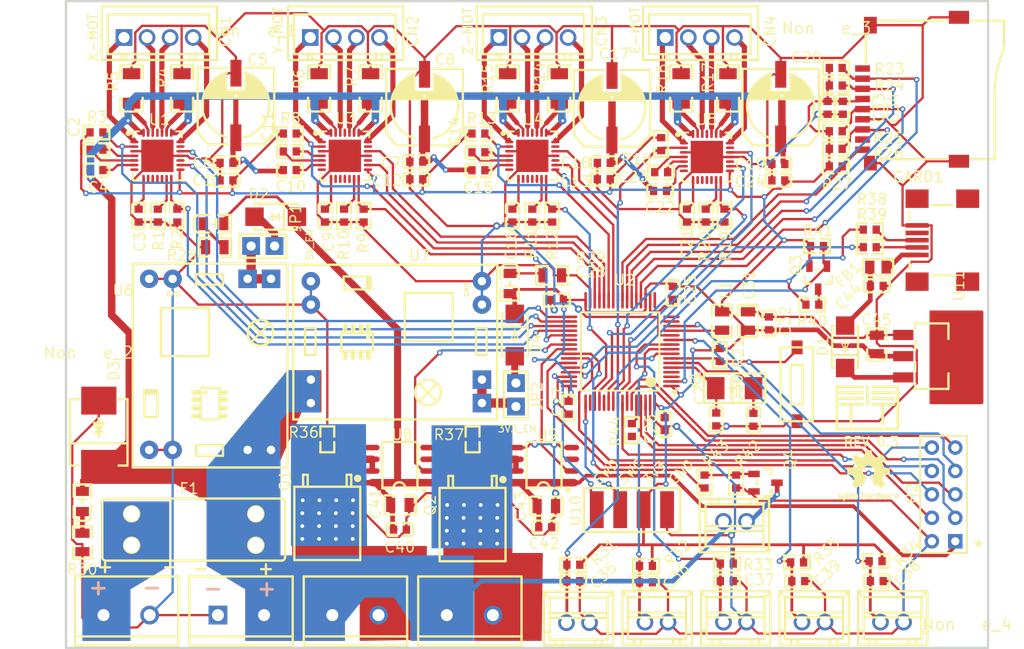
<source format=kicad_pcb>
(kicad_pcb (version 20171130) (host pcbnew "(5.1.12)-1")
  (layers (0 F.Cu signal) (31 B.Cu signal) (34 B.Paste user) (35 F.Paste user) (36 B.SilkS user) (37 F.SilkS user) (38 B.Mask user) (39 F.Mask user) (44 Edge.Cuts user))
  (net 0 "")
  (net 1 GND)
  (net 2 USB_D+)
  (net 3 +3V3)
  (net 4 SWDIO)
  (net 5 +VB)
  (net 6 X_STOP)
  (net 7 LCD_ENC_A)
  (net 8 LCD_ENC_B)
  (net 9 FAN_PWM)
  (net 10 HE0_PWM)
  (net 11 USB_D-)
  (net 12 E0_DIR)
  (net 13 E0_UART)
  (net 14 X_STP)
  (net 15 Y_UART)
  (net 16 E0_EN)
  (net 17 SD_MOSI)
  (net 18 LCD_BEEP)
  (net 19 LCD_MOSI)
  (net 20 Y_STOP)
  (net 21 X_DIR)
  (net 22 X_UART)
  (net 23 SD_MISO)
  (net 24 SD_CS)
  (net 25 SD_SCK)
  (net 26 Z_UART)
  (net 27 Z_STOP)
  (net 28 RESET)
  (net 29 TH0)
  (net 30 USB_CONN)
  (net 31 X_EN)
  (net 32 Y_EN)
  (net 33 Z_EN)
  (net 34 THB)
  (net 35 SWCLK)
  (net 36 E0_STP)
  (net 37 Q4_3)
  (net 38 Q3_3)
  (net 39 +5V)
  (net 40 VUSB)
  (net 41 FB1_1)
  (net 42 C44_1)
  (net 43 R39_1)
  (net 44 R38_1)
  (net 45 R29_2)
  (net 46 JP2_2)
  (net 47 JP1_2)
  (net 48 U6_3)
  (net 49 U2_6)
  (net 50 U2_5)
  (net 51 U2_13)
  (net 52 LCD_CS)
  (net 53 LCD_ENC_BTN)
  (net 54 R20_1)
  (net 55 C21_1)
  (net 56 U4_13)
  (net 57 U4_8)
  (net 58 R10_1)
  (net 59 C9_1)
  (net 60 C22_1)
  (net 61 C23_2)
  (net 62 C23_1)
  (net 63 U4_6)
  (net 64 U4_5)
  (net 65 C10_1)
  (net 66 C11_2)
  (net 67 C11_1)
  (net 68 X_OB1)
  (net 69 X_OA2)
  (net 70 X_OB2)
  (net 71 X_OA1)
  (net 72 U1_5)
  (net 73 U1_4)
  (net 74 U1_6)
  (net 75 U1_8)
  (net 76 U1_13)
  (net 77 Y_OA2)
  (net 78 Z_OB2)
  (net 79 Z_OB1)
  (net 80 Z_OA1)
  (net 81 Z_OA2)
  (net 82 U5_27)
  (net 83 E0_OA1)
  (net 84 E0_OB1)
  (net 85 U3_27)
  (net 86 U1_23)
  (net 87 U1_27)
  (net 88 Y_OB1)
  (net 89 Y_OA1)
  (net 90 Y_OB2)
  (net 91 E0_OB2)
  (net 92 U5_23)
  (net 93 U4_23)
  (net 94 U4_27)
  (net 95 U3_23)
  (net 96 E0_OA2)
  (net 97 U4_4)
  (net 98 SD_DET)
  (net 99 Q4_1)
  (net 100 LCD_SCK)
  (net 101 R30_1)
  (net 102 BED_PWM)
  (net 103 Z_DIR)
  (net 104 Z_STP)
  (net 105 U7_3)
  (net 106 R28_2)
  (net 107 U8_6)
  (net 108 R37_2)
  (net 109 U2_60)
  (net 110 Y_DIR)
  (net 111 Y_STP)
  (net 112 Q1_2)
  (net 113 Q2_2)
  (net 114 F1_1)
  (module Symbol:OSHW-Logo2_7.3x6mm_SilkScreen (layer F.Cu) (at 194.31 79.883)
    (fp_text reference REF** hide)
    (fp_text value OSHW-Logo2_7.3x6mm_SilkScreen hide)
  )
  (module easyeda:CAP-SMD_BD8.0-L8.3-W8.3-FD (layer F.Cu) (at 195.198 65.659 270)
    (fp_text reference C45 (at -2.667 1.777) (layer F.SilkS) (effects (font (size 1.143 1.143) (thickness 0.152)) (justify left)))
    (fp_text value 22uF hide)
    (pad 1 smd rect (at -1 0 270) (size 1 1.55) (layers F.Cu F.Paste F.Mask) (net 1 GND))
    (pad 2 smd rect (at 1 0 270) (size 1 1.55) (layers F.Cu F.Paste F.Mask) (net 3 +3V3))
  )
  (module easyeda:CAP-SMD_BD8.0-L8.3-W8.3-FD (layer F.Cu) (at 130.048 51.816 180)
    (fp_text reference D2 (at 3.048 2.413) (layer F.SilkS) (effects (font (size 1.143 1.143) (thickness 0.152)) (justify left)))
    (fp_text value SS34 hide)
    (pad 2 smd rect (at 2.3 0) (size 2 2) (layers F.Cu F.Paste F.Mask) (net 47 JP1_2))
    (pad 1 smd rect (at -2.3 0) (size 2 2) (layers F.Cu F.Paste F.Mask) (net 39 +5V))
  )
  (module easyeda:CAP-SMD_BD8.0-L8.3-W8.3-FD (layer F.Cu) (at 155.956 64.643 270)
    (fp_text reference D4 (at 2.159 -2.286 270) (layer F.SilkS) (effects (font (size 1.143 1.143) (thickness 0.152)) (justify left)))
    (fp_text value SS34 hide)
    (pad 2 smd rect (at 2.3 0 90) (size 2 2) (layers F.Cu F.Paste F.Mask) (net 46 JP2_2))
    (pad 1 smd rect (at -2.3 0 90) (size 2 2) (layers F.Cu F.Paste F.Mask) (net 3 +3V3))
  )
  (module easyeda:SOT-223-3_L6.5-W3.4-P2.30-LS7.0-BR (layer F.Cu) (at 201.168 66.929 180)
    (fp_text reference U11 (at -2.921 5.842 -90) (layer F.SilkS) (effects (font (size 1.143 1.143) (thickness 0.152)) (justify left)))
    (fp_text value AMS1117-3.3 hide)
    (pad 4 smd rect (at -3.099 0 270) (size 3.5 2.2) (layers F.Cu F.Paste F.Mask))
    (pad 3 smd rect (at 3.099 -2.3 270) (size 1.1 2.2) (layers F.Cu F.Paste F.Mask) (net 40 VUSB))
    (pad 2 smd rect (at 3.099 0 270) (size 1.1 2.2) (layers F.Cu F.Paste F.Mask) (net 3 +3V3))
    (pad 1 smd rect (at 3.099 2.3 270) (size 1.1 2.2) (layers F.Cu F.Paste F.Mask) (net 1 GND))
  )
  (module easyeda:KEY-3.0*6.0 (layer F.Cu) (at 186.563 69.977 270)
    (fp_text reference KEY1 hide)
    (fp_text value RST)
    (pad 1 smd rect (at -4.001 0 270) (size 1.5 1.2) (layers F.Cu F.Paste F.Mask) (net 28 RESET))
    (pad 2 smd rect (at 4 0 270) (size 1.5 1.2) (layers F.Cu F.Paste F.Mask) (net 1 GND))
  )
  (module easyeda:R0603 (layer F.Cu) (at 168.656 74.93 270)
    (fp_text reference R44 (at 1.905 1.778 90) (layer F.SilkS) (effects (font (size 1.143 1.143) (thickness 0.152)) (justify left)))
    (fp_text value 10K hide)
    (pad 2 smd rect (at 0.7 0 270) (size 0.8 0.9) (layers F.Cu F.Paste F.Mask))
    (pad 1 smd rect (at -0.7 0 270) (size 0.8 0.9) (layers F.Cu F.Paste F.Mask) (net 109 U2_60))
  )
  (module easyeda:C0603 (layer F.Cu) (at 135.382 51.69 270)
    (fp_text reference C9 (at 4.063 -0.381 90) (layer F.SilkS) (effects (font (size 1.143 1.143) (thickness 0.152)) (justify left)))
    (fp_text value 4.7uF hide)
    (pad 1 smd rect (at -0.7 0 270) (size 0.8 0.9) (layers F.Cu F.Paste F.Mask) (net 59 C9_1))
    (pad 2 smd rect (at 0.7 0 270) (size 0.8 0.9) (layers F.Cu F.Paste F.Mask) (net 1 GND))
  )
  (module easyeda:CAP-SMD_BD8.0-L8.3-W8.3-FD (layer F.Cu) (at 137.541 45.212 270)
    (fp_text reference U3 (at -4.064 1.143) (layer F.SilkS) (effects (font (size 1.143 1.143) (thickness 0.152)) (justify left)))
    (fp_text value TMC2208-LA-T hide)
    (pad 29 smd rect (at 0 0) (size 3.5 3.5) (layers F.Cu F.Paste F.Mask) (net 1 GND))
    (pad 28 smd oval (at -2.5 1.501) (size 0.28 0.9) (layers F.Cu F.Paste F.Mask) (net 5 +VB))
    (pad 27 smd oval (at -2.5 1.001) (size 0.28 0.9) (layers F.Cu F.Paste F.Mask) (net 85 U3_27))
    (pad 26 smd oval (at -2.5 0.5) (size 0.28 0.9) (layers F.Cu F.Paste F.Mask) (net 88 Y_OB1))
    (pad 25 smd oval (at -2.5 0) (size 0.28 0.9) (layers F.Cu F.Paste F.Mask))
    (pad 24 smd oval (at -2.5 -0.5) (size 0.28 0.9) (layers F.Cu F.Paste F.Mask) (net 89 Y_OA1))
    (pad 23 smd oval (at -2.5 -1.001) (size 0.28 0.9) (layers F.Cu F.Paste F.Mask) (net 95 U3_23))
    (pad 22 smd oval (at -2.5 -1.501) (size 0.28 0.9) (layers F.Cu F.Paste F.Mask) (net 5 +VB))
    (pad 21 smd oval (at -1.501 -2.5 90) (size 0.28 0.9) (layers F.Cu F.Paste F.Mask) (net 77 Y_OA2))
    (pad 20 smd oval (at -1.001 -2.5 90) (size 0.28 0.9) (layers F.Cu F.Paste F.Mask))
    (pad 19 smd oval (at -0.501 -2.5 90) (size 0.28 0.9) (layers F.Cu F.Paste F.Mask) (net 110 Y_DIR))
    (pad 18 smd oval (at 0 -2.5 90) (size 0.28 0.9) (layers F.Cu F.Paste F.Mask) (net 1 GND))
    (pad 17 smd oval (at 0.5 -2.5 90) (size 0.28 0.9) (layers F.Cu F.Paste F.Mask))
    (pad 16 smd oval (at 1.001 -2.5 90) (size 0.28 0.9) (layers F.Cu F.Paste F.Mask) (net 111 Y_STP))
    (pad 15 smd oval (at 1.501 -2.5 90) (size 0.28 0.9) (layers F.Cu F.Paste F.Mask) (net 3 +3V3))
    (pad 14 smd oval (at 2.5 -1.501) (size 0.28 0.9) (layers F.Cu F.Paste F.Mask) (net 15 Y_UART))
    (pad 13 smd oval (at 2.5 -1.001) (size 0.28 0.9) (layers F.Cu F.Paste F.Mask) (net 58 R10_1))
    (pad 12 smd oval (at 2.5 -0.5) (size 0.28 0.9) (layers F.Cu F.Paste F.Mask))
    (pad 11 smd oval (at 2.5 0) (size 0.28 0.9) (layers F.Cu F.Paste F.Mask))
    (pad 10 smd oval (at 2.5 0.5) (size 0.28 0.9) (layers F.Cu F.Paste F.Mask))
    (pad 9 smd oval (at 2.5 1.001) (size 0.28 0.9) (layers F.Cu F.Paste F.Mask))
    (pad 8 smd oval (at 2.5 1.501) (size 0.28 0.9) (layers F.Cu F.Paste F.Mask) (net 59 C9_1))
    (pad 7 smd oval (at 1.501 2.5 90) (size 0.28 0.9) (layers F.Cu F.Paste F.Mask))
    (pad 6 smd oval (at 1.001 2.5 90) (size 0.28 0.9) (layers F.Cu F.Paste F.Mask) (net 65 C10_1))
    (pad 5 smd oval (at 0.5 2.5 90) (size 0.28 0.9) (layers F.Cu F.Paste F.Mask) (net 66 C11_2))
    (pad 4 smd oval (at 0 2.5 90) (size 0.28 0.9) (layers F.Cu F.Paste F.Mask) (net 67 C11_1))
    (pad 3 smd oval (at -0.501 2.5 90) (size 0.28 0.9) (layers F.Cu F.Paste F.Mask) (net 1 GND))
    (pad 2 smd oval (at -1.001 2.5 90) (size 0.28 0.9) (layers F.Cu F.Paste F.Mask) (net 32 Y_EN))
    (pad 1 smd oval (at -1.501 2.5 90) (size 0.28 0.9) (layers F.Cu F.Paste F.Mask) (net 90 Y_OB2))
  )
  (module easyeda:R0603 (layer F.Cu) (at 131.572 42.799 180)
    (fp_text reference R8 (at 1.143 1.651) (layer F.SilkS) (effects (font (size 1.143 1.143) (thickness 0.152)) (justify left)))
    (fp_text value 20K hide)
    (pad 2 smd rect (at 0.7 0 180) (size 0.8 0.9) (layers F.Cu F.Paste F.Mask) (net 3 +3V3))
    (pad 1 smd rect (at -0.7 0 180) (size 0.8 0.9) (layers F.Cu F.Paste F.Mask) (net 32 Y_EN))
  )
  (module easyeda:R0603 (layer F.Cu) (at 139.573 51.689 90)
    (fp_text reference R9 (at -4.191 0 90) (layer F.SilkS) (effects (font (size 1.143 1.143) (thickness 0.152)) (justify left)))
    (fp_text value 20K hide)
    (pad 2 smd rect (at 0.7 0 90) (size 0.8 0.9) (layers F.Cu F.Paste F.Mask) (net 15 Y_UART))
    (pad 1 smd rect (at -0.7 0 90) (size 0.8 0.9) (layers F.Cu F.Paste F.Mask) (net 1 GND))
  )
  (module easyeda:R0603 (layer F.Cu) (at 137.458 51.689 270)
    (fp_text reference R10 (at 4.953 0.044 90) (layer F.SilkS) (effects (font (size 1.143 1.143) (thickness 0.152)) (justify left)))
    (fp_text value 20K hide)
    (pad 2 smd rect (at 0.7 0 270) (size 0.8 0.9) (layers F.Cu F.Paste F.Mask) (net 1 GND))
    (pad 1 smd rect (at -0.7 0 270) (size 0.8 0.9) (layers F.Cu F.Paste F.Mask) (net 58 R10_1))
  )
  (module easyeda:C0603 (layer F.Cu) (at 131.573 44.739 180)
    (fp_text reference C11 (at 2.414 0.924 -90) (layer F.SilkS) (effects (font (size 1.143 1.143) (thickness 0.152)) (justify left)))
    (fp_text value 22nF hide)
    (pad 1 smd rect (at -0.7 0 180) (size 0.8 0.9) (layers F.Cu F.Paste F.Mask) (net 67 C11_1))
    (pad 2 smd rect (at 0.7 0 180) (size 0.8 0.9) (layers F.Cu F.Paste F.Mask) (net 66 C11_2))
  )
  (module easyeda:C0603 (layer F.Cu) (at 131.572 46.759 180)
    (fp_text reference C10 (at 1.651 -1.755) (layer F.SilkS) (effects (font (size 1.143 1.143) (thickness 0.152)) (justify left)))
    (fp_text value 100nF hide)
    (pad 1 smd rect (at -0.7 0 180) (size 0.8 0.9) (layers F.Cu F.Paste F.Mask) (net 65 C10_1))
    (pad 2 smd rect (at 0.7 0 180) (size 0.8 0.9) (layers F.Cu F.Paste F.Mask) (net 5 +VB))
  )
  (module easyeda:C0603 (layer F.Cu) (at 145.288 47.752)
    (fp_text reference C12 (at -4.953 0.127) (layer F.SilkS) (effects (font (size 1.143 1.143) (thickness 0.152)) (justify left)))
    (fp_text value 100nF hide)
    (pad 1 smd rect (at -0.7 0) (size 0.8 0.9) (layers F.Cu F.Paste F.Mask) (net 1 GND))
    (pad 2 smd rect (at 0.7 0) (size 0.8 0.9) (layers F.Cu F.Paste F.Mask) (net 3 +3V3))
  )
  (module easyeda:C0603 (layer F.Cu) (at 145.288 45.847)
    (fp_text reference C7 (at -3.937 0.127) (layer F.SilkS) (effects (font (size 1.143 1.143) (thickness 0.152)) (justify left)))
    (fp_text value 100nF hide)
    (pad 1 smd rect (at -0.7 0) (size 0.8 0.9) (layers F.Cu F.Paste F.Mask) (net 1 GND))
    (pad 2 smd rect (at 0.7 0) (size 0.8 0.9) (layers F.Cu F.Paste F.Mask) (net 5 +VB))
  )
  (module easyeda:CAP-SMD_BD8.0-L8.3-W8.3-FD (layer F.Cu) (at 146.177 39.878 90)
    (fp_text reference C8 (at 5.08 1.016) (layer F.SilkS) (effects (font (size 1.143 1.143) (thickness 0.152)) (justify left)))
    (fp_text value 100uF hide)
    (pad 1 smd rect (at -3.5 -0.005 270) (size 2.9 1.2) (layers F.Cu F.Paste F.Mask) (net 5 +VB))
    (pad 2 smd rect (at 3.5 0.005 270) (size 2.9 1.2) (layers F.Cu F.Paste F.Mask) (net 1 GND))
  )
  (module easyeda:CAP-SMD_BD8.0-L8.3-W8.3-FD (layer F.Cu) (at 137.541 32.385)
    (fp_text reference CN2 (at 7.366 1.143 90) (layer F.SilkS) (effects (font (size 1.143 1.143) (thickness 0.152)) (justify left)))
    (fp_text value "XH-4AK M" hide)
    (pad 1 thru_hole rect (at -3.75 0) (size 1.8 1.8) (drill 1.199) (layers *.Cu *.Paste *.Mask) (net 90 Y_OB2))
    (pad 2 thru_hole circle (at -1.248 0) (size 1.8 1.8) (drill 1.199) (layers *.Cu *.Paste *.Mask) (net 88 Y_OB1))
    (pad 3 thru_hole circle (at 1.251 0) (size 1.8 1.8) (drill 1.199) (layers *.Cu *.Paste *.Mask) (net 89 Y_OA1))
    (pad 4 thru_hole circle (at 3.75 0) (size 1.8 1.8) (drill 1.199) (layers *.Cu *.Paste *.Mask) (net 77 Y_OA2))
  )
  (module easyeda:C0603 (layer F.Cu) (at 115.189 51.69 270)
    (fp_text reference C3 (at 4.063 -0.127 90) (layer F.SilkS) (effects (font (size 1.143 1.143) (thickness 0.152)) (justify left)))
    (fp_text value 4.7uF hide)
    (pad 1 smd rect (at -0.7 0 270) (size 0.8 0.9) (layers F.Cu F.Paste F.Mask) (net 75 U1_8))
    (pad 2 smd rect (at 0.7 0 270) (size 0.8 0.9) (layers F.Cu F.Paste F.Mask) (net 1 GND))
  )
  (module easyeda:R0603 (layer F.Cu) (at 110.617 42.672 180)
    (fp_text reference R3 (at 1.143 1.651) (layer F.SilkS) (effects (font (size 1.143 1.143) (thickness 0.152)) (justify left)))
    (fp_text value 20K hide)
    (pad 2 smd rect (at 0.7 0 180) (size 0.8 0.9) (layers F.Cu F.Paste F.Mask) (net 3 +3V3))
    (pad 1 smd rect (at -0.7 0 180) (size 0.8 0.9) (layers F.Cu F.Paste F.Mask) (net 31 X_EN))
  )
  (module easyeda:R0603 (layer F.Cu) (at 119.38 51.689 90)
    (fp_text reference R2 (at -3.81 0 90) (layer F.SilkS) (effects (font (size 1.143 1.143) (thickness 0.152)) (justify left)))
    (fp_text value 20K hide)
    (pad 2 smd rect (at 0.7 0 90) (size 0.8 0.9) (layers F.Cu F.Paste F.Mask) (net 22 X_UART))
    (pad 1 smd rect (at -0.7 0 90) (size 0.8 0.9) (layers F.Cu F.Paste F.Mask) (net 1 GND))
  )
  (module easyeda:R0603 (layer F.Cu) (at 117.265 51.689 270)
    (fp_text reference R1 (at 3.937 -0.083 90) (layer F.SilkS) (effects (font (size 1.143 1.143) (thickness 0.152)) (justify left)))
    (fp_text value 20K hide)
    (pad 2 smd rect (at 0.7 0 270) (size 0.8 0.9) (layers F.Cu F.Paste F.Mask) (net 1 GND))
    (pad 1 smd rect (at -0.7 0 270) (size 0.8 0.9) (layers F.Cu F.Paste F.Mask) (net 76 U1_13))
  )
  (module easyeda:C0603 (layer F.Cu) (at 110.617 46.759 180)
    (fp_text reference C4 (at 1.016 -1.882) (layer F.SilkS) (effects (font (size 1.143 1.143) (thickness 0.152)) (justify left)))
    (fp_text value 100nF hide)
    (pad 1 smd rect (at -0.7 0 180) (size 0.8 0.9) (layers F.Cu F.Paste F.Mask) (net 74 U1_6))
    (pad 2 smd rect (at 0.7 0 180) (size 0.8 0.9) (layers F.Cu F.Paste F.Mask) (net 5 +VB))
  )
  (module easyeda:C0603 (layer F.Cu) (at 124.714 45.974)
    (fp_text reference C6 (at -3.81 0) (layer F.SilkS) (effects (font (size 1.143 1.143) (thickness 0.152)) (justify left)))
    (fp_text value 100nF hide)
    (pad 1 smd rect (at -0.7 0) (size 0.8 0.9) (layers F.Cu F.Paste F.Mask) (net 1 GND))
    (pad 2 smd rect (at 0.7 0) (size 0.8 0.9) (layers F.Cu F.Paste F.Mask) (net 5 +VB))
  )
  (module easyeda:CAP-SMD_BD8.0-L8.3-W8.3-FD (layer F.Cu) (at 125.73 39.751 90)
    (fp_text reference C5 (at 4.953 1.143) (layer F.SilkS) (effects (font (size 1.143 1.143) (thickness 0.152)) (justify left)))
    (fp_text value 100uF hide)
    (pad 1 smd rect (at -3.5 -0.005 270) (size 2.9 1.2) (layers F.Cu F.Paste F.Mask) (net 5 +VB))
    (pad 2 smd rect (at 3.5 0.005 270) (size 2.9 1.2) (layers F.Cu F.Paste F.Mask) (net 1 GND))
  )
  (module easyeda:LQFP-64_L10.0-W10.0-P0.50-LS12.0-BL (layer F.Cu) (at 167.386 66.421 90)
    (fp_text reference U2 (at 7.747 -0.762) (layer F.SilkS) (effects (font (size 1.143 1.143) (thickness 0.152)) (justify left)))
    (fp_text value STM32F103RCT6 hide)
    (pad 64 smd oval (at -5.55 3.75 180) (size 0.28 1.8) (layers F.Cu F.Paste F.Mask) (net 3 +3V3))
    (pad 63 smd oval (at -5.55 3.25 180) (size 0.28 1.8) (layers F.Cu F.Paste F.Mask) (net 1 GND))
    (pad 62 smd oval (at -5.55 2.75 180) (size 0.28 1.8) (layers F.Cu F.Paste F.Mask) (net 100 LCD_SCK))
    (pad 61 smd oval (at -5.55 2.25 180) (size 0.28 1.8) (layers F.Cu F.Paste F.Mask) (net 52 LCD_CS))
    (pad 60 smd oval (at -5.55 1.75 180) (size 0.28 1.8) (layers F.Cu F.Paste F.Mask) (net 109 U2_60))
    (pad 59 smd oval (at -5.55 1.25 180) (size 0.28 1.8) (layers F.Cu F.Paste F.Mask) (net 19 LCD_MOSI))
    (pad 58 smd oval (at -5.55 0.75 180) (size 0.28 1.8) (layers F.Cu F.Paste F.Mask) (net 53 LCD_ENC_BTN))
    (pad 57 smd oval (at -5.55 0.25 180) (size 0.28 1.8) (layers F.Cu F.Paste F.Mask) (net 18 LCD_BEEP))
    (pad 56 smd oval (at -5.55 -0.25 180) (size 0.28 1.8) (layers F.Cu F.Paste F.Mask) (net 12 E0_DIR))
    (pad 55 smd oval (at -5.55 -0.75 180) (size 0.28 1.8) (layers F.Cu F.Paste F.Mask) (net 36 E0_STP))
    (pad 54 smd oval (at -5.55 -1.25 180) (size 0.28 1.8) (layers F.Cu F.Paste F.Mask) (net 16 E0_EN))
    (pad 53 smd oval (at -5.55 -1.75 180) (size 0.28 1.8) (layers F.Cu F.Paste F.Mask))
    (pad 52 smd oval (at -5.55 -2.25 180) (size 0.28 1.8) (layers F.Cu F.Paste F.Mask) (net 13 E0_UART))
    (pad 51 smd oval (at -5.55 -2.75 180) (size 0.28 1.8) (layers F.Cu F.Paste F.Mask) (net 26 Z_UART))
    (pad 50 smd oval (at -5.55 -3.25 180) (size 0.28 1.8) (layers F.Cu F.Paste F.Mask))
    (pad 49 smd oval (at -5.55 -3.75 180) (size 0.28 1.8) (layers F.Cu F.Paste F.Mask) (net 35 SWCLK))
    (pad 48 smd oval (at -3.75 -5.55 270) (size 0.28 1.8) (layers F.Cu F.Paste F.Mask) (net 3 +3V3))
    (pad 47 smd oval (at -3.25 -5.55 270) (size 0.28 1.8) (layers F.Cu F.Paste F.Mask) (net 1 GND))
    (pad 46 smd oval (at -2.75 -5.55 270) (size 0.28 1.8) (layers F.Cu F.Paste F.Mask) (net 4 SWDIO))
    (pad 45 smd oval (at -2.25 -5.55 270) (size 0.28 1.8) (layers F.Cu F.Paste F.Mask) (net 2 USB_D+))
    (pad 44 smd oval (at -1.75 -5.55 270) (size 0.28 1.8) (layers F.Cu F.Paste F.Mask) (net 11 USB_D-))
    (pad 43 smd oval (at -1.25 -5.55 270) (size 0.28 1.8) (layers F.Cu F.Paste F.Mask) (net 7 LCD_ENC_A))
    (pad 42 smd oval (at -0.75 -5.55 270) (size 0.28 1.8) (layers F.Cu F.Paste F.Mask) (net 8 LCD_ENC_B))
    (pad 41 smd oval (at -0.25 -5.55 270) (size 0.28 1.8) (layers F.Cu F.Paste F.Mask) (net 9 FAN_PWM))
    (pad 40 smd oval (at 0.25 -5.55 270) (size 0.28 1.8) (layers F.Cu F.Paste F.Mask) (net 102 BED_PWM))
    (pad 39 smd oval (at 0.75 -5.55 270) (size 0.28 1.8) (layers F.Cu F.Paste F.Mask) (net 10 HE0_PWM))
    (pad 38 smd oval (at 1.25 -5.55 270) (size 0.28 1.8) (layers F.Cu F.Paste F.Mask))
    (pad 37 smd oval (at 1.75 -5.55 270) (size 0.28 1.8) (layers F.Cu F.Paste F.Mask) (net 15 Y_UART))
    (pad 36 smd oval (at 2.25 -5.55 270) (size 0.28 1.8) (layers F.Cu F.Paste F.Mask) (net 22 X_UART))
    (pad 35 smd oval (at 2.75 -5.55 270) (size 0.28 1.8) (layers F.Cu F.Paste F.Mask) (net 31 X_EN))
    (pad 34 smd oval (at 3.25 -5.55 270) (size 0.28 1.8) (layers F.Cu F.Paste F.Mask) (net 14 X_STP))
    (pad 33 smd oval (at 3.75 -5.55 270) (size 0.28 1.8) (layers F.Cu F.Paste F.Mask) (net 21 X_DIR))
    (pad 32 smd oval (at 5.55 -3.75 180) (size 0.28 1.8) (layers F.Cu F.Paste F.Mask) (net 3 +3V3))
    (pad 31 smd oval (at 5.55 -3.25 180) (size 0.28 1.8) (layers F.Cu F.Paste F.Mask) (net 1 GND))
    (pad 30 smd oval (at 5.55 -2.75 180) (size 0.28 1.8) (layers F.Cu F.Paste F.Mask) (net 32 Y_EN))
    (pad 29 smd oval (at 5.55 -2.25 180) (size 0.28 1.8) (layers F.Cu F.Paste F.Mask) (net 111 Y_STP))
    (pad 28 smd oval (at 5.55 -1.75 180) (size 0.28 1.8) (layers F.Cu F.Paste F.Mask) (net 110 Y_DIR))
    (pad 27 smd oval (at 5.55 -1.25 180) (size 0.28 1.8) (layers F.Cu F.Paste F.Mask) (net 33 Z_EN))
    (pad 26 smd oval (at 5.55 -0.75 180) (size 0.28 1.8) (layers F.Cu F.Paste F.Mask) (net 104 Z_STP))
    (pad 25 smd oval (at 5.55 -0.25 180) (size 0.28 1.8) (layers F.Cu F.Paste F.Mask) (net 103 Z_DIR))
    (pad 24 smd oval (at 5.55 0.25 180) (size 0.28 1.8) (layers F.Cu F.Paste F.Mask) (net 98 SD_DET))
    (pad 23 smd oval (at 5.55 0.75 180) (size 0.28 1.8) (layers F.Cu F.Paste F.Mask) (net 17 SD_MOSI))
    (pad 22 smd oval (at 5.55 1.25 180) (size 0.28 1.8) (layers F.Cu F.Paste F.Mask) (net 23 SD_MISO))
    (pad 21 smd oval (at 5.55 1.75 180) (size 0.28 1.8) (layers F.Cu F.Paste F.Mask) (net 25 SD_SCK))
    (pad 20 smd oval (at 5.55 2.25 180) (size 0.28 1.8) (layers F.Cu F.Paste F.Mask) (net 24 SD_CS))
    (pad 19 smd oval (at 5.55 2.75 180) (size 0.28 1.8) (layers F.Cu F.Paste F.Mask) (net 3 +3V3))
    (pad 18 smd oval (at 5.55 3.25 180) (size 0.28 1.8) (layers F.Cu F.Paste F.Mask) (net 1 GND))
    (pad 17 smd oval (at 5.55 3.75 180) (size 0.28 1.8) (layers F.Cu F.Paste F.Mask))
    (pad 16 smd oval (at 3.75 5.55 270) (size 0.28 1.8) (layers F.Cu F.Paste F.Mask))
    (pad 15 smd oval (at 3.25 5.55 270) (size 0.28 1.8) (layers F.Cu F.Paste F.Mask))
    (pad 14 smd oval (at 2.75 5.55 270) (size 0.28 1.8) (layers F.Cu F.Paste F.Mask) (net 29 TH0))
    (pad 13 smd oval (at 2.25 5.55 270) (size 0.28 1.8) (layers F.Cu F.Paste F.Mask) (net 51 U2_13))
    (pad 12 smd oval (at 1.75 5.55 270) (size 0.28 1.8) (layers F.Cu F.Paste F.Mask) (net 1 GND))
    (pad 11 smd oval (at 1.25 5.55 270) (size 0.28 1.8) (layers F.Cu F.Paste F.Mask) (net 34 THB))
    (pad 10 smd oval (at 0.75 5.55 270) (size 0.28 1.8) (layers F.Cu F.Paste F.Mask) (net 27 Z_STOP))
    (pad 9 smd oval (at 0.25 5.55 270) (size 0.28 1.8) (layers F.Cu F.Paste F.Mask) (net 20 Y_STOP))
    (pad 8 smd oval (at -0.25 5.55 270) (size 0.28 1.8) (layers F.Cu F.Paste F.Mask) (net 6 X_STOP))
    (pad 7 smd oval (at -0.75 5.55 270) (size 0.28 1.8) (layers F.Cu F.Paste F.Mask) (net 28 RESET))
    (pad 6 smd oval (at -1.25 5.55 270) (size 0.28 1.8) (layers F.Cu F.Paste F.Mask) (net 49 U2_6))
    (pad 5 smd oval (at -1.75 5.55 270) (size 0.28 1.8) (layers F.Cu F.Paste F.Mask) (net 50 U2_5))
    (pad 4 smd oval (at -2.25 5.55 270) (size 0.28 1.8) (layers F.Cu F.Paste F.Mask))
    (pad 3 smd oval (at -2.75 5.55 270) (size 0.28 1.8) (layers F.Cu F.Paste F.Mask))
    (pad 2 smd oval (at -3.25 5.55 270) (size 0.28 1.8) (layers F.Cu F.Paste F.Mask) (net 30 USB_CONN))
    (pad 1 smd oval (at -3.75 5.55 270) (size 0.28 1.8) (layers F.Cu F.Paste F.Mask) (net 3 +3V3))
  )
  (module easyeda:C0603 (layer F.Cu) (at 110.618 44.548 180)
    (fp_text reference C2 (at 2.414 1.241 -90) (layer F.SilkS) (effects (font (size 1.143 1.143) (thickness 0.152)) (justify left)))
    (fp_text value 22nF hide)
    (pad 1 smd rect (at -0.7 0 180) (size 0.8 0.9) (layers F.Cu F.Paste F.Mask) (net 73 U1_4))
    (pad 2 smd rect (at 0.7 0 180) (size 0.8 0.9) (layers F.Cu F.Paste F.Mask) (net 72 U1_5))
  )
  (module easyeda:C0603 (layer F.Cu) (at 124.714 47.879)
    (fp_text reference C1 (at -3.81 0) (layer F.SilkS) (effects (font (size 1.143 1.143) (thickness 0.152)) (justify left)))
    (fp_text value 100nF hide)
    (pad 1 smd rect (at -0.7 0) (size 0.8 0.9) (layers F.Cu F.Paste F.Mask) (net 1 GND))
    (pad 2 smd rect (at 0.7 0) (size 0.8 0.9) (layers F.Cu F.Paste F.Mask) (net 3 +3V3))
  )
  (module easyeda:CAP-SMD_BD8.0-L8.3-W8.3-FD (layer F.Cu) (at 117.348 32.385)
    (fp_text reference CN1 (at 7.239 1.143 90) (layer F.SilkS) (effects (font (size 1.143 1.143) (thickness 0.152)) (justify left)))
    (fp_text value "XH-4AK M" hide)
    (pad 1 thru_hole rect (at -3.75 0) (size 1.8 1.8) (drill 1.199) (layers *.Cu *.Paste *.Mask) (net 70 X_OB2))
    (pad 2 thru_hole circle (at -1.248 0) (size 1.8 1.8) (drill 1.199) (layers *.Cu *.Paste *.Mask) (net 68 X_OB1))
    (pad 3 thru_hole circle (at 1.251 0) (size 1.8 1.8) (drill 1.199) (layers *.Cu *.Paste *.Mask) (net 71 X_OA1))
    (pad 4 thru_hole circle (at 3.75 0) (size 1.8 1.8) (drill 1.199) (layers *.Cu *.Paste *.Mask) (net 69 X_OA2))
  )
  (module easyeda:C0603 (layer F.Cu) (at 155.702 51.689 270)
    (fp_text reference C16 (at 4.953 0.127 90) (layer F.SilkS) (effects (font (size 1.143 1.143) (thickness 0.152)) (justify left)))
    (fp_text value 4.7uF hide)
    (pad 1 smd rect (at -0.7 0 270) (size 0.8 0.9) (layers F.Cu F.Paste F.Mask) (net 57 U4_8))
    (pad 2 smd rect (at 0.7 0 270) (size 0.8 0.9) (layers F.Cu F.Paste F.Mask) (net 1 GND))
  )
  (module easyeda:CAP-SMD_BD8.0-L8.3-W8.3-FD (layer F.Cu) (at 157.861 45.212 270)
    (fp_text reference U4 (at -3.937 1.143) (layer F.SilkS) (effects (font (size 1.143 1.143) (thickness 0.152)) (justify left)))
    (fp_text value TMC2208-LA-T hide)
    (pad 29 smd rect (at 0 0) (size 3.5 3.5) (layers F.Cu F.Paste F.Mask) (net 1 GND))
    (pad 28 smd oval (at -2.5 1.501) (size 0.28 0.9) (layers F.Cu F.Paste F.Mask) (net 5 +VB))
    (pad 27 smd oval (at -2.5 1.001) (size 0.28 0.9) (layers F.Cu F.Paste F.Mask) (net 94 U4_27))
    (pad 26 smd oval (at -2.5 0.5) (size 0.28 0.9) (layers F.Cu F.Paste F.Mask) (net 79 Z_OB1))
    (pad 25 smd oval (at -2.5 0) (size 0.28 0.9) (layers F.Cu F.Paste F.Mask))
    (pad 24 smd oval (at -2.5 -0.5) (size 0.28 0.9) (layers F.Cu F.Paste F.Mask) (net 80 Z_OA1))
    (pad 23 smd oval (at -2.5 -1.001) (size 0.28 0.9) (layers F.Cu F.Paste F.Mask) (net 93 U4_23))
    (pad 22 smd oval (at -2.5 -1.501) (size 0.28 0.9) (layers F.Cu F.Paste F.Mask) (net 5 +VB))
    (pad 21 smd oval (at -1.501 -2.5 90) (size 0.28 0.9) (layers F.Cu F.Paste F.Mask) (net 81 Z_OA2))
    (pad 20 smd oval (at -1.001 -2.5 90) (size 0.28 0.9) (layers F.Cu F.Paste F.Mask))
    (pad 19 smd oval (at -0.501 -2.5 90) (size 0.28 0.9) (layers F.Cu F.Paste F.Mask) (net 103 Z_DIR))
    (pad 18 smd oval (at 0 -2.5 90) (size 0.28 0.9) (layers F.Cu F.Paste F.Mask) (net 1 GND))
    (pad 17 smd oval (at 0.5 -2.5 90) (size 0.28 0.9) (layers F.Cu F.Paste F.Mask))
    (pad 16 smd oval (at 1.001 -2.5 90) (size 0.28 0.9) (layers F.Cu F.Paste F.Mask) (net 104 Z_STP))
    (pad 15 smd oval (at 1.501 -2.5 90) (size 0.28 0.9) (layers F.Cu F.Paste F.Mask) (net 3 +3V3))
    (pad 14 smd oval (at 2.5 -1.501) (size 0.28 0.9) (layers F.Cu F.Paste F.Mask) (net 26 Z_UART))
    (pad 13 smd oval (at 2.5 -1.001) (size 0.28 0.9) (layers F.Cu F.Paste F.Mask) (net 56 U4_13))
    (pad 12 smd oval (at 2.5 -0.5) (size 0.28 0.9) (layers F.Cu F.Paste F.Mask))
    (pad 11 smd oval (at 2.5 0) (size 0.28 0.9) (layers F.Cu F.Paste F.Mask))
    (pad 10 smd oval (at 2.5 0.5) (size 0.28 0.9) (layers F.Cu F.Paste F.Mask))
    (pad 9 smd oval (at 2.5 1.001) (size 0.28 0.9) (layers F.Cu F.Paste F.Mask))
    (pad 8 smd oval (at 2.5 1.501) (size 0.28 0.9) (layers F.Cu F.Paste F.Mask) (net 57 U4_8))
    (pad 7 smd oval (at 1.501 2.5 90) (size 0.28 0.9) (layers F.Cu F.Paste F.Mask))
    (pad 6 smd oval (at 1.001 2.5 90) (size 0.28 0.9) (layers F.Cu F.Paste F.Mask) (net 63 U4_6))
    (pad 5 smd oval (at 0.5 2.5 90) (size 0.28 0.9) (layers F.Cu F.Paste F.Mask) (net 64 U4_5))
    (pad 4 smd oval (at 0 2.5 90) (size 0.28 0.9) (layers F.Cu F.Paste F.Mask) (net 97 U4_4))
    (pad 3 smd oval (at -0.501 2.5 90) (size 0.28 0.9) (layers F.Cu F.Paste F.Mask) (net 1 GND))
    (pad 2 smd oval (at -1.001 2.5 90) (size 0.28 0.9) (layers F.Cu F.Paste F.Mask) (net 33 Z_EN))
    (pad 1 smd oval (at -1.501 2.5 90) (size 0.28 0.9) (layers F.Cu F.Paste F.Mask) (net 78 Z_OB2))
  )
  (module easyeda:R0603 (layer F.Cu) (at 160.02 51.689 90)
    (fp_text reference R12 (at -4.953 0 90) (layer F.SilkS) (effects (font (size 1.143 1.143) (thickness 0.152)) (justify left)))
    (fp_text value 20K hide)
    (pad 2 smd rect (at 0.7 0 90) (size 0.8 0.9) (layers F.Cu F.Paste F.Mask) (net 26 Z_UART))
    (pad 1 smd rect (at -0.7 0 90) (size 0.8 0.9) (layers F.Cu F.Paste F.Mask) (net 1 GND))
  )
  (module easyeda:R0603 (layer F.Cu) (at 157.861 51.689 270)
    (fp_text reference R11 (at 4.826 0.127 90) (layer F.SilkS) (effects (font (size 1.143 1.143) (thickness 0.152)) (justify left)))
    (fp_text value 20K hide)
    (pad 2 smd rect (at 0.7 0 270) (size 0.8 0.9) (layers F.Cu F.Paste F.Mask) (net 1 GND))
    (pad 1 smd rect (at -0.7 0 270) (size 0.8 0.9) (layers F.Cu F.Paste F.Mask) (net 56 U4_13))
  )
  (module easyeda:R0603 (layer F.Cu) (at 152.019 42.799 180)
    (fp_text reference R13 (at 1.397 1.651) (layer F.SilkS) (effects (font (size 1.143 1.143) (thickness 0.152)) (justify left)))
    (fp_text value 20K hide)
    (pad 2 smd rect (at 0.7 0 180) (size 0.8 0.9) (layers F.Cu F.Paste F.Mask) (net 3 +3V3))
    (pad 1 smd rect (at -0.7 0 180) (size 0.8 0.9) (layers F.Cu F.Paste F.Mask) (net 33 Z_EN))
  )
  (module easyeda:C0603 (layer F.Cu) (at 152.019 44.831 180)
    (fp_text reference C14 (at 2.54 0.508 -90) (layer F.SilkS) (effects (font (size 1.143 1.143) (thickness 0.152)) (justify left)))
    (fp_text value 22nF hide)
    (pad 1 smd rect (at -0.7 0 180) (size 0.8 0.9) (layers F.Cu F.Paste F.Mask) (net 97 U4_4))
    (pad 2 smd rect (at 0.7 0 180) (size 0.8 0.9) (layers F.Cu F.Paste F.Mask) (net 64 U4_5))
  )
  (module easyeda:C0603 (layer F.Cu) (at 165.608 47.752)
    (fp_text reference C13 (at -4.826 0.254) (layer F.SilkS) (effects (font (size 1.143 1.143) (thickness 0.152)) (justify left)))
    (fp_text value 100nF hide)
    (pad 1 smd rect (at -0.7 0) (size 0.8 0.9) (layers F.Cu F.Paste F.Mask) (net 1 GND))
    (pad 2 smd rect (at 0.7 0) (size 0.8 0.9) (layers F.Cu F.Paste F.Mask) (net 3 +3V3))
  )
  (module easyeda:C0603 (layer F.Cu) (at 165.608 45.974)
    (fp_text reference C18 (at -4.826 0) (layer F.SilkS) (effects (font (size 1.143 1.143) (thickness 0.152)) (justify left)))
    (fp_text value 100nF hide)
    (pad 1 smd rect (at -0.7 0) (size 0.8 0.9) (layers F.Cu F.Paste F.Mask) (net 1 GND))
    (pad 2 smd rect (at 0.7 0) (size 0.8 0.9) (layers F.Cu F.Paste F.Mask) (net 5 +VB))
  )
  (module easyeda:C0603 (layer F.Cu) (at 152.019 46.777 180)
    (fp_text reference C15 (at 1.778 -1.864) (layer F.SilkS) (effects (font (size 1.143 1.143) (thickness 0.152)) (justify left)))
    (fp_text value 100nF hide)
    (pad 1 smd rect (at -0.7 0 180) (size 0.8 0.9) (layers F.Cu F.Paste F.Mask) (net 63 U4_6))
    (pad 2 smd rect (at 0.7 0 180) (size 0.8 0.9) (layers F.Cu F.Paste F.Mask) (net 5 +VB))
  )
  (module easyeda:CAP-SMD_BD8.0-L8.3-W8.3-FD (layer F.Cu) (at 166.497 40.005 90)
    (fp_text reference C17 (at 5.842 -1.524) (layer F.SilkS) (effects (font (size 1.143 1.143) (thickness 0.152)) (justify left)))
    (fp_text value 100uF hide)
    (pad 1 smd rect (at -3.5 -0.005 270) (size 2.9 1.2) (layers F.Cu F.Paste F.Mask) (net 5 +VB))
    (pad 2 smd rect (at 3.5 0.005 270) (size 2.9 1.2) (layers F.Cu F.Paste F.Mask) (net 1 GND))
  )
  (module easyeda:CAP-SMD_BD8.0-L8.3-W8.3-FD (layer F.Cu) (at 157.988 32.385)
    (fp_text reference CN3 (at 7.366 1.143 90) (layer F.SilkS) (effects (font (size 1.143 1.143) (thickness 0.152)) (justify left)))
    (fp_text value "XH-4AK M" hide)
    (pad 1 thru_hole rect (at -3.75 0) (size 1.8 1.8) (drill 1.199) (layers *.Cu *.Paste *.Mask) (net 78 Z_OB2))
    (pad 2 thru_hole circle (at -1.248 0) (size 1.8 1.8) (drill 1.199) (layers *.Cu *.Paste *.Mask) (net 79 Z_OB1))
    (pad 3 thru_hole circle (at 1.251 0) (size 1.8 1.8) (drill 1.199) (layers *.Cu *.Paste *.Mask) (net 80 Z_OA1))
    (pad 4 thru_hole circle (at 3.75 0) (size 1.8 1.8) (drill 1.199) (layers *.Cu *.Paste *.Mask) (net 81 Z_OA2))
  )
  (module easyeda:C0603 (layer F.Cu) (at 174.625 51.689 270)
    (fp_text reference C21 (at 4.826 0 90) (layer F.SilkS) (effects (font (size 1.143 1.143) (thickness 0.152)) (justify left)))
    (fp_text value 4.7uF hide)
    (pad 1 smd rect (at -0.7 0 270) (size 0.8 0.9) (layers F.Cu F.Paste F.Mask) (net 55 C21_1))
    (pad 2 smd rect (at 0.7 0 270) (size 0.8 0.9) (layers F.Cu F.Paste F.Mask) (net 1 GND))
  )
  (module easyeda:QFN-28_L5.0-W5.0-P0.50-BL-EP (layer F.Cu) (at 176.784 45.339 270)
    (fp_text reference U5 (at -4.064 1.27) (layer F.SilkS) (effects (font (size 1.143 1.143) (thickness 0.152)) (justify left)))
    (fp_text value TMC2208-LA-T hide)
    (pad 29 smd rect (at 0 0) (size 3.5 3.5) (layers F.Cu F.Paste F.Mask) (net 1 GND))
    (pad 28 smd oval (at -2.5 1.501) (size 0.28 0.9) (layers F.Cu F.Paste F.Mask) (net 5 +VB))
    (pad 27 smd oval (at -2.5 1.001) (size 0.28 0.9) (layers F.Cu F.Paste F.Mask) (net 82 U5_27))
    (pad 26 smd oval (at -2.5 0.5) (size 0.28 0.9) (layers F.Cu F.Paste F.Mask) (net 84 E0_OB1))
    (pad 25 smd oval (at -2.5 0) (size 0.28 0.9) (layers F.Cu F.Paste F.Mask))
    (pad 24 smd oval (at -2.5 -0.5) (size 0.28 0.9) (layers F.Cu F.Paste F.Mask) (net 83 E0_OA1))
    (pad 23 smd oval (at -2.5 -1.001) (size 0.28 0.9) (layers F.Cu F.Paste F.Mask) (net 92 U5_23))
    (pad 22 smd oval (at -2.5 -1.501) (size 0.28 0.9) (layers F.Cu F.Paste F.Mask) (net 5 +VB))
    (pad 21 smd oval (at -1.501 -2.5 90) (size 0.28 0.9) (layers F.Cu F.Paste F.Mask) (net 96 E0_OA2))
    (pad 20 smd oval (at -1.001 -2.5 90) (size 0.28 0.9) (layers F.Cu F.Paste F.Mask))
    (pad 19 smd oval (at -0.5 -2.5 90) (size 0.28 0.9) (layers F.Cu F.Paste F.Mask) (net 12 E0_DIR))
    (pad 18 smd oval (at 0 -2.5 90) (size 0.28 0.9) (layers F.Cu F.Paste F.Mask) (net 1 GND))
    (pad 17 smd oval (at 0.5 -2.5 90) (size 0.28 0.9) (layers F.Cu F.Paste F.Mask))
    (pad 16 smd oval (at 1.001 -2.5 90) (size 0.28 0.9) (layers F.Cu F.Paste F.Mask) (net 36 E0_STP))
    (pad 15 smd oval (at 1.501 -2.5 90) (size 0.28 0.9) (layers F.Cu F.Paste F.Mask) (net 3 +3V3))
    (pad 14 smd oval (at 2.5 -1.501) (size 0.28 0.9) (layers F.Cu F.Paste F.Mask) (net 13 E0_UART))
    (pad 13 smd oval (at 2.5 -1.001) (size 0.28 0.9) (layers F.Cu F.Paste F.Mask) (net 54 R20_1))
    (pad 12 smd oval (at 2.5 -0.5) (size 0.28 0.9) (layers F.Cu F.Paste F.Mask))
    (pad 11 smd oval (at 2.5 0) (size 0.28 0.9) (layers F.Cu F.Paste F.Mask))
    (pad 10 smd oval (at 2.5 0.5) (size 0.28 0.9) (layers F.Cu F.Paste F.Mask))
    (pad 9 smd oval (at 2.5 1.001) (size 0.28 0.9) (layers F.Cu F.Paste F.Mask))
    (pad 8 smd oval (at 2.5 1.501) (size 0.28 0.9) (layers F.Cu F.Paste F.Mask) (net 55 C21_1))
    (pad 7 smd oval (at 1.501 2.5 90) (size 0.28 0.9) (layers F.Cu F.Paste F.Mask))
    (pad 6 smd oval (at 1.001 2.5 90) (size 0.28 0.9) (layers F.Cu F.Paste F.Mask) (net 60 C22_1))
    (pad 5 smd oval (at 0.5 2.5 90) (size 0.28 0.9) (layers F.Cu F.Paste F.Mask) (net 61 C23_2))
    (pad 4 smd oval (at 0 2.5 90) (size 0.28 0.9) (layers F.Cu F.Paste F.Mask) (net 62 C23_1))
    (pad 3 smd oval (at -0.5 2.5 90) (size 0.28 0.9) (layers F.Cu F.Paste F.Mask) (net 1 GND))
    (pad 2 smd oval (at -1.001 2.5 90) (size 0.28 0.9) (layers F.Cu F.Paste F.Mask) (net 16 E0_EN))
    (pad 1 smd oval (at -1.501 2.5 90) (size 0.28 0.9) (layers F.Cu F.Paste F.Mask) (net 91 E0_OB2))
  )
  (module easyeda:R0603 (layer F.Cu) (at 176.657 51.689 270)
    (fp_text reference R20 (at 5.08 0.127 90) (layer F.SilkS) (effects (font (size 1.143 1.143) (thickness 0.152)) (justify left)))
    (fp_text value 20K hide)
    (pad 2 smd rect (at 0.7 0 270) (size 0.8 0.9) (layers F.Cu F.Paste F.Mask) (net 1 GND))
    (pad 1 smd rect (at -0.7 0 270) (size 0.8 0.9) (layers F.Cu F.Paste F.Mask) (net 54 R20_1))
  )
  (module easyeda:R0603 (layer F.Cu) (at 178.689 51.689 90)
    (fp_text reference R19 (at -5.08 0.127 90) (layer F.SilkS) (effects (font (size 1.143 1.143) (thickness 0.152)) (justify left)))
    (fp_text value 20K hide)
    (pad 2 smd rect (at 0.7 0 90) (size 0.8 0.9) (layers F.Cu F.Paste F.Mask) (net 13 E0_UART))
    (pad 1 smd rect (at -0.7 0 90) (size 0.8 0.9) (layers F.Cu F.Paste F.Mask) (net 1 GND))
  )
  (module easyeda:R0603 (layer F.Cu) (at 171.831 43.942 90)
    (fp_text reference R18 (at -1.651 -4.445) (layer F.SilkS) (effects (font (size 1.143 1.143) (thickness 0.152)) (justify left)))
    (fp_text value 20K hide)
    (pad 2 smd rect (at 0.7 0 90) (size 0.8 0.9) (layers F.Cu F.Paste F.Mask) (net 3 +3V3))
    (pad 1 smd rect (at -0.7 0 90) (size 0.8 0.9) (layers F.Cu F.Paste F.Mask) (net 16 E0_EN))
  )
  (module easyeda:C0603 (layer F.Cu) (at 171.831 46.99)
    (fp_text reference C23 (at -4.826 0.508) (layer F.SilkS) (effects (font (size 1.143 1.143) (thickness 0.152)) (justify left)))
    (fp_text value 22nF hide)
    (pad 1 smd rect (at -0.7 0) (size 0.8 0.9) (layers F.Cu F.Paste F.Mask) (net 62 C23_1))
    (pad 2 smd rect (at 0.7 0) (size 0.8 0.9) (layers F.Cu F.Paste F.Mask) (net 61 C23_2))
  )
  (module easyeda:C0603 (layer F.Cu) (at 184.531 47.879)
    (fp_text reference C24 (at -4.826 0.127) (layer F.SilkS) (effects (font (size 1.143 1.143) (thickness 0.152)) (justify left)))
    (fp_text value 100nF hide)
    (pad 1 smd rect (at -0.7 0) (size 0.8 0.9) (layers F.Cu F.Paste F.Mask) (net 1 GND))
    (pad 2 smd rect (at 0.7 0) (size 0.8 0.9) (layers F.Cu F.Paste F.Mask) (net 3 +3V3))
  )
  (module easyeda:C0603 (layer F.Cu) (at 184.531 46.101)
    (fp_text reference C19 (at -4.826 0) (layer F.SilkS) (effects (font (size 1.143 1.143) (thickness 0.152)) (justify left)))
    (fp_text value 100nF hide)
    (pad 1 smd rect (at -0.7 0) (size 0.8 0.9) (layers F.Cu F.Paste F.Mask) (net 1 GND))
    (pad 2 smd rect (at 0.7 0) (size 0.8 0.9) (layers F.Cu F.Paste F.Mask) (net 5 +VB))
  )
  (module easyeda:C0603 (layer F.Cu) (at 171.704 49.022 180)
    (fp_text reference C22 (at 1.778 -1.778) (layer F.SilkS) (effects (font (size 1.143 1.143) (thickness 0.152)) (justify left)))
    (fp_text value 100nF hide)
    (pad 1 smd rect (at -0.7 0 180) (size 0.8 0.9) (layers F.Cu F.Paste F.Mask) (net 60 C22_1))
    (pad 2 smd rect (at 0.7 0 180) (size 0.8 0.9) (layers F.Cu F.Paste F.Mask) (net 5 +VB))
  )
  (module easyeda:CAP-SMD_BD8.0-L8.3-W8.3-FD (layer F.Cu) (at 184.785 39.878 90)
    (fp_text reference C20 (at 5.334 1.016) (layer F.SilkS) (effects (font (size 1.143 1.143) (thickness 0.152)) (justify left)))
    (fp_text value 100uF hide)
    (pad 1 smd rect (at -3.5 -0.005 270) (size 2.9 1.2) (layers F.Cu F.Paste F.Mask) (net 5 +VB))
    (pad 2 smd rect (at 3.5 0.005 270) (size 2.9 1.2) (layers F.Cu F.Paste F.Mask) (net 1 GND))
  )
  (module easyeda:CAP-SMD_BD8.0-L8.3-W8.3-FD (layer F.Cu) (at 176.022 32.385)
    (fp_text reference CN4 (at 7.62 1.143 90) (layer F.SilkS) (effects (font (size 1.143 1.143) (thickness 0.152)) (justify left)))
    (fp_text value "XH-4AK M" hide)
    (pad 1 thru_hole rect (at -3.75 0) (size 1.8 1.8) (drill 1.199) (layers *.Cu *.Paste *.Mask) (net 91 E0_OB2))
    (pad 2 thru_hole circle (at -1.248 0) (size 1.8 1.8) (drill 1.199) (layers *.Cu *.Paste *.Mask) (net 84 E0_OB1))
    (pad 3 thru_hole circle (at 1.251 0) (size 1.8 1.8) (drill 1.199) (layers *.Cu *.Paste *.Mask) (net 83 E0_OA1))
    (pad 4 thru_hole circle (at 3.75 0) (size 1.8 1.8) (drill 1.199) (layers *.Cu *.Paste *.Mask) (net 96 E0_OA2))
  )
  (module easyeda:R0603 (layer F.Cu) (at 178.181 66.802 90)
    (fp_text reference R21 (at -1.524 2.032 90) (layer F.SilkS) (effects (font (size 1.143 1.143) (thickness 0.152)) (justify left)))
    (fp_text value 4.7K hide)
    (pad 2 smd rect (at 0.7 0 90) (size 0.8 0.9) (layers F.Cu F.Paste F.Mask) (net 3 +3V3))
    (pad 1 smd rect (at -0.7 0 90) (size 0.8 0.9) (layers F.Cu F.Paste F.Mask) (net 28 RESET))
  )
  (module easyeda:C0603 (layer F.Cu) (at 189.865 40.005 270)
    (fp_text reference C33 (at 1.778 -5.588 270) (layer F.SilkS) (effects (font (size 1.143 1.143) (thickness 0.152)) (justify left)))
    (fp_text value 4.7uF hide)
    (pad 1 smd rect (at -0.7 0 270) (size 0.8 0.9) (layers F.Cu F.Paste F.Mask) (net 3 +3V3))
    (pad 2 smd rect (at 0.7 0 270) (size 0.8 0.9) (layers F.Cu F.Paste F.Mask) (net 1 GND))
  )
  (module easyeda:OSC-SMD_L5.0-W3.2 (layer F.Cu) (at 179.795 70.395)
    (fp_text reference X1 (at -4.281 0.344 90) (layer F.SilkS) (effects (font (size 1.143 1.143) (thickness 0.152)) (justify left)))
    (fp_text value 8MHz hide)
    (pad 1 smd rect (at -2.05 0 90) (size 2.4 1.9) (layers F.Cu F.Paste F.Mask) (net 50 U2_5))
    (pad 2 smd rect (at 2.05 0 90) (size 2.4 1.9) (layers F.Cu F.Paste F.Mask) (net 49 U2_6))
  )
  (module easyeda:CAP-SMD_BD8.0-L8.3-W8.3-FD (layer F.Cu) (at 181.229 63.119 90)
    (fp_text reference C31 (at 2.159 0.127 90) (layer F.SilkS) (effects (font (size 1.143 1.143) (thickness 0.152)) (justify left)))
    (fp_text value 10uF hide)
    (pad 1 smd rect (at -1 0 90) (size 1 1.55) (layers F.Cu F.Paste F.Mask) (net 3 +3V3))
    (pad 2 smd rect (at 1 0 90) (size 1 1.55) (layers F.Cu F.Paste F.Mask) (net 1 GND))
  )
  (module easyeda:L0805 (layer F.Cu) (at 178.435 63.119 270)
    (fp_text reference L1 (at -2.286 -0.381 90) (layer F.SilkS) (effects (font (size 1.143 1.143) (thickness 0.152)) (justify left)))
    (fp_text value 22uH hide)
    (pad 2 smd rect (at 1 0 270) (size 1 1.55) (layers F.Cu F.Paste F.Mask) (net 51 U2_13))
    (pad 1 smd rect (at -1 0 270) (size 1 1.55) (layers F.Cu F.Paste F.Mask) (net 3 +3V3))
  )
  (module easyeda:R0603 (layer F.Cu) (at 190.754 46.355 180)
    (fp_text reference R27 (at 1.651 -1.905) (layer F.SilkS) (effects (font (size 1.143 1.143) (thickness 0.152)) (justify left)))
    (fp_text value 1.8K hide)
    (pad 2 smd rect (at 0.7 0 180) (size 0.8 0.9) (layers F.Cu F.Paste F.Mask) (net 3 +3V3))
    (pad 1 smd rect (at -0.7 0 180) (size 0.8 0.9) (layers F.Cu F.Paste F.Mask) (net 98 SD_DET))
  )
  (module easyeda:C0603 (layer F.Cu) (at 191.516 40.005 270)
    (fp_text reference C34 (at 1.778 -5.461 270) (layer F.SilkS) (effects (font (size 1.143 1.143) (thickness 0.152)) (justify left)))
    (fp_text value 100nF hide)
    (pad 1 smd rect (at -0.7 0 270) (size 0.8 0.9) (layers F.Cu F.Paste F.Mask) (net 3 +3V3))
    (pad 2 smd rect (at 0.7 0 270) (size 0.8 0.9) (layers F.Cu F.Paste F.Mask) (net 1 GND))
  )
  (module easyeda:C0603 (layer F.Cu) (at 183.515 63.373 270)
    (fp_text reference C32 (at 1.524 -1.778 90) (layer F.SilkS) (effects (font (size 1.143 1.143) (thickness 0.152)) (justify left)))
    (fp_text value 100nF hide)
    (pad 1 smd rect (at -0.7 0 270) (size 0.8 0.9) (layers F.Cu F.Paste F.Mask) (net 1 GND))
    (pad 2 smd rect (at 0.7 0 270) (size 0.8 0.9) (layers F.Cu F.Paste F.Mask) (net 3 +3V3))
  )
  (module easyeda:C0603 (layer F.Cu) (at 173.101 60.071 270)
    (fp_text reference C25 (at 1.397 -1.905 270) (layer F.SilkS) (effects (font (size 1.143 1.143) (thickness 0.152)) (justify left)))
    (fp_text value 100nF hide)
    (pad 1 smd rect (at -0.7 0 270) (size 0.8 0.9) (layers F.Cu F.Paste F.Mask) (net 3 +3V3))
    (pad 2 smd rect (at 0.7 0 270) (size 0.8 0.9) (layers F.Cu F.Paste F.Mask) (net 1 GND))
  )
  (module easyeda:C0603 (layer F.Cu) (at 172.212 74.295 270)
    (fp_text reference C26 (at 2.286 1.524 90) (layer F.SilkS) (effects (font (size 1.143 1.143) (thickness 0.152)) (justify left)))
    (fp_text value 100nF hide)
    (pad 1 smd rect (at -0.7 0 270) (size 0.8 0.9) (layers F.Cu F.Paste F.Mask) (net 3 +3V3))
    (pad 2 smd rect (at 0.7 0 270) (size 0.8 0.9) (layers F.Cu F.Paste F.Mask) (net 1 GND))
  )
  (module easyeda:C0603 (layer F.Cu) (at 161.798 72.517 270)
    (fp_text reference C27 (at 1.143 1.143 90) (layer F.SilkS) (effects (font (size 1.143 1.143) (thickness 0.152)) (justify left)))
    (fp_text value 100nF hide)
    (pad 1 smd rect (at -0.7 0 270) (size 0.8 0.9) (layers F.Cu F.Paste F.Mask) (net 3 +3V3))
    (pad 2 smd rect (at 0.7 0 270) (size 0.8 0.9) (layers F.Cu F.Paste F.Mask) (net 1 GND))
  )
  (module easyeda:C0603 (layer F.Cu) (at 160.528 60.833 180)
    (fp_text reference C28 (at -1.905 3.048) (layer F.SilkS) (effects (font (size 1.143 1.143) (thickness 0.152)) (justify left)))
    (fp_text value 100nF hide)
    (pad 1 smd rect (at -0.7 0 180) (size 0.8 0.9) (layers F.Cu F.Paste F.Mask) (net 3 +3V3))
    (pad 2 smd rect (at 0.7 0 180) (size 0.8 0.9) (layers F.Cu F.Paste F.Mask) (net 1 GND))
  )
  (module easyeda:HDR-TH_10P-P2.54-V-R2-C5-S2.54 (layer F.Cu) (at 202.438 81.915 90)
    (fp_text reference H2 (at -1.143 -3.429 90) (layer F.SilkS) (effects (font (size 1.143 1.143) (thickness 0.152)) (justify left)))
    (fp_text value LCD hide)
    (pad 10 thru_hole circle (at 5.08 -1.27 90) (size 1.575 1.575) (drill 0.889) (layers *.Cu *.Paste *.Mask) (net 18 LCD_BEEP))
    (pad 9 thru_hole circle (at 5.08 1.27 90) (size 1.575 1.575) (drill 0.889) (layers *.Cu *.Paste *.Mask) (net 53 LCD_ENC_BTN))
    (pad 8 thru_hole circle (at 2.54 -1.27 90) (size 1.575 1.575) (drill 0.889) (layers *.Cu *.Paste *.Mask) (net 8 LCD_ENC_B))
    (pad 7 thru_hole circle (at 2.54 1.27 90) (size 1.575 1.575) (drill 0.889) (layers *.Cu *.Paste *.Mask) (net 28 RESET))
    (pad 6 thru_hole circle (at 0 -1.27 90) (size 1.575 1.575) (drill 0.889) (layers *.Cu *.Paste *.Mask) (net 7 LCD_ENC_A))
    (pad 5 thru_hole circle (at 0 1.27 90) (size 1.575 1.575) (drill 0.889) (layers *.Cu *.Paste *.Mask) (net 100 LCD_SCK))
    (pad 4 thru_hole circle (at -2.54 -1.27 90) (size 1.575 1.575) (drill 0.889) (layers *.Cu *.Paste *.Mask) (net 52 LCD_CS))
    (pad 3 thru_hole circle (at -2.54 1.27 90) (size 1.575 1.575) (drill 0.889) (layers *.Cu *.Paste *.Mask) (net 19 LCD_MOSI))
    (pad 2 thru_hole circle (at -5.08 -1.27 90) (size 1.575 1.575) (drill 0.889) (layers *.Cu *.Paste *.Mask) (net 1 GND))
    (pad 1 thru_hole rect (at -5.08 1.27 90) (size 1.575 1.575) (drill 0.889) (layers *.Cu *.Paste *.Mask) (net 39 +5V))
  )
  (module easyeda:R0603 (layer F.Cu) (at 190.754 44.45 180)
    (fp_text reference R26 (at -3.937 -0.508) (layer F.SilkS) (effects (font (size 1.143 1.143) (thickness 0.152)) (justify left)))
    (fp_text value 10K hide)
    (pad 2 smd rect (at 0.7 0 180) (size 0.8 0.9) (layers F.Cu F.Paste F.Mask) (net 3 +3V3))
    (pad 1 smd rect (at -0.7 0 180) (size 0.8 0.9) (layers F.Cu F.Paste F.Mask) (net 23 SD_MISO))
  )
  (module easyeda:R0603 (layer F.Cu) (at 190.754 35.687 180)
    (fp_text reference R23 (at -4.064 -0.127) (layer F.SilkS) (effects (font (size 1.143 1.143) (thickness 0.152)) (justify left)))
    (fp_text value 10K hide)
    (pad 2 smd rect (at 0.7 0 180) (size 0.8 0.9) (layers F.Cu F.Paste F.Mask) (net 3 +3V3))
    (pad 1 smd rect (at -0.7 0 180) (size 0.8 0.9) (layers F.Cu F.Paste F.Mask) (net 24 SD_CS))
  )
  (module easyeda:R0603 (layer F.Cu) (at 190.754 42.545 180)
    (fp_text reference R25 (at -3.937 -0.762) (layer F.SilkS) (effects (font (size 1.143 1.143) (thickness 0.152)) (justify left)))
    (fp_text value 10K hide)
    (pad 2 smd rect (at 0.7 0 180) (size 0.8 0.9) (layers F.Cu F.Paste F.Mask) (net 3 +3V3))
    (pad 1 smd rect (at -0.7 0 180) (size 0.8 0.9) (layers F.Cu F.Paste F.Mask) (net 25 SD_SCK))
  )
  (module easyeda:R0603 (layer F.Cu) (at 190.754 37.592 180)
    (fp_text reference R24 (at -4.064 0) (layer F.SilkS) (effects (font (size 1.143 1.143) (thickness 0.152)) (justify left)))
    (fp_text value 10K hide)
    (pad 2 smd rect (at 0.7 0 180) (size 0.8 0.9) (layers F.Cu F.Paste F.Mask) (net 3 +3V3))
    (pad 1 smd rect (at -0.7 0 180) (size 0.8 0.9) (layers F.Cu F.Paste F.Mask) (net 17 SD_MOSI))
  )
  (module easyeda:TF-SMD_TF-15×15 (layer F.Cu) (at 198.882 38.1)
    (fp_text reference CARD1 (at -2.032 9.398) (layer F.SilkS) (effects (font (size 1.143 1.143) (thickness 0.152)) (justify left)))
    (fp_text value microSD hide)
    (pad 1 smd rect (at -5.227 -2.35) (size 1.6 0.701) (layers F.Cu F.Paste F.Mask))
    (pad 2 smd rect (at -5.227 -1.25) (size 1.6 0.701) (layers F.Cu F.Paste F.Mask) (net 24 SD_CS))
    (pad 3 smd rect (at -5.227 -0.15) (size 1.6 0.701) (layers F.Cu F.Paste F.Mask) (net 17 SD_MOSI))
    (pad 4 smd rect (at -5.227 0.95) (size 1.6 0.701) (layers F.Cu F.Paste F.Mask) (net 3 +3V3))
    (pad 5 smd rect (at -5.227 2.05) (size 1.6 0.701) (layers F.Cu F.Paste F.Mask) (net 25 SD_SCK))
    (pad 6 smd rect (at -5.227 3.15) (size 1.6 0.701) (layers F.Cu F.Paste F.Mask) (net 1 GND))
    (pad 7 smd rect (at -5.227 4.25) (size 1.6 0.701) (layers F.Cu F.Paste F.Mask) (net 23 SD_MISO))
    (pad 8 smd rect (at -5.227 5.35) (size 1.6 0.701) (layers F.Cu F.Paste F.Mask))
    (pad 9 smd rect (at -5.227 6.45) (size 1.6 0.701) (layers F.Cu F.Paste F.Mask) (net 98 SD_DET))
    (pad 10 smd rect (at -4.373 7.9 90) (size 1.6 1.4) (layers F.Cu F.Paste F.Mask) (net 1 GND))
    (pad 11 smd rect (at 5.227 7.7) (size 2.2 1.4) (layers F.Cu F.Paste F.Mask) (net 1 GND))
    (pad 13 smd rect (at -4.373 -7.051) (size 1.4 1.801) (layers F.Cu F.Paste F.Mask) (net 1 GND))
    (pad 12 smd rect (at 5.227 -7.9) (size 2.2 1.4) (layers F.Cu F.Paste F.Mask) (net 1 GND))
    (pad "" np_thru_hole circle (at 5.626 4.85) (size 1.1 1.1) (drill 1.1) (layers *.Cu *.Mask))
    (pad "" np_thru_hole circle (at 5.626 -3.15) (size 1.1 1.1) (drill 1.1) (layers *.Cu *.Mask))
  )
  (module easyeda:C0603 (layer F.Cu) (at 177.8 73.787 90)
    (fp_text reference C29 (at 1.434 -1.778 -90) (layer F.SilkS) (effects (font (size 1.143 1.143) (thickness 0.152)) (justify left)))
    (fp_text value 36pF hide)
    (pad 1 smd rect (at -0.7 0 90) (size 0.8 0.9) (layers F.Cu F.Paste F.Mask) (net 1 GND))
    (pad 2 smd rect (at 0.7 0 90) (size 0.8 0.9) (layers F.Cu F.Paste F.Mask) (net 50 U2_5))
  )
  (module easyeda:C0603 (layer F.Cu) (at 181.827 73.824 90)
    (fp_text reference C30 (at 1.561 -1.741 -90) (layer F.SilkS) (effects (font (size 1.143 1.143) (thickness 0.152)) (justify left)))
    (fp_text value 36pF hide)
    (pad 1 smd rect (at -0.7 0 90) (size 0.8 0.9) (layers F.Cu F.Paste F.Mask) (net 1 GND))
    (pad 2 smd rect (at 0.7 0 90) (size 0.8 0.9) (layers F.Cu F.Paste F.Mask) (net 49 U2_6))
  )
  (module easyeda:CAP-SMD_BD8.0-L8.3-W8.3-FD (layer F.Cu) (at 117.221 45.212 270)
    (fp_text reference U1 (at -3.937 1.016) (layer F.SilkS) (effects (font (size 1.143 1.143) (thickness 0.152)) (justify left)))
    (fp_text value TMC2208-LA-T hide)
    (pad 29 smd rect (at 0 0) (size 3.5 3.5) (layers F.Cu F.Paste F.Mask) (net 1 GND))
    (pad 28 smd oval (at -2.5 1.501) (size 0.28 0.9) (layers F.Cu F.Paste F.Mask) (net 5 +VB))
    (pad 27 smd oval (at -2.5 1.001) (size 0.28 0.9) (layers F.Cu F.Paste F.Mask) (net 87 U1_27))
    (pad 26 smd oval (at -2.5 0.501) (size 0.28 0.9) (layers F.Cu F.Paste F.Mask) (net 68 X_OB1))
    (pad 25 smd oval (at -2.5 0) (size 0.28 0.9) (layers F.Cu F.Paste F.Mask))
    (pad 24 smd oval (at -2.5 -0.5) (size 0.28 0.9) (layers F.Cu F.Paste F.Mask) (net 71 X_OA1))
    (pad 23 smd oval (at -2.5 -1.001) (size 0.28 0.9) (layers F.Cu F.Paste F.Mask) (net 86 U1_23))
    (pad 22 smd oval (at -2.5 -1.501) (size 0.28 0.9) (layers F.Cu F.Paste F.Mask) (net 5 +VB))
    (pad 21 smd oval (at -1.501 -2.5 90) (size 0.28 0.9) (layers F.Cu F.Paste F.Mask) (net 69 X_OA2))
    (pad 20 smd oval (at -1.001 -2.5 90) (size 0.28 0.9) (layers F.Cu F.Paste F.Mask))
    (pad 19 smd oval (at -0.501 -2.5 90) (size 0.28 0.9) (layers F.Cu F.Paste F.Mask) (net 21 X_DIR))
    (pad 18 smd oval (at 0 -2.5 90) (size 0.28 0.9) (layers F.Cu F.Paste F.Mask) (net 1 GND))
    (pad 17 smd oval (at 0.5 -2.5 90) (size 0.28 0.9) (layers F.Cu F.Paste F.Mask))
    (pad 16 smd oval (at 1 -2.5 90) (size 0.28 0.9) (layers F.Cu F.Paste F.Mask) (net 14 X_STP))
    (pad 15 smd oval (at 1.501 -2.5 90) (size 0.28 0.9) (layers F.Cu F.Paste F.Mask) (net 3 +3V3))
    (pad 14 smd oval (at 2.5 -1.501) (size 0.28 0.9) (layers F.Cu F.Paste F.Mask) (net 22 X_UART))
    (pad 13 smd oval (at 2.5 -1.001) (size 0.28 0.9) (layers F.Cu F.Paste F.Mask) (net 76 U1_13))
    (pad 12 smd oval (at 2.5 -0.5) (size 0.28 0.9) (layers F.Cu F.Paste F.Mask))
    (pad 11 smd oval (at 2.5 0) (size 0.28 0.9) (layers F.Cu F.Paste F.Mask))
    (pad 10 smd oval (at 2.5 0.501) (size 0.28 0.9) (layers F.Cu F.Paste F.Mask))
    (pad 9 smd oval (at 2.5 1.001) (size 0.28 0.9) (layers F.Cu F.Paste F.Mask))
    (pad 8 smd oval (at 2.5 1.501) (size 0.28 0.9) (layers F.Cu F.Paste F.Mask) (net 75 U1_8))
    (pad 7 smd oval (at 1.501 2.5 90) (size 0.28 0.9) (layers F.Cu F.Paste F.Mask))
    (pad 6 smd oval (at 1 2.5 90) (size 0.28 0.9) (layers F.Cu F.Paste F.Mask) (net 74 U1_6))
    (pad 5 smd oval (at 0.5 2.5 90) (size 0.28 0.9) (layers F.Cu F.Paste F.Mask) (net 72 U1_5))
    (pad 4 smd oval (at 0 2.5 90) (size 0.28 0.9) (layers F.Cu F.Paste F.Mask) (net 73 U1_4))
    (pad 3 smd oval (at -0.501 2.5 90) (size 0.28 0.9) (layers F.Cu F.Paste F.Mask) (net 1 GND))
    (pad 2 smd oval (at -1.001 2.5 90) (size 0.28 0.9) (layers F.Cu F.Paste F.Mask) (net 31 X_EN))
    (pad 1 smd oval (at -1.501 2.5 90) (size 0.28 0.9) (layers F.Cu F.Paste F.Mask) (net 70 X_OB2))
  )
  (module easyeda:R0805 (layer F.Cu) (at 123.444 55.118)
    (fp_text reference R28 (at -5.334 0.889) (layer F.SilkS) (effects (font (size 1.143 1.143) (thickness 0.152)) (justify left)))
    (fp_text value 680 hide)
    (pad 2 smd rect (at 1 0) (size 1 1.55) (layers F.Cu F.Paste F.Mask) (net 106 R28_2))
    (pad 1 smd rect (at -1 0) (size 1 1.55) (layers F.Cu F.Paste F.Mask) (net 1 GND))
  )
  (module easyeda:C0603 (layer F.Cu) (at 195.199 91.313)
    (fp_text reference C38 (at 2.032 0.381 45) (layer F.SilkS) (effects (font (size 1.143 1.143) (thickness 0.152)) (justify left)))
    (fp_text value 10uF hide)
    (pad 1 smd rect (at -0.7 0) (size 0.8 0.9) (layers F.Cu F.Paste F.Mask) (net 29 TH0))
    (pad 2 smd rect (at 0.7 0) (size 0.8 0.9) (layers F.Cu F.Paste F.Mask) (net 1 GND))
  )
  (module easyeda:C0603 (layer F.Cu) (at 186.69 91.313)
    (fp_text reference C39 (at 1.905 0.381 45) (layer F.SilkS) (effects (font (size 1.143 1.143) (thickness 0.152)) (justify left)))
    (fp_text value 10uF hide)
    (pad 1 smd rect (at -0.7 0) (size 0.8 0.9) (layers F.Cu F.Paste F.Mask) (net 34 THB))
    (pad 2 smd rect (at 0.7 0) (size 0.8 0.9) (layers F.Cu F.Paste F.Mask) (net 1 GND))
  )
  (module easyeda:SOT-23-3_L2.9-W1.6-P1.90-LS2.8-BR (layer F.Cu) (at 183.134 80.645 180)
    (fp_text reference Q4 (at -2.667 1.27 -90) (layer F.SilkS) (effects (font (size 1.143 1.143) (thickness 0.152)) (justify left)))
    (fp_text value IRLML6346TRPBF hide)
    (pad 3 smd rect (at -1.25 0 90) (size 0.7 1.25) (layers F.Cu F.Paste F.Mask) (net 37 Q4_3))
    (pad 2 smd rect (at 1.25 -0.95 90) (size 0.7 1.25) (layers F.Cu F.Paste F.Mask) (net 1 GND))
    (pad 1 smd rect (at 1.25 0.95 90) (size 0.7 1.25) (layers F.Cu F.Paste F.Mask) (net 99 Q4_1))
  )
  (module easyeda:R0603 (layer F.Cu) (at 151.384 75.946 270)
    (fp_text reference R37 (at -0.508 4.318) (layer F.SilkS) (effects (font (size 1.143 1.143) (thickness 0.152)) (justify left)))
    (fp_text value 100K hide)
    (pad 2 smd rect (at 0.7 0 270) (size 0.8 0.9) (layers F.Cu F.Paste F.Mask) (net 108 R37_2))
    (pad 1 smd rect (at -0.7 0 270) (size 0.8 0.9) (layers F.Cu F.Paste F.Mask) (net 1 GND))
  )
  (module easyeda:R0603 (layer F.Cu) (at 179.959 80.518 90)
    (fp_text reference R42 (at 1.778 0 45) (layer F.SilkS) (effects (font (size 1.143 1.143) (thickness 0.152)) (justify left)))
    (fp_text value 100K hide)
    (pad 2 smd rect (at 0.7 0 90) (size 0.8 0.9) (layers F.Cu F.Paste F.Mask) (net 99 Q4_1))
    (pad 1 smd rect (at -0.7 0 90) (size 0.8 0.9) (layers F.Cu F.Paste F.Mask) (net 1 GND))
  )
  (module easyeda:R0603 (layer F.Cu) (at 135.636 75.946 270)
    (fp_text reference R36 (at -0.762 4.318) (layer F.SilkS) (effects (font (size 1.143 1.143) (thickness 0.152)) (justify left)))
    (fp_text value 100K hide)
    (pad 2 smd rect (at 0.7 0 270) (size 0.8 0.9) (layers F.Cu F.Paste F.Mask) (net 107 U8_6))
    (pad 1 smd rect (at -0.7 0 270) (size 0.8 0.9) (layers F.Cu F.Paste F.Mask) (net 1 GND))
  )
  (module easyeda:CAP-SMD_BD8.0-L8.3-W8.3-FD (layer F.Cu) (at 159.385 83.185)
    (fp_text reference C43 (at -2.794 1.778 90) (layer F.SilkS) (effects (font (size 1.143 1.143) (thickness 0.152)) (justify left)))
    (fp_text value 10uF hide)
    (pad 1 smd rect (at -1 0) (size 1 1.55) (layers F.Cu F.Paste F.Mask) (net 39 +5V))
    (pad 2 smd rect (at 1 0) (size 1 1.55) (layers F.Cu F.Paste F.Mask) (net 1 GND))
  )
  (module easyeda:CAP-SMD_BD8.0-L8.3-W8.3-FD (layer F.Cu) (at 143.51 83.058)
    (fp_text reference C41 (at -2.667 1.651 90) (layer F.SilkS) (effects (font (size 1.143 1.143) (thickness 0.152)) (justify left)))
    (fp_text value 10uF hide)
    (pad 1 smd rect (at -1 0) (size 1 1.55) (layers F.Cu F.Paste F.Mask) (net 39 +5V))
    (pad 2 smd rect (at 1 0) (size 1 1.55) (layers F.Cu F.Paste F.Mask) (net 1 GND))
  )
  (module easyeda:L0805 (layer F.Cu) (at 195.326 57.277 180)
    (fp_text reference FB1 (at 4.445 -2.032 45) (layer F.SilkS) (effects (font (size 1.143 1.143) (thickness 0.152)) (justify left)))
    (fp_text value MH2029-300Y hide)
    (pad 1 smd rect (at -0.889 0 180) (size 1.016 1.397) (layers F.Cu F.Paste F.Mask) (net 41 FB1_1))
    (pad 2 smd rect (at 0.889 0 180) (size 1.016 1.397) (layers F.Cu F.Paste F.Mask) (net 42 C44_1))
  )
  (module easyeda:R0603 (layer F.Cu) (at 188.214 61.341 180)
    (fp_text reference R40 (at 1.778 -1.778) (layer F.SilkS) (effects (font (size 1.143 1.143) (thickness 0.152)) (justify left)))
    (fp_text value 1.5K hide)
    (pad 2 smd rect (at 0.7 0 180) (size 0.8 0.9) (layers F.Cu F.Paste F.Mask) (net 2 USB_D+))
    (pad 1 smd rect (at -0.7 0 180) (size 0.8 0.9) (layers F.Cu F.Paste F.Mask) (net 38 Q3_3))
  )
  (module easyeda:R0603 (layer F.Cu) (at 188.722 54.991 180)
    (fp_text reference R41 (at 1.651 1.651) (layer F.SilkS) (effects (font (size 1.143 1.143) (thickness 0.152)) (justify left)))
    (fp_text value 1.5K hide)
    (pad 2 smd rect (at 0.7 0 180) (size 0.8 0.9) (layers F.Cu F.Paste F.Mask) (net 3 +3V3))
    (pad 1 smd rect (at -0.7 0 180) (size 0.8 0.9) (layers F.Cu F.Paste F.Mask) (net 30 USB_CONN))
  )
  (module easyeda:JUMPER2 (layer F.Cu) (at 156.083 71.12 270)
    (fp_text reference JP2 (at 1.778 -2.286 270) (layer F.SilkS) (effects (font (size 1.143 1.143) (thickness 0.152)) (justify left)))
    (fp_text value 2)
    (pad 1 thru_hole rect (at 1.27 0) (size 1.93 1.93) (drill 1.001) (layers *.Cu *.Paste *.Mask) (net 105 U7_3))
    (pad 2 thru_hole rect (at -1.27 0) (size 1.93 1.93) (drill 1.001) (layers *.Cu *.Paste *.Mask) (net 46 JP2_2))
  )
  (module easyeda:JUMPER2 (layer F.Cu) (at 128.651 54.991 180)
    (fp_text reference JP1 (at -3.556 1.397 -90) (layer F.SilkS) (effects (font (size 1.143 1.143) (thickness 0.152)) (justify left)))
    (fp_text value 1)
    (pad 1 thru_hole rect (at 1.27 0 270) (size 1.93 1.93) (drill 1.001) (layers *.Cu *.Paste *.Mask) (net 48 U6_3))
    (pad 2 thru_hole rect (at -1.27 0 270) (size 1.93 1.93) (drill 1.001) (layers *.Cu *.Paste *.Mask) (net 47 JP1_2))
  )
  (module easyeda:C0603 (layer F.Cu) (at 159.258 85.471)
    (fp_text reference C42 (at -1.905 1.778) (layer F.SilkS) (effects (font (size 1.143 1.143) (thickness 0.152)) (justify left)))
    (fp_text value 100nF hide)
    (pad 1 smd rect (at -0.7 0) (size 0.8 0.9) (layers F.Cu F.Paste F.Mask) (net 39 +5V))
    (pad 2 smd rect (at 0.7 0) (size 0.8 0.9) (layers F.Cu F.Paste F.Mask) (net 1 GND))
  )
  (module easyeda:C0603 (layer F.Cu) (at 143.51 85.725)
    (fp_text reference C40 (at -1.778 1.905) (layer F.SilkS) (effects (font (size 1.143 1.143) (thickness 0.152)) (justify left)))
    (fp_text value 100nF hide)
    (pad 1 smd rect (at -0.7 0) (size 0.8 0.9) (layers F.Cu F.Paste F.Mask) (net 39 +5V))
    (pad 2 smd rect (at 0.7 0) (size 0.8 0.9) (layers F.Cu F.Paste F.Mask) (net 1 GND))
  )
  (module easyeda:C0603 (layer F.Cu) (at 195.199 59.309)
    (fp_text reference C44 (at -4.318 2.413 45) (layer F.SilkS) (effects (font (size 1.143 1.143) (thickness 0.152)) (justify left)))
    (fp_text value 100nF hide)
    (pad 1 smd rect (at -0.7 0) (size 0.8 0.9) (layers F.Cu F.Paste F.Mask) (net 42 C44_1))
    (pad 2 smd rect (at 0.7 0) (size 0.8 0.9) (layers F.Cu F.Paste F.Mask) (net 1 GND))
  )
  (module easyeda:C0603 (layer F.Cu) (at 178.943 91.313)
    (fp_text reference C37 (at 1.778 -0.127) (layer F.SilkS) (effects (font (size 1.143 1.143) (thickness 0.152)) (justify left)))
    (fp_text value 100nF hide)
    (pad 1 smd rect (at -0.7 0) (size 0.8 0.9) (layers F.Cu F.Paste F.Mask) (net 27 Z_STOP))
    (pad 2 smd rect (at 0.7 0) (size 0.8 0.9) (layers F.Cu F.Paste F.Mask) (net 1 GND))
  )
  (module easyeda:C0603 (layer F.Cu) (at 170.18 91.44)
    (fp_text reference C36 (at 2.032 0.635 45) (layer F.SilkS) (effects (font (size 1.143 1.143) (thickness 0.152)) (justify left)))
    (fp_text value 100nF hide)
    (pad 1 smd rect (at -0.7 0) (size 0.8 0.9) (layers F.Cu F.Paste F.Mask) (net 20 Y_STOP))
    (pad 2 smd rect (at 0.7 0) (size 0.8 0.9) (layers F.Cu F.Paste F.Mask) (net 1 GND))
  )
  (module easyeda:C0603 (layer F.Cu) (at 162.306 91.313)
    (fp_text reference C35 (at 2.032 0.635 45) (layer F.SilkS) (effects (font (size 1.143 1.143) (thickness 0.152)) (justify left)))
    (fp_text value 100nF hide)
    (pad 1 smd rect (at -0.7 0) (size 0.8 0.9) (layers F.Cu F.Paste F.Mask) (net 6 X_STOP))
    (pad 2 smd rect (at 0.7 0) (size 0.8 0.9) (layers F.Cu F.Paste F.Mask) (net 1 GND))
  )
  (module easyeda:R0805 (layer F.Cu) (at 160.02 58.166 180)
    (fp_text reference R29 (at -2.413 1.905) (layer F.SilkS) (effects (font (size 1.143 1.143) (thickness 0.152)) (justify left)))
    (fp_text value 330 hide)
    (pad 2 smd rect (at 1 0 180) (size 1 1.55) (layers F.Cu F.Paste F.Mask) (net 45 R29_2))
    (pad 1 smd rect (at -1 0 180) (size 1 1.55) (layers F.Cu F.Paste F.Mask) (net 1 GND))
  )
  (module easyeda:USB-MINIB (layer F.Cu) (at 202.311 54.356 180)
    (fp_text reference JP3 hide)
    (fp_text value USB_MINI hide)
    (pad D+ smd rect (at 2.743 0 180) (size 2.499 0.5) (layers F.Cu F.Paste F.Mask) (net 44 R38_1))
    (pad D- smd rect (at 2.743 -0.787 180) (size 2.499 0.5) (layers F.Cu F.Paste F.Mask) (net 43 R39_1))
    (pad GND smd rect (at 2.743 1.6 180) (size 2.499 0.5) (layers F.Cu F.Paste F.Mask) (net 1 GND))
    (pad ID smd rect (at 2.743 0.787 180) (size 2.499 0.5) (layers F.Cu F.Paste F.Mask))
    (pad MTN3 smd rect (at -2.743 4.496 180) (size 2.499 1.999) (layers F.Cu F.Paste F.Mask))
    (pad MTN1 smd rect (at -2.743 -4.496 180) (size 2.499 1.999) (layers F.Cu F.Paste F.Mask))
    (pad MTN4 smd rect (at 2.743 4.496 180) (size 2.499 1.999) (layers F.Cu F.Paste F.Mask))
    (pad MTN2 smd rect (at 2.743 -4.496 180) (size 2.499 1.999) (layers F.Cu F.Paste F.Mask))
    (pad VBUS smd rect (at 2.743 -1.6 180) (size 2.499 0.5) (layers F.Cu F.Paste F.Mask) (net 41 FB1_1))
  )
  (module easyeda:CAP-SMD_BD8.0-L8.3-W8.3-FD (layer F.Cu) (at 151.384 81.788 90)
    (fp_text reference Q2 (at -2.54 -4.572 90) (layer F.SilkS) (effects (font (size 1.143 1.143) (thickness 0.152)) (justify left)))
    (fp_text value IRLR8726TRPBF hide)
    (pad 3 smd rect (at 3.611 -2.285) (size 1.6 3) (layers F.Cu F.Paste F.Mask) (net 1 GND))
    (pad 1 smd rect (at 3.617 2.285 180) (size 1.6 3) (layers F.Cu F.Paste F.Mask) (net 108 R37_2))
    (pad 2 smd rect (at -3.617 0 180) (size 6 6.5) (layers F.Cu F.Paste F.Mask) (net 113 Q2_2))
  )
  (module easyeda:CAP-SMD_BD8.0-L8.3-W8.3-FD (layer F.Cu) (at 135.636 81.661 90)
    (fp_text reference Q1 (at 0 -4.572 90) (layer F.SilkS) (effects (font (size 1.143 1.143) (thickness 0.152)) (justify left)))
    (fp_text value IRLR8726TRPBF hide)
    (pad 3 smd rect (at 3.611 -2.285) (size 1.6 3) (layers F.Cu F.Paste F.Mask) (net 1 GND))
    (pad 1 smd rect (at 3.617 2.285 180) (size 1.6 3) (layers F.Cu F.Paste F.Mask) (net 107 U8_6))
    (pad 2 smd rect (at -3.617 0 180) (size 6 6.5) (layers F.Cu F.Paste F.Mask) (net 112 Q1_2))
  )
  (module easyeda:SOT-23-3_L2.9-W1.6-P1.90-LS2.8-BR (layer F.Cu) (at 188.849 58.42 90)
    (fp_text reference Q3 (at 0.127 -2.413 90) (layer F.SilkS) (effects (font (size 1.143 1.143) (thickness 0.152)) (justify left)))
    (fp_text value IRLML2244TRPBF hide)
    (pad 3 smd rect (at -1.25 0) (size 0.7 1.25) (layers F.Cu F.Paste F.Mask) (net 38 Q3_3))
    (pad 2 smd rect (at 1.25 -0.95) (size 0.7 1.25) (layers F.Cu F.Paste F.Mask) (net 3 +3V3))
    (pad 1 smd rect (at 1.25 0.95) (size 0.7 1.25) (layers F.Cu F.Paste F.Mask) (net 30 USB_CONN))
  )
  (module easyeda:R0805 (layer F.Cu) (at 109.093 87.122 270)
    (fp_text reference R30 (at 2.921 1.778) (layer F.SilkS) (effects (font (size 1.143 1.143) (thickness 0.152)) (justify left)))
    (fp_text value 4.7K hide)
    (pad 2 smd rect (at 1 0 270) (size 1 1.55) (layers F.Cu F.Paste F.Mask) (net 1 GND))
    (pad 1 smd rect (at -1 0 270) (size 1 1.55) (layers F.Cu F.Paste F.Mask) (net 101 R30_1))
  )
  (module easyeda:R0603 (layer F.Cu) (at 170.18 89.662 180)
    (fp_text reference R32 (at -2.159 0.127 45) (layer F.SilkS) (effects (font (size 1.143 1.143) (thickness 0.152)) (justify left)))
    (fp_text value 10K hide)
    (pad 2 smd rect (at 0.7 0 180) (size 0.8 0.9) (layers F.Cu F.Paste F.Mask) (net 20 Y_STOP))
    (pad 1 smd rect (at -0.7 0 180) (size 0.8 0.9) (layers F.Cu F.Paste F.Mask) (net 3 +3V3))
  )
  (module easyeda:R0603 (layer F.Cu) (at 162.306 89.535 180)
    (fp_text reference R31 (at -2.032 0.127 45) (layer F.SilkS) (effects (font (size 1.143 1.143) (thickness 0.152)) (justify left)))
    (fp_text value 10K hide)
    (pad 2 smd rect (at 0.7 0 180) (size 0.8 0.9) (layers F.Cu F.Paste F.Mask) (net 6 X_STOP))
    (pad 1 smd rect (at -0.7 0 180) (size 0.8 0.9) (layers F.Cu F.Paste F.Mask) (net 3 +3V3))
  )
  (module easyeda:R0603 (layer F.Cu) (at 178.943 89.408 180)
    (fp_text reference R33 (at -1.651 -0.127) (layer F.SilkS) (effects (font (size 1.143 1.143) (thickness 0.152)) (justify left)))
    (fp_text value 10K hide)
    (pad 2 smd rect (at 0.7 0 180) (size 0.8 0.9) (layers F.Cu F.Paste F.Mask) (net 27 Z_STOP))
    (pad 1 smd rect (at -0.7 0 180) (size 0.8 0.9) (layers F.Cu F.Paste F.Mask) (net 3 +3V3))
  )
  (module easyeda:CAP-SMD_BD8.0-L8.3-W8.3-FD (layer F.Cu) (at 162.814 95.822)
    (fp_text reference CN5 hide)
    (fp_text value X-STOP)
    (pad 1 thru_hole circle (at -1.251 0) (size 1.8 1.8) (drill 1.199) (layers *.Cu *.Paste *.Mask) (net 6 X_STOP))
    (pad 2 thru_hole circle (at 1.251 0) (size 1.8 1.8) (drill 1.199) (layers *.Cu *.Paste *.Mask) (net 1 GND))
  )
  (module easyeda:CAP-SMD_BD8.0-L8.3-W8.3-FD (layer F.Cu) (at 179.832 95.758)
    (fp_text reference CN7 hide)
    (fp_text value Z-STOP)
    (pad 1 thru_hole circle (at -1.251 0) (size 1.8 1.8) (drill 1.199) (layers *.Cu *.Paste *.Mask) (net 27 Z_STOP))
    (pad 2 thru_hole circle (at 1.251 0) (size 1.8 1.8) (drill 1.199) (layers *.Cu *.Paste *.Mask) (net 1 GND))
  )
  (module easyeda:CAP-SMD_BD8.0-L8.3-W8.3-FD (layer F.Cu) (at 171.323 95.758)
    (fp_text reference CN6 hide)
    (fp_text value Y-STOP)
    (pad 1 thru_hole circle (at -1.251 0) (size 1.8 1.8) (drill 1.199) (layers *.Cu *.Paste *.Mask) (net 20 Y_STOP))
    (pad 2 thru_hole circle (at 1.251 0) (size 1.8 1.8) (drill 1.199) (layers *.Cu *.Paste *.Mask) (net 1 GND))
  )
  (module easyeda:R0603 (layer F.Cu) (at 194.437 53.213 180)
    (fp_text reference R38 (at 1.524 3.302) (layer F.SilkS) (effects (font (size 1.143 1.143) (thickness 0.152)) (justify left)))
    (fp_text value 27 hide)
    (pad 2 smd rect (at 0.7 0 180) (size 0.8 0.9) (layers F.Cu F.Paste F.Mask) (net 2 USB_D+))
    (pad 1 smd rect (at -0.7 0 180) (size 0.8 0.9) (layers F.Cu F.Paste F.Mask) (net 44 R38_1))
  )
  (module easyeda:R0603 (layer F.Cu) (at 194.437 55.118 180)
    (fp_text reference R39 (at 1.524 3.556) (layer F.SilkS) (effects (font (size 1.143 1.143) (thickness 0.152)) (justify left)))
    (fp_text value 27 hide)
    (pad 2 smd rect (at 0.7 0 180) (size 0.8 0.9) (layers F.Cu F.Paste F.Mask) (net 11 USB_D-))
    (pad 1 smd rect (at -0.7 0 180) (size 0.8 0.9) (layers F.Cu F.Paste F.Mask) (net 43 R39_1))
  )
  (module easyeda:CAP-SMD_BD8.0-L8.3-W8.3-FD (layer F.Cu) (at 159.131 78.74 90)
    (fp_text reference U9 (at 3.302 -0.889) (layer F.SilkS) (effects (font (size 1.143 1.143) (thickness 0.152)) (justify left)))
    (fp_text value MCP1407-E/SN hide)
    (pad 5 smd oval (at 1.905 -3 270) (size 0.6 1.6) (layers F.Cu F.Paste F.Mask) (net 1 GND))
    (pad 6 smd oval (at 0.635 -3 270) (size 0.6 1.6) (layers F.Cu F.Paste F.Mask) (net 108 R37_2))
    (pad 7 smd oval (at -0.635 -3 270) (size 0.6 1.6) (layers F.Cu F.Paste F.Mask) (net 108 R37_2))
    (pad 8 smd oval (at -1.905 -3 270) (size 0.6 1.6) (layers F.Cu F.Paste F.Mask) (net 39 +5V))
    (pad 4 smd oval (at 1.905 3 270) (size 0.6 1.6) (layers F.Cu F.Paste F.Mask) (net 1 GND))
    (pad 3 smd oval (at 0.635 3 270) (size 0.6 1.6) (layers F.Cu F.Paste F.Mask))
    (pad 2 smd oval (at -0.635 3 270) (size 0.6 1.6) (layers F.Cu F.Paste F.Mask) (net 102 BED_PWM))
    (pad 1 smd oval (at -1.905 3 270) (size 0.6 1.6) (layers F.Cu F.Paste F.Mask) (net 39 +5V))
  )
  (module easyeda:CAP-SMD_BD8.0-L8.3-W8.3-FD (layer F.Cu) (at 143.51 78.74 90)
    (fp_text reference U8 (at 3.302 -1.016) (layer F.SilkS) (effects (font (size 1.143 1.143) (thickness 0.152)) (justify left)))
    (fp_text value MCP1407-E/SN hide)
    (pad 5 smd oval (at 1.905 -3 270) (size 0.6 1.6) (layers F.Cu F.Paste F.Mask) (net 1 GND))
    (pad 6 smd oval (at 0.635 -3 270) (size 0.6 1.6) (layers F.Cu F.Paste F.Mask) (net 107 U8_6))
    (pad 7 smd oval (at -0.635 -3 270) (size 0.6 1.6) (layers F.Cu F.Paste F.Mask) (net 107 U8_6))
    (pad 8 smd oval (at -1.905 -3 270) (size 0.6 1.6) (layers F.Cu F.Paste F.Mask) (net 39 +5V))
    (pad 4 smd oval (at 1.905 3 270) (size 0.6 1.6) (layers F.Cu F.Paste F.Mask) (net 1 GND))
    (pad 3 smd oval (at 0.635 3 270) (size 0.6 1.6) (layers F.Cu F.Paste F.Mask))
    (pad 2 smd oval (at -0.635 3 270) (size 0.6 1.6) (layers F.Cu F.Paste F.Mask) (net 10 HE0_PWM))
    (pad 1 smd oval (at -1.905 3 270) (size 0.6 1.6) (layers F.Cu F.Paste F.Mask) (net 39 +5V))
  )
  (module easyeda:R0603 (layer F.Cu) (at 176.53 80.518 90)
    (fp_text reference R43 (at 1.778 0 45) (layer F.SilkS) (effects (font (size 1.143 1.143) (thickness 0.152)) (justify left)))
    (fp_text value 10Ω hide)
    (pad 2 smd rect (at 0.7 0 90) (size 0.8 0.9) (layers F.Cu F.Paste F.Mask) (net 99 Q4_1))
    (pad 1 smd rect (at -0.7 0 90) (size 0.8 0.9) (layers F.Cu F.Paste F.Mask) (net 9 FAN_PWM))
  )
  (module "easyeda:MP1584 STEP DOWN MODULE - PCB" (layer F.Cu) (at 122.936 67.818)
    (fp_text reference U6 (at -10.668 -8.001) (layer F.SilkS) (effects (font (size 1.143 1.143) (thickness 0.152)) (justify left)))
    (fp_text value GND (at -4.826 -7.62 180) (layer F.SilkS) (effects (font (size 0.5 0.5) (thickness 0.1)) (justify left)))
    (pad 4 thru_hole circle (at -6.604 -9.271) (size 2 2) (drill 0.914) (layers *.Cu *.Paste *.Mask) (net 1 GND))
    (pad 3 thru_hole rect (at 6.604 -9.271) (size 2 2) (drill 0.914) (layers *.Cu *.Paste *.Mask) (net 48 U6_3))
    (pad 4 thru_hole circle (at -4.064 -9.271) (size 2 2) (drill 0.914) (layers *.Cu *.Paste *.Mask) (net 1 GND))
    (pad 3 thru_hole rect (at 4.064 -9.271) (size 2 2) (drill 0.914) (layers *.Cu *.Paste *.Mask) (net 48 U6_3))
    (pad 1 thru_hole circle (at -6.604 9.271) (size 2 2) (drill 0.914) (layers *.Cu *.Paste *.Mask) (net 1 GND))
    (pad 1 thru_hole circle (at -4.064 9.271) (size 2 2) (drill 0.914) (layers *.Cu *.Paste *.Mask) (net 1 GND))
    (pad 2 thru_hole rect (at 4.064 9.271) (size 2 2) (drill 0.914) (layers *.Cu *.Paste *.Mask) (net 5 +VB))
    (pad 2 thru_hole rect (at 6.604 9.271) (size 2 2) (drill 0.914) (layers *.Cu *.Paste *.Mask) (net 5 +VB))
  )
  (module "easyeda:MP1584 STEP DOWN MODULE - PCB" (layer F.Cu) (at 143.129 65.405 270)
    (fp_text reference U7 (at -9.398 -1.27) (layer F.SilkS) (effects (font (size 1.143 1.143) (thickness 0.152)) (justify left)))
    (fp_text value GND (at -4.826 -7.62 90) (layer F.SilkS) (effects (font (size 0.5 0.5) (thickness 0.1)) (justify left)))
    (pad 4 thru_hole circle (at -6.604 -9.271 270) (size 2 2) (drill 0.914) (layers *.Cu *.Paste *.Mask) (net 1 GND))
    (pad 3 thru_hole rect (at 6.604 -9.271 270) (size 2 2) (drill 0.914) (layers *.Cu *.Paste *.Mask) (net 105 U7_3))
    (pad 4 thru_hole circle (at -4.064 -9.271 270) (size 2 2) (drill 0.914) (layers *.Cu *.Paste *.Mask) (net 1 GND))
    (pad 3 thru_hole rect (at 4.064 -9.271 270) (size 2 2) (drill 0.914) (layers *.Cu *.Paste *.Mask) (net 105 U7_3))
    (pad 1 thru_hole circle (at -6.604 9.271 270) (size 2 2) (drill 0.914) (layers *.Cu *.Paste *.Mask) (net 1 GND))
    (pad 1 thru_hole circle (at -4.064 9.271 270) (size 2 2) (drill 0.914) (layers *.Cu *.Paste *.Mask) (net 1 GND))
    (pad 2 thru_hole rect (at 4.064 9.271 270) (size 2 2) (drill 0.914) (layers *.Cu *.Paste *.Mask) (net 5 +VB))
    (pad 2 thru_hole rect (at 6.604 9.271 270) (size 2 2) (drill 0.914) (layers *.Cu *.Paste *.Mask) (net 5 +VB))
  )
  (module "easyeda:KEYSTONE 3557-2" (layer F.Cu) (at 121.158 85.725)
    (fp_text reference F1 (at -1.651 -4.445) (layer F.SilkS) (effects (font (size 1.143 1.143) (thickness 0.152)) (justify left)))
    (fp_text value 20A hide)
    (pad 1 thru_hole circle (at -6.731 -1.702) (size 2.54 2.54) (drill 1.626) (layers *.Cu *.Paste *.Mask) (net 114 F1_1))
    (pad 1 thru_hole circle (at -6.731 1.702) (size 2.54 2.54) (drill 1.626) (layers *.Cu *.Paste *.Mask) (net 114 F1_1))
    (pad 2 thru_hole circle (at 6.731 -1.702) (size 2.54 2.54) (drill 1.626) (layers *.Cu *.Paste *.Mask) (net 5 +VB))
    (pad 2 thru_hole circle (at 6.731 1.702) (size 2.54 2.54) (drill 1.626) (layers *.Cu *.Paste *.Mask) (net 5 +VB))
  )
  (module easyeda:CONN-TH_XH-2A (layer F.Cu) (at 179.832 84.836 180)
    (fp_text reference CN10 hide)
    (fp_text value E_FAN_PWM)
    (pad 1 thru_hole circle (at -1.251 0 180) (size 1.8 1.8) (drill 1.199) (layers *.Cu *.Paste *.Mask) (net 37 Q4_3))
    (pad 2 thru_hole circle (at 1.251 0 180) (size 1.8 1.8) (drill 1.199) (layers *.Cu *.Paste *.Mask) (net 5 +VB))
  )
  (module easyeda:CAP-SMD_BD8.0-L8.3-W8.3-FD (layer F.Cu) (at 148.59 94.996)
    (fp_text reference P3 hide)
    (fp_text value B_PWM)
    (pad 1 thru_hole rect (at 0 0) (size 2.032 2.032) (drill 1.3) (layers *.Cu *.Paste *.Mask) (net 5 +VB))
    (pad 2 thru_hole circle (at 5.004 0) (size 2.032 2.032) (drill 1.3) (layers *.Cu *.Paste *.Mask) (net 113 Q2_2))
  )
  (module easyeda:CAP-SMD_BD8.0-L8.3-W8.3-FD (layer F.Cu) (at 136.186 94.996)
    (fp_text reference P2 hide)
    (fp_text value E_PWM)
    (pad 1 thru_hole rect (at 0 0) (size 2.032 2.032) (drill 1.3) (layers *.Cu *.Paste *.Mask) (net 5 +VB))
    (pad 2 thru_hole circle (at 5.004 0) (size 2.032 2.032) (drill 1.3) (layers *.Cu *.Paste *.Mask) (net 112 Q1_2))
  )
  (module easyeda:CAP-SMD_BD8.0-L8.3-W8.3-FD (layer F.Cu) (at 123.783 94.996)
    (fp_text reference P4 hide)
    (fp_text value PWR-OUT)
    (pad 1 thru_hole rect (at 0 0) (size 2.032 2.032) (drill 1.3) (layers *.Cu *.Paste *.Mask) (net 1 GND))
    (pad 2 thru_hole circle (at 5.004 0) (size 2.032 2.032) (drill 1.3) (layers *.Cu *.Paste *.Mask) (net 5 +VB))
  )
  (module easyeda:CAP-SMD_BD8.0-L8.3-W8.3-FD (layer F.Cu) (at 111.379 94.996)
    (fp_text reference P1 hide)
    (fp_text value PWR-IN)
    (pad 1 thru_hole rect (at 0 0) (size 2.032 2.032) (drill 1.3) (layers *.Cu *.Paste *.Mask) (net 114 F1_1))
    (pad 2 thru_hole circle (at 5.004 0) (size 2.032 2.032) (drill 1.3) (layers *.Cu *.Paste *.Mask) (net 1 GND))
  )
  (module easyeda:CAP-SMD_BD8.0-L8.3-W8.3-FD (layer F.Cu) (at 196.851 95.758)
    (fp_text reference CN9 hide)
    (fp_text value E_TH)
    (pad 1 thru_hole circle (at -1.251 0) (size 1.8 1.8) (drill 1.199) (layers *.Cu *.Paste *.Mask) (net 29 TH0))
    (pad 2 thru_hole circle (at 1.251 0) (size 1.8 1.8) (drill 1.199) (layers *.Cu *.Paste *.Mask) (net 1 GND))
  )
  (module easyeda:CAP-SMD_BD8.0-L8.3-W8.3-FD (layer F.Cu) (at 188.342 95.758)
    (fp_text reference CN8 hide)
    (fp_text value B_TH)
    (pad 1 thru_hole circle (at -1.251 0) (size 1.8 1.8) (drill 1.199) (layers *.Cu *.Paste *.Mask) (net 34 THB))
    (pad 2 thru_hole circle (at 1.251 0) (size 1.8 1.8) (drill 1.199) (layers *.Cu *.Paste *.Mask) (net 1 GND))
  )
  (module easyeda:CAP-SMD_BD8.0-L8.3-W8.3-FD (layer F.Cu) (at 134.747 37.91 90)
    (fp_text reference R6 (at -0.19 -2.159 90) (layer F.SilkS) (effects (font (size 1.143 1.143) (thickness 0.152)) (justify left)))
    (fp_text value 0.18 hide)
    (pad 2 smd rect (at 1.6 0 90) (size 1.2 1.9) (layers F.Cu F.Paste F.Mask) (net 1 GND))
    (pad 1 smd rect (at -1.6 0 90) (size 1.2 1.9) (layers F.Cu F.Paste F.Mask) (net 85 U3_27))
  )
  (module easyeda:CAP-SMD_BD8.0-L8.3-W8.3-FD (layer F.Cu) (at 119.888 37.91 90)
    (fp_text reference R4 (at -0.063 -2.032 90) (layer F.SilkS) (effects (font (size 1.143 1.143) (thickness 0.152)) (justify left)))
    (fp_text value 0.18 hide)
    (pad 2 smd rect (at 1.6 0 90) (size 1.2 1.9) (layers F.Cu F.Paste F.Mask) (net 1 GND))
    (pad 1 smd rect (at -1.6 0 90) (size 1.2 1.9) (layers F.Cu F.Paste F.Mask) (net 86 U1_23))
  )
  (module easyeda:CAP-SMD_BD8.0-L8.3-W8.3-FD (layer F.Cu) (at 160.782 37.91 90)
    (fp_text reference R14 (at -0.571 -2.159 90) (layer F.SilkS) (effects (font (size 1.143 1.143) (thickness 0.152)) (justify left)))
    (fp_text value 0.18 hide)
    (pad 2 smd rect (at 1.6 0 90) (size 1.2 1.9) (layers F.Cu F.Paste F.Mask) (net 1 GND))
    (pad 1 smd rect (at -1.6 0 90) (size 1.2 1.9) (layers F.Cu F.Paste F.Mask) (net 93 U4_23))
  )
  (module easyeda:CAP-SMD_BD8.0-L8.3-W8.3-FD (layer F.Cu) (at 155.194 37.91 90)
    (fp_text reference R15 (at -0.698 -2.159 90) (layer F.SilkS) (effects (font (size 1.143 1.143) (thickness 0.152)) (justify left)))
    (fp_text value 0.18 hide)
    (pad 2 smd rect (at 1.6 0 90) (size 1.2 1.9) (layers F.Cu F.Paste F.Mask) (net 1 GND))
    (pad 1 smd rect (at -1.6 0 90) (size 1.2 1.9) (layers F.Cu F.Paste F.Mask) (net 94 U4_27))
  )
  (module easyeda:CAP-SMD_BD8.0-L8.3-W8.3-FD (layer F.Cu) (at 140.335 37.91 90)
    (fp_text reference R7 (at 0.064 -2.032 90) (layer F.SilkS) (effects (font (size 1.143 1.143) (thickness 0.152)) (justify left)))
    (fp_text value 0.18 hide)
    (pad 2 smd rect (at 1.6 0 90) (size 1.2 1.9) (layers F.Cu F.Paste F.Mask) (net 1 GND))
    (pad 1 smd rect (at -1.6 0 90) (size 1.2 1.9) (layers F.Cu F.Paste F.Mask) (net 95 U3_23))
  )
  (module easyeda:CAP-SMD_BD8.0-L8.3-W8.3-FD (layer F.Cu) (at 114.427 37.91 90)
    (fp_text reference R5 (at -0.444 -2.032 90) (layer F.SilkS) (effects (font (size 1.143 1.143) (thickness 0.152)) (justify left)))
    (fp_text value 0.18 hide)
    (pad 2 smd rect (at 1.6 0 90) (size 1.2 1.9) (layers F.Cu F.Paste F.Mask) (net 1 GND))
    (pad 1 smd rect (at -1.6 0 90) (size 1.2 1.9) (layers F.Cu F.Paste F.Mask) (net 87 U1_27))
  )
  (module easyeda:CAP-SMD_BD8.0-L8.3-W8.3-FD (layer F.Cu) (at 179.07 37.91 90)
    (fp_text reference R17 (at -0.571 -2.159 90) (layer F.SilkS) (effects (font (size 1.143 1.143) (thickness 0.152)) (justify left)))
    (fp_text value 0.18 hide)
    (pad 2 smd rect (at 1.6 0 90) (size 1.2 1.9) (layers F.Cu F.Paste F.Mask) (net 1 GND))
    (pad 1 smd rect (at -1.6 0 90) (size 1.2 1.9) (layers F.Cu F.Paste F.Mask) (net 92 U5_23))
  )
  (module easyeda:CAP-SMD_BD8.0-L8.3-W8.3-FD (layer F.Cu) (at 173.99 37.91 90)
    (fp_text reference R16 (at -0.698 -2.032 90) (layer F.SilkS) (effects (font (size 1.143 1.143) (thickness 0.152)) (justify left)))
    (fp_text value 0.18 hide)
    (pad 2 smd rect (at 1.6 0 90) (size 1.2 1.9) (layers F.Cu F.Paste F.Mask) (net 1 GND))
    (pad 1 smd rect (at -1.6 0 90) (size 1.2 1.9) (layers F.Cu F.Paste F.Mask) (net 82 U5_27))
  )
  (module easyeda:SMC_L7.1-W6.2-LS8.1-RD (layer F.Cu) (at 110.871 75.184 90)
    (fp_text reference D3 (at 5.461 1.651 90) (layer F.SilkS) (effects (font (size 1.143 1.143) (thickness 0.152)) (justify left)))
    (fp_text value SS36 hide)
    (pad 2 smd rect (at -3.435 0 270) (size 3.03 3.82) (layers F.Cu F.Paste F.Mask) (net 5 +VB))
    (pad 1 smd rect (at 3.435 0 270) (size 3.03 3.82) (layers F.Cu F.Paste F.Mask) (net 1 GND))
  )
  (module easyeda:CAP-SMD_BD8.0-L8.3-W8.3-FD (layer F.Cu) (at 191.77 65.913 90)
    (fp_text reference D1 (at -1.143 -2.413 90) (layer F.SilkS) (effects (font (size 1.143 1.143) (thickness 0.152)) (justify left)))
    (fp_text value SS34 hide)
    (pad 2 smd rect (at 2.3 0 270) (size 2 2) (layers F.Cu F.Paste F.Mask) (net 42 C44_1))
    (pad 1 smd rect (at -2.3 0 270) (size 2 2) (layers F.Cu F.Paste F.Mask) (net 40 VUSB))
  )
  (module easyeda:R0603 (layer F.Cu) (at 186.563 89.281)
    (fp_text reference R35 (at 1.905 0 45) (layer F.SilkS) (effects (font (size 1.143 1.143) (thickness 0.152)) (justify left)))
    (fp_text value 4.7K hide)
    (pad 2 smd rect (at 0.7 0) (size 0.8 0.9) (layers F.Cu F.Paste F.Mask) (net 3 +3V3))
    (pad 1 smd rect (at -0.7 0) (size 0.8 0.9) (layers F.Cu F.Paste F.Mask) (net 34 THB))
  )
  (module easyeda:R0603 (layer F.Cu) (at 195.072 89.154)
    (fp_text reference R34 (at 2.159 0.381 45) (layer F.SilkS) (effects (font (size 1.143 1.143) (thickness 0.152)) (justify left)))
    (fp_text value 4.7K hide)
    (pad 2 smd rect (at 0.7 0) (size 0.8 0.9) (layers F.Cu F.Paste F.Mask) (net 3 +3V3))
    (pad 1 smd rect (at -0.7 0) (size 0.8 0.9) (layers F.Cu F.Paste F.Mask) (net 29 TH0))
  )
  (module "easyeda:SMD PIN HEADER 1X4" (layer F.Cu) (at 168.656 83.566 180)
    (fp_text reference U10 (at 6.096 -1.905 90) (layer F.SilkS) (effects (font (size 1.143 1.143) (thickness 0.152)) (justify left)))
    (fp_text value ICSP hide)
    (pad 1 smd rect (at -3.81 0 180) (size 1.5 4) (layers F.Cu F.Paste F.Mask) (net 1 GND))
    (pad 2 smd rect (at -1.27 0 180) (size 1.5 4) (layers F.Cu F.Paste F.Mask) (net 3 +3V3))
    (pad 3 smd rect (at 1.27 0 180) (size 1.5 4) (layers F.Cu F.Paste F.Mask) (net 35 SWCLK))
    (pad 4 smd rect (at 3.81 0 180) (size 1.5 4) (layers F.Cu F.Paste F.Mask) (net 4 SWDIO))
  )
  (module easyeda:CAP-SMD_BD8.0-L8.3-W8.3-FD (layer F.Cu) (at 123.318 52.578)
    (fp_text reference LED2 hide)
    (fp_text value 5V_PWR)
    (pad 2 smd rect (at 1.1 0 180) (size 1 1.4) (layers F.Cu F.Paste F.Mask) (net 39 +5V))
    (pad 1 smd rect (at -1.1 0 180) (size 1 1.4) (layers F.Cu F.Paste F.Mask) (net 106 R28_2))
  )
  (module easyeda:CAP-SMD_BD8.0-L8.3-W8.3-FD (layer F.Cu) (at 155.448 59.055 270)
    (fp_text reference LED3 hide)
    (fp_text value 3V3_PWR)
    (pad 2 smd rect (at 1.1 0 90) (size 1 1.4) (layers F.Cu F.Paste F.Mask) (net 3 +3V3))
    (pad 1 smd rect (at -1.1 0 90) (size 1 1.4) (layers F.Cu F.Paste F.Mask) (net 45 R29_2))
  )
  (module easyeda:CAP-SMD_BD8.0-L8.3-W8.3-FD (layer F.Cu) (at 109.094 82.677 90)
    (fp_text reference LED4 hide)
    (fp_text value PWR_IN)
    (pad 2 smd rect (at 1.1 0 270) (size 1 1.4) (layers F.Cu F.Paste F.Mask) (net 5 +VB))
    (pad 1 smd rect (at -1.1 0 270) (size 1 1.4) (layers F.Cu F.Paste F.Mask) (net 101 R30_1))
  )
  (module easyeda:ggeac4e8891367b2b2c (layer F.Cu) (at 194.183 71.12)
    (fp_text reference ALG hide)
    (fp_text value my_logo hide)
  )
  (module AutoGenerated:MountingHole_3.00mm (layer F.Cu) (at 204.978 96.012)
    (fp_text reference Noname_4 (at 0 0) (layer F.SilkS) (effects (font (size 1.27 1.27))))
    (fp_text value "" (at 0 0) (layer F.SilkS) (effects (font (size 1.27 1.27))))
    (pad "" np_thru_hole circle (at 0 0) (size 3 3) (drill 3) (layers *.Cu *.Mask))
  )
  (module AutoGenerated:MountingHole_3.00mm (layer F.Cu) (at 189.738 31.369)
    (fp_text reference Noname_3 (at 0 0) (layer F.SilkS) (effects (font (size 1.27 1.27))))
    (fp_text value "" (at 0 0) (layer F.SilkS) (effects (font (size 1.27 1.27))))
    (pad "" np_thru_hole circle (at 0 0) (size 3 3) (drill 3) (layers *.Cu *.Mask))
  )
  (module AutoGenerated:MountingHole_3.00mm (layer F.Cu) (at 109.728 66.548)
    (fp_text reference Noname_2 (at 0 0) (layer F.SilkS) (effects (font (size 1.27 1.27))))
    (fp_text value "" (at 0 0) (layer F.SilkS) (effects (font (size 1.27 1.27))))
    (pad "" np_thru_hole circle (at 0 0) (size 3 3) (drill 3) (layers *.Cu *.Mask))
  )
  (module AutoGenerated:MountingHole_3.00mm (layer F.Cu) (at 127.508 31.623)
    (fp_text reference Noname_1 (at 0 0) (layer F.SilkS) (effects (font (size 1.27 1.27))))
    (fp_text value "" (at 0 0) (layer F.SilkS) (effects (font (size 1.27 1.27))))
    (pad "" np_thru_hole circle (at 0 0) (size 3 3) (drill 3) (layers *.Cu *.Mask))
  )
  (gr_line (start 107.315 28.448) (end 207.264 28.448) (layer Edge.Cuts) (width 0.254))
  (gr_line (start 207.264 28.448) (end 207.264 98.552) (layer Edge.Cuts) (width 0.254))
  (gr_line (start 207.264 98.552) (end 107.315 98.552) (layer Edge.Cuts) (width 0.254))
  (gr_line (start 107.315 98.552) (end 107.315 28.448) (layer Edge.Cuts) (width 0.254))
  (gr_text "+   -" (at 109.601 92.202 180) (layer B.SilkS) (effects (font (size 1.651 1.651) (thickness 0.305)) (justify left mirror)))
  (gr_text "+   -" (at 130.302 92.075) (layer B.SilkS) (effects (font (size 1.651 1.651) (thickness 0.305)) (justify left mirror)))
  (gr_text SWD (at 164.719 80.645 45) (layer F.SilkS) (effects (font (size 1.016 1.016) (thickness 0.152)) (justify left)))
  (gr_text SWC (at 167.386 80.645 45) (layer F.SilkS) (effects (font (size 1.016 1.016) (thickness 0.152)) (justify left)))
  (gr_text 3V3 (at 170.053 80.645 45) (layer F.SilkS) (effects (font (size 1.016 1.016) (thickness 0.152)) (justify left)))
  (gr_text GND (at 172.847 80.645 45) (layer F.SilkS) (effects (font (size 1.016 1.016) (thickness 0.152)) (justify left)))
  (gr_text * (at 205.486 87.757) (layer F.SilkS) (effects (font (size 1.524 1.524) (thickness 0.203)) (justify left)))
  (gr_text "REV 0.3" (at 191.516 76.2) (layer F.SilkS) (effects (font (size 1.016 1.016) (thickness 0.152)) (justify left)))
  (gr_text X-MOT (at 110.236 35.052 90) (layer F.SilkS) (effects (font (size 1.016 1.016) (thickness 0.152)) (justify left)))
  (gr_text Y-MOT (at 130.302 34.29 90) (layer F.SilkS) (effects (font (size 1.016 1.016) (thickness 0.152)) (justify left)))
  (gr_text Z-MOT (at 150.876 34.417 90) (layer F.SilkS) (effects (font (size 1.016 1.016) (thickness 0.152)) (justify left)))
  (gr_text E-MOT (at 169.037 34.29 90) (layer F.SilkS) (effects (font (size 1.016 1.016) (thickness 0.152)) (justify left)))
  (gr_text 3V3_EN (at 154.051 74.803) (layer F.SilkS) (effects (font (size 0.762 0.762) (thickness 0.127)) (justify left)))
  (gr_text 5V_EN (at 133.731 56.642 90) (layer F.SilkS) (effects (font (size 0.762 0.762) (thickness 0.127)) (justify left)))
  (gr_text "-     +" (at 119.634 89.916 180) (layer F.SilkS) (effects (font (size 1.397 1.397) (thickness 0.254)) (justify left)))
  (gr_text "-     +" (at 120.904 89.916) (layer F.SilkS) (effects (font (size 1.397 1.397) (thickness 0.254)) (justify left)))
  (gr_poly (pts (xy 131.318 68.453) (xy 122.555 78.994) (xy 122.555 89.662) (xy 126.746 92.202) (xy 126.746 97.79) (xy 131.953 97.79) (xy 137.541 97.79) (xy 137.541 95.758) (xy 139.7 93.091) (xy 142.875 93.091) (xy 144.653 95.758) (xy 144.653 97.79) (xy 151.511 97.79) (xy 151.511 88.519) (xy 130.556 88.519) (xy 130.556 78.232) (xy 130.556 74.041) (xy 131.318 73.025) (xy 132.842 73.025) (xy 134.874 73.025) (xy 134.874 68.453)) (layer B.Cu) (width 0))
  (gr_poly (pts (xy 112.649 82.677) (xy 118.491 82.677) (xy 118.491 89.662) (xy 114.3 92.202) (xy 114.3 97.79) (xy 109.093 97.79) (xy 109.093 90.678) (xy 109.982 89.789) (xy 111.125 89.789) (xy 111.125 82.677)) (layer B.Cu) (width 0))
  (gr_poly (pts (xy 155.702 87.757) (xy 146.939 87.757) (xy 146.939 74.422) (xy 155.702 74.422)) (layer B.Cu) (width 0))
  (gr_poly (pts (xy 139.954 87.503) (xy 131.699 87.503) (xy 131.699 74.295) (xy 139.827 74.295)) (layer B.Cu) (width 0))
  (gr_poly (pts (xy 139.573 81.534) (xy 131.826 81.534) (xy 131.826 89.154) (xy 139.15 92.202) (xy 139.15 97.79) (xy 146.431 97.663) (xy 146.431 87.503) (xy 139.573 87.503)) (layer F.Cu) (width 0))
  (gr_poly (pts (xy 112.649 82.677) (xy 118.491 82.677) (xy 118.491 89.662) (xy 114.3 92.202) (xy 114.3 97.79) (xy 109.093 97.79) (xy 109.093 90.678) (xy 109.982 89.789) (xy 111.125 89.789) (xy 111.125 82.677)) (layer F.Cu) (width 0))
  (gr_poly (pts (xy 130.556 78.232) (xy 132.842 73.025) (xy 135.001 73.025) (xy 135.001 68.453) (xy 131.318 68.453) (xy 123.063 78.867) (xy 114.554 78.867) (xy 114.554 76.454) (xy 112.903 77.089) (xy 108.966 77.089) (xy 108.966 80.772) (xy 119.126 80.772) (xy 122.555 82.677) (xy 122.555 89.662) (xy 126.746 92.202) (xy 126.746 97.79) (xy 131.953 97.79) (xy 137.541 97.79) (xy 137.541 93.218) (xy 130.556 89.916)) (layer F.Cu) (width 0))
  (gr_poly (pts (xy 155.702 81.661) (xy 148.209 81.661) (xy 148.209 89.535) (xy 151.553 92.202) (xy 151.553 97.79) (xy 158.877 97.79) (xy 159.004 88.265) (xy 155.702 88.265)) (layer F.Cu) (width 0))
  (gr_poly (pts (xy 200.914 61.976) (xy 200.914 72.136) (xy 206.629 72.136) (xy 206.756 72.009) (xy 206.756 62.103) (xy 206.629 61.976) (xy 200.914 61.976)) (layer F.Cu) (width 0))
  (segment (start 146.182 35.4904) (end 144.588 37.0844) (width 0.25) (layer F.Cu) (net 1))
  (segment (start 144.588 37.0844) (end 144.588 45.847) (width 0.25) (layer F.Cu) (net 1))
  (segment (start 146.182 35.4904) (end 146.182 34.6029) (width 0.25) (layer F.Cu) (net 1))
  (segment (start 146.182 36.378) (end 146.182 35.4904) (width 0.25) (layer F.Cu) (net 1))
  (segment (start 122.9079 45.4977) (end 124.2484 44.1572) (width 0.25) (layer F.Cu) (net 1))
  (segment (start 124.2484 44.1572) (end 124.2484 36.8125) (width 0.25) (layer F.Cu) (net 1))
  (segment (start 124.2484 36.8125) (end 124.8099 36.251) (width 0.25) (layer F.Cu) (net 1))
  (segment (start 123.2889 45.974) (end 122.9079 45.593) (width 0.25) (layer F.Cu) (net 1))
  (segment (start 122.9079 45.593) (end 122.9079 45.4977) (width 0.25) (layer F.Cu) (net 1))
  (segment (start 120.4961 45.212) (end 120.7818 45.4977) (width 0.25) (layer F.Cu) (net 1))
  (segment (start 120.7818 45.4977) (end 122.9079 45.4977) (width 0.25) (layer F.Cu) (net 1))
  (segment (start 125.735 36.251) (end 124.8099 36.251) (width 0.25) (layer F.Cu) (net 1))
  (segment (start 176.1832 77.2165) (end 173.5116 74.545) (width 0.25) (layer B.Cu) (net 1))
  (segment (start 179.4443 86.3352) (end 179.832 85.9475) (width 0.25) (layer B.Cu) (net 1))
  (segment (start 179.832 85.9475) (end 179.832 80.8654) (width 0.25) (layer B.Cu) (net 1))
  (segment (start 179.832 80.8654) (end 176.1832 77.2165) (width 0.25) (layer B.Cu) (net 1))
  (segment (start 176.1832 77.2165) (end 178.8757 74.524) (width 0.25) (layer B.Cu) (net 1))
  (segment (start 177.8 74.487) (end 178.8387 74.487) (width 0.25) (layer F.Cu) (net 1))
  (segment (start 178.8387 74.487) (end 178.8757 74.524) (width 0.25) (layer F.Cu) (net 1))
  (segment (start 178.8757 74.524) (end 181.827 74.524) (width 0.25) (layer F.Cu) (net 1))
  (segment (start 200.1763 31.049) (end 201.0253 30.2) (width 0.25) (layer F.Cu) (net 1))
  (segment (start 201.0253 30.2) (end 204.109 30.2) (width 0.25) (layer F.Cu) (net 1))
  (segment (start 196.7225 41.8698) (end 197.2218 41.8698) (width 0.25) (layer F.Cu) (net 1))
  (segment (start 197.2218 41.8698) (end 200.1763 38.9153) (width 0.25) (layer F.Cu) (net 1))
  (segment (start 200.1763 38.9153) (end 200.1763 31.049) (width 0.25) (layer F.Cu) (net 1))
  (segment (start 200.1763 31.049) (end 195.5341 31.049) (width 0.25) (layer F.Cu) (net 1))
  (segment (start 196.7225 41.8698) (end 196.1027 41.25) (width 0.25) (layer F.Cu) (net 1))
  (segment (start 196.1027 41.25) (end 193.655 41.25) (width 0.25) (layer F.Cu) (net 1))
  (segment (start 200.6527 45.8) (end 196.7225 41.8698) (width 0.25) (layer F.Cu) (net 1))
  (segment (start 195.198 64.659) (end 194.0979 64.659) (width 0.25) (layer F.Cu) (net 1))
  (segment (start 183.515 62.673) (end 188.2061 62.673) (width 0.25) (layer F.Cu) (net 1))
  (segment (start 188.2061 62.673) (end 190.4776 64.9445) (width 0.25) (layer F.Cu) (net 1))
  (segment (start 190.4776 64.9445) (end 193.8124 64.9445) (width 0.25) (layer F.Cu) (net 1))
  (segment (start 193.8124 64.9445) (end 194.0979 64.659) (width 0.25) (layer F.Cu) (net 1))
  (segment (start 183.1275 62.673) (end 183.515 62.673) (width 0.25) (layer F.Cu) (net 1))
  (segment (start 183.1275 62.673) (end 182.7399 62.673) (width 0.25) (layer F.Cu) (net 1))
  (segment (start 133.351 78.05) (end 134.4761 78.05) (width 0.25) (layer F.Cu) (net 1))
  (segment (start 144.21 85.725) (end 143.4163 86.5187) (width 0.25) (layer F.Cu) (net 1))
  (segment (start 143.4163 86.5187) (end 142.2552 86.5187) (width 0.25) (layer F.Cu) (net 1))
  (segment (start 142.2552 86.5187) (end 139.3848 83.6483) (width 0.25) (layer F.Cu) (net 1))
  (segment (start 139.3848 83.6483) (end 139.3848 82.2454) (width 0.25) (layer F.Cu) (net 1))
  (segment (start 139.3848 82.2454) (end 137.9254 80.786) (width 0.25) (layer F.Cu) (net 1))
  (segment (start 137.9254 80.786) (end 137.2121 80.786) (width 0.25) (layer F.Cu) (net 1))
  (segment (start 137.2121 80.786) (end 134.4761 78.05) (width 0.25) (layer F.Cu) (net 1))
  (segment (start 144.51 84.1581) (end 144.21 84.4581) (width 0.25) (layer F.Cu) (net 1))
  (segment (start 144.21 84.4581) (end 144.21 85.725) (width 0.25) (layer F.Cu) (net 1))
  (segment (start 144.51 83.608) (end 146.3401 81.7779) (width 0.25) (layer F.Cu) (net 1))
  (segment (start 146.3401 81.7779) (end 154.4983 81.7779) (width 0.25) (layer F.Cu) (net 1))
  (segment (start 154.4983 81.7779) (end 156.271 83.5506) (width 0.25) (layer F.Cu) (net 1))
  (segment (start 156.271 83.5506) (end 156.271 84.5615) (width 0.25) (layer F.Cu) (net 1))
  (segment (start 156.271 84.5615) (end 157.9557 86.2462) (width 0.25) (layer F.Cu) (net 1))
  (segment (start 157.9557 86.2462) (end 159.1828 86.2462) (width 0.25) (layer F.Cu) (net 1))
  (segment (start 159.1828 86.2462) (end 159.958 85.471) (width 0.25) (layer F.Cu) (net 1))
  (segment (start 144.51 83.608) (end 144.51 84.1581) (width 0.25) (layer F.Cu) (net 1))
  (segment (start 144.51 83.058) (end 144.51 83.608) (width 0.25) (layer F.Cu) (net 1))
  (segment (start 195.198 64.659) (end 196.2981 64.659) (width 0.25) (layer F.Cu) (net 1))
  (segment (start 198.069 64.629) (end 196.3281 64.629) (width 0.25) (layer F.Cu) (net 1))
  (segment (start 196.3281 64.629) (end 196.2981 64.659) (width 0.25) (layer F.Cu) (net 1))
  (segment (start 195.198 64.659) (end 195.198 65.4841) (width 0.25) (layer F.Cu) (net 1))
  (segment (start 186.563 73.977) (end 195.4342 73.977) (width 0.25) (layer F.Cu) (net 1))
  (segment (start 195.4342 73.977) (end 199.5302 69.881) (width 0.25) (layer F.Cu) (net 1))
  (segment (start 199.5302 69.881) (end 199.5302 66.2711) (width 0.25) (layer F.Cu) (net 1))
  (segment (start 199.5302 66.2711) (end 199.0929 65.8338) (width 0.25) (layer F.Cu) (net 1))
  (segment (start 199.0929 65.8338) (end 195.5477 65.8338) (width 0.25) (layer F.Cu) (net 1))
  (segment (start 195.5477 65.8338) (end 195.198 65.4841) (width 0.25) (layer F.Cu) (net 1))
  (segment (start 186.1005 73.977) (end 186.563 73.977) (width 0.25) (layer F.Cu) (net 1))
  (segment (start 186.1005 73.977) (end 185.6379 73.977) (width 0.25) (layer F.Cu) (net 1))
  (segment (start 139.573 52.389) (end 139.573 53.1141) (width 0.25) (layer F.Cu) (net 1))
  (segment (start 139.573 53.1141) (end 145.2599 58.801) (width 0.25) (layer F.Cu) (net 1))
  (segment (start 145.2599 58.801) (end 152.4 58.801) (width 0.25) (layer F.Cu) (net 1))
  (segment (start 137.458 52.389) (end 139.573 52.389) (width 0.25) (layer F.Cu) (net 1))
  (segment (start 137.0705 52.389) (end 137.458 52.389) (width 0.25) (layer F.Cu) (net 1))
  (segment (start 137.0705 52.389) (end 136.6829 52.389) (width 0.25) (layer F.Cu) (net 1))
  (segment (start 117.265 52.389) (end 118.0401 52.389) (width 0.25) (layer F.Cu) (net 1))
  (segment (start 119.38 52.7515) (end 118.4026 52.7515) (width 0.25) (layer F.Cu) (net 1))
  (segment (start 118.4026 52.7515) (end 118.0401 52.389) (width 0.25) (layer F.Cu) (net 1))
  (segment (start 119.38 52.7515) (end 119.38 53.1141) (width 0.25) (layer F.Cu) (net 1))
  (segment (start 119.38 52.389) (end 119.38 52.7515) (width 0.25) (layer F.Cu) (net 1))
  (segment (start 115.189 52.39) (end 115.9641 52.39) (width 0.25) (layer F.Cu) (net 1))
  (segment (start 117.265 52.389) (end 115.9651 52.389) (width 0.25) (layer F.Cu) (net 1))
  (segment (start 115.9651 52.389) (end 115.9641 52.39) (width 0.25) (layer F.Cu) (net 1))
  (segment (start 154.9269 52.389) (end 154.9269 48.1461) (width 0.25) (layer F.Cu) (net 1))
  (segment (start 154.9269 48.1461) (end 157.861 45.212) (width 0.25) (layer F.Cu) (net 1))
  (segment (start 155.0395 52.389) (end 154.9269 52.389) (width 0.25) (layer F.Cu) (net 1))
  (segment (start 155.3145 52.389) (end 155.0395 52.389) (width 0.25) (layer F.Cu) (net 1))
  (segment (start 157.861 52.389) (end 160.02 52.389) (width 0.25) (layer F.Cu) (net 1))
  (segment (start 155.702 52.389) (end 157.861 52.389) (width 0.25) (layer F.Cu) (net 1))
  (segment (start 184.79 36.378) (end 183.8649 36.378) (width 0.25) (layer F.Cu) (net 1))
  (segment (start 183.3337 46.101) (end 183.3337 36.9092) (width 0.25) (layer F.Cu) (net 1))
  (segment (start 183.3337 36.9092) (end 183.8649 36.378) (width 0.25) (layer F.Cu) (net 1))
  (segment (start 183.3337 46.101) (end 183.1059 46.101) (width 0.25) (layer F.Cu) (net 1))
  (segment (start 183.4685 46.101) (end 183.3337 46.101) (width 0.25) (layer F.Cu) (net 1))
  (segment (start 178.689 52.389) (end 176.657 52.389) (width 0.25) (layer F.Cu) (net 1))
  (segment (start 160.2222 76.4793) (end 160.2222 81.6379) (width 0.25) (layer B.Cu) (net 1))
  (segment (start 160.2222 81.6379) (end 160.385 81.8007) (width 0.25) (layer B.Cu) (net 1))
  (segment (start 160.2222 76.4576) (end 160.2222 76.4793) (width 0.25) (layer B.Cu) (net 1))
  (segment (start 160.2222 76.4576) (end 158.1327 76.4576) (width 0.25) (layer B.Cu) (net 1))
  (segment (start 160.385 81.8007) (end 160.385 83.185) (width 0.25) (layer F.Cu) (net 1))
  (segment (start 181.409 81.595) (end 182.4036 82.5896) (width 0.25) (layer F.Cu) (net 1))
  (segment (start 182.4036 82.5896) (end 196.7626 82.5896) (width 0.25) (layer F.Cu) (net 1))
  (segment (start 196.7626 82.5896) (end 201.168 86.995) (width 0.25) (layer F.Cu) (net 1))
  (segment (start 181.409 81.595) (end 181.1111 81.595) (width 0.25) (layer F.Cu) (net 1))
  (segment (start 181.1111 81.595) (end 180.7341 81.218) (width 0.25) (layer F.Cu) (net 1))
  (segment (start 181.884 81.595) (end 181.409 81.595) (width 0.25) (layer F.Cu) (net 1))
  (segment (start 135.636 75.246) (end 135.636 63.119) (width 0.25) (layer F.Cu) (net 1))
  (segment (start 135.636 63.119) (end 133.858 61.341) (width 0.25) (layer F.Cu) (net 1))
  (segment (start 139.3849 76.835) (end 139.3849 76.7111) (width 0.25) (layer F.Cu) (net 1))
  (segment (start 139.3849 76.7111) (end 137.9198 75.246) (width 0.25) (layer F.Cu) (net 1))
  (segment (start 137.9198 75.246) (end 135.636 75.246) (width 0.25) (layer F.Cu) (net 1))
  (segment (start 135.382 52.389) (end 135.382 52.39) (width 0.25) (layer F.Cu) (net 1))
  (segment (start 137.541 45.212) (end 134.6068 48.1462) (width 0.25) (layer F.Cu) (net 1))
  (segment (start 134.6068 48.1462) (end 134.6068 51.6138) (width 0.25) (layer F.Cu) (net 1))
  (segment (start 134.6068 51.6138) (end 135.382 52.389) (width 0.25) (layer F.Cu) (net 1))
  (segment (start 135.382 52.389) (end 136.6829 52.389) (width 0.25) (layer F.Cu) (net 1))
  (segment (start 144.588 47.752) (end 144.588 48.7701) (width 0.25) (layer F.Cu) (net 1))
  (segment (start 144.588 48.7701) (end 148.6327 52.8148) (width 0.25) (layer F.Cu) (net 1))
  (segment (start 148.6327 52.8148) (end 153.9953 52.8148) (width 0.25) (layer F.Cu) (net 1))
  (segment (start 144.588 45.847) (end 144.588 47.752) (width 0.25) (layer F.Cu) (net 1))
  (segment (start 116.84 45.212) (end 116.84 45.593) (width 0.25) (layer F.Cu) (net 1))
  (segment (start 116.84 45.593) (end 114.4138 48.0192) (width 0.25) (layer F.Cu) (net 1))
  (segment (start 114.4138 48.0192) (end 114.4138 51.6148) (width 0.25) (layer F.Cu) (net 1))
  (segment (start 114.4138 51.6148) (end 115.189 52.39) (width 0.25) (layer F.Cu) (net 1))
  (segment (start 114.721 44.711) (end 116.339 44.711) (width 0.25) (layer F.Cu) (net 1))
  (segment (start 116.339 44.711) (end 116.84 45.212) (width 0.25) (layer F.Cu) (net 1))
  (segment (start 116.84 45.212) (end 117.221 45.212) (width 0.25) (layer F.Cu) (net 1))
  (segment (start 124.014 47.879) (end 124.014 45.974) (width 0.25) (layer F.Cu) (net 1))
  (segment (start 155.3145 52.389) (end 155.702 52.389) (width 0.25) (layer F.Cu) (net 1))
  (segment (start 173.8454 50.9828) (end 173.8454 51.6094) (width 0.25) (layer F.Cu) (net 1))
  (segment (start 173.8454 51.6094) (end 174.625 52.389) (width 0.25) (layer F.Cu) (net 1))
  (segment (start 176.784 45.339) (end 173.8454 48.2776) (width 0.25) (layer F.Cu) (net 1))
  (segment (start 173.8454 48.2776) (end 173.8454 50.9828) (width 0.25) (layer F.Cu) (net 1))
  (segment (start 164.908 47.752) (end 164.908 48.7449) (width 0.25) (layer F.Cu) (net 1))
  (segment (start 164.908 48.7449) (end 167.1459 50.9828) (width 0.25) (layer F.Cu) (net 1))
  (segment (start 167.1459 50.9828) (end 173.8454 50.9828) (width 0.25) (layer F.Cu) (net 1))
  (segment (start 164.908 45.974) (end 164.908 47.752) (width 0.25) (layer F.Cu) (net 1))
  (segment (start 174.625 52.389) (end 175.8819 52.389) (width 0.25) (layer F.Cu) (net 1))
  (segment (start 176.657 52.389) (end 175.8819 52.389) (width 0.25) (layer F.Cu) (net 1))
  (segment (start 182.8136 46.101) (end 181.58 46.101) (width 0.25) (layer F.Cu) (net 1))
  (segment (start 181.58 46.101) (end 180.818 45.339) (width 0.25) (layer F.Cu) (net 1))
  (segment (start 180.818 45.339) (end 179.284 45.339) (width 0.25) (layer F.Cu) (net 1))
  (segment (start 183.1059 46.101) (end 182.8136 46.101) (width 0.25) (layer F.Cu) (net 1))
  (segment (start 183.4685 46.101) (end 183.831 46.4635) (width 0.25) (layer F.Cu) (net 1))
  (segment (start 183.831 46.4635) (end 183.831 47.879) (width 0.25) (layer F.Cu) (net 1))
  (segment (start 183.831 46.101) (end 183.4685 46.101) (width 0.25) (layer F.Cu) (net 1))
  (segment (start 189.0899 40.705) (end 188.8134 40.705) (width 0.25) (layer F.Cu) (net 1))
  (segment (start 182.8136 46.101) (end 183.4174 46.101) (width 0.25) (layer B.Cu) (net 1))
  (segment (start 183.4174 46.101) (end 188.8134 40.705) (width 0.25) (layer B.Cu) (net 1))
  (segment (start 189.865 40.705) (end 189.0899 40.705) (width 0.25) (layer F.Cu) (net 1))
  (segment (start 191.516 40.705) (end 189.865 40.705) (width 0.25) (layer F.Cu) (net 1))
  (segment (start 181.229 62.119) (end 182.3291 62.119) (width 0.25) (layer F.Cu) (net 1))
  (segment (start 182.7399 62.673) (end 182.7399 62.5298) (width 0.25) (layer F.Cu) (net 1))
  (segment (start 182.7399 62.5298) (end 182.3291 62.119) (width 0.25) (layer F.Cu) (net 1))
  (segment (start 171.5232 62.6684) (end 171.5232 62.146) (width 0.25) (layer F.Cu) (net 1))
  (segment (start 171.7109 64.671) (end 171.5232 64.4833) (width 0.25) (layer F.Cu) (net 1))
  (segment (start 171.5232 64.4833) (end 171.5232 62.6684) (width 0.25) (layer F.Cu) (net 1))
  (segment (start 171.5232 62.6684) (end 163.7106 62.6684) (width 0.25) (layer F.Cu) (net 1))
  (segment (start 163.7106 62.6684) (end 162.8735 61.8313) (width 0.25) (layer F.Cu) (net 1))
  (segment (start 160.2485 61.2188) (end 160.2485 57.4786) (width 0.25) (layer B.Cu) (net 1))
  (segment (start 160.2485 57.4786) (end 155.5847 52.8148) (width 0.25) (layer B.Cu) (net 1))
  (segment (start 155.5847 52.8148) (end 153.9953 52.8148) (width 0.25) (layer B.Cu) (net 1))
  (segment (start 160.2485 61.914) (end 160.2485 61.2188) (width 0.25) (layer B.Cu) (net 1))
  (segment (start 160.2485 61.2188) (end 162.261 61.2188) (width 0.25) (layer B.Cu) (net 1))
  (segment (start 162.261 61.2188) (end 162.8735 61.8313) (width 0.25) (layer B.Cu) (net 1))
  (segment (start 172.212 74.545) (end 173.5116 74.545) (width 0.25) (layer F.Cu) (net 1))
  (segment (start 170.636 71.971) (end 170.636 73.419) (width 0.25) (layer F.Cu) (net 1))
  (segment (start 170.636 73.419) (end 171.762 74.545) (width 0.25) (layer F.Cu) (net 1))
  (segment (start 171.762 74.545) (end 172.212 74.545) (width 0.25) (layer F.Cu) (net 1))
  (segment (start 172.212 74.545) (end 172.212 74.995) (width 0.25) (layer F.Cu) (net 1))
  (segment (start 157.2561 76.835) (end 157.6335 76.4576) (width 0.25) (layer F.Cu) (net 1))
  (segment (start 157.6335 76.4576) (end 158.1327 76.4576) (width 0.25) (layer F.Cu) (net 1))
  (segment (start 160.2222 76.4576) (end 160.2222 72.051) (width 0.25) (layer B.Cu) (net 1))
  (segment (start 160.2222 72.051) (end 160.4271 71.8461) (width 0.25) (layer B.Cu) (net 1))
  (segment (start 156.131 76.835) (end 157.2561 76.835) (width 0.25) (layer F.Cu) (net 1))
  (segment (start 159.828 60.833) (end 159.828 61.6081) (width 0.25) (layer F.Cu) (net 1))
  (segment (start 159.828 61.6081) (end 159.9426 61.6081) (width 0.25) (layer F.Cu) (net 1))
  (segment (start 159.9426 61.6081) (end 160.2485 61.914) (width 0.25) (layer F.Cu) (net 1))
  (segment (start 181.827 74.524) (end 185.0909 74.524) (width 0.25) (layer F.Cu) (net 1))
  (segment (start 185.0909 74.524) (end 185.6379 73.977) (width 0.25) (layer F.Cu) (net 1))
  (segment (start 172.574 95.758) (end 171.3097 97.0223) (width 0.25) (layer F.Cu) (net 1))
  (segment (start 171.3097 97.0223) (end 165.2653 97.0223) (width 0.25) (layer F.Cu) (net 1))
  (segment (start 165.2653 97.0223) (end 164.065 95.822) (width 0.25) (layer F.Cu) (net 1))
  (segment (start 172.574 95.758) (end 173.8039 96.9879) (width 0.25) (layer F.Cu) (net 1))
  (segment (start 173.8039 96.9879) (end 179.8531 96.9879) (width 0.25) (layer F.Cu) (net 1))
  (segment (start 179.8531 96.9879) (end 181.083 95.758) (width 0.25) (layer F.Cu) (net 1))
  (segment (start 189.593 95.758) (end 190.8229 96.9879) (width 0.25) (layer F.Cu) (net 1))
  (segment (start 190.8229 96.9879) (end 196.8721 96.9879) (width 0.25) (layer F.Cu) (net 1))
  (segment (start 196.8721 96.9879) (end 198.102 95.758) (width 0.25) (layer F.Cu) (net 1))
  (segment (start 181.083 95.758) (end 182.3129 96.9879) (width 0.25) (layer F.Cu) (net 1))
  (segment (start 182.3129 96.9879) (end 188.3631 96.9879) (width 0.25) (layer F.Cu) (net 1))
  (segment (start 188.3631 96.9879) (end 189.593 95.758) (width 0.25) (layer F.Cu) (net 1))
  (segment (start 159.958 85.471) (end 159.958 84.6959) (width 0.25) (layer F.Cu) (net 1))
  (segment (start 160.385 83.185) (end 160.385 84.2851) (width 0.25) (layer F.Cu) (net 1))
  (segment (start 159.958 84.6959) (end 159.9742 84.6959) (width 0.25) (layer F.Cu) (net 1))
  (segment (start 159.9742 84.6959) (end 160.385 84.2851) (width 0.25) (layer F.Cu) (net 1))
  (segment (start 195.899 59.309) (end 195.899 60.0841) (width 0.25) (layer F.Cu) (net 1))
  (segment (start 195.899 60.0841) (end 195.198 60.7851) (width 0.25) (layer F.Cu) (net 1))
  (segment (start 195.198 60.7851) (end 195.198 64.659) (width 0.25) (layer F.Cu) (net 1))
  (segment (start 195.986 59.309) (end 195.899 59.309) (width 0.25) (layer F.Cu) (net 1))
  (segment (start 195.986 59.309) (end 196.6241 59.309) (width 0.25) (layer F.Cu) (net 1))
  (segment (start 172.574 95.758) (end 172.574 92.4089) (width 0.25) (layer F.Cu) (net 1))
  (segment (start 172.574 92.4089) (end 171.6051 91.44) (width 0.25) (layer F.Cu) (net 1))
  (segment (start 164.065 95.822) (end 163.006 94.763) (width 0.25) (layer F.Cu) (net 1))
  (segment (start 163.006 94.763) (end 163.006 91.313) (width 0.25) (layer F.Cu) (net 1))
  (segment (start 140.041 45.212) (end 137.541 45.212) (width 0.25) (layer F.Cu) (net 1))
  (segment (start 135.041 44.711) (end 137.04 44.711) (width 0.25) (layer F.Cu) (net 1))
  (segment (start 137.04 44.711) (end 137.541 45.212) (width 0.25) (layer F.Cu) (net 1))
  (segment (start 155.361 44.711) (end 157.36 44.711) (width 0.25) (layer F.Cu) (net 1))
  (segment (start 157.36 44.711) (end 157.861 45.212) (width 0.25) (layer F.Cu) (net 1))
  (segment (start 160.361 45.212) (end 157.861 45.212) (width 0.25) (layer F.Cu) (net 1))
  (segment (start 123.874 32.6148) (end 125.735 34.4759) (width 0.25) (layer F.Cu) (net 1))
  (segment (start 119.8485 31.1248) (end 122.3839 31.1248) (width 0.25) (layer F.Cu) (net 1))
  (segment (start 122.3839 31.1248) (end 123.874 32.6148) (width 0.25) (layer F.Cu) (net 1))
  (segment (start 135.3022 31.6364) (end 133.4249 29.7591) (width 0.25) (layer F.Cu) (net 1))
  (segment (start 133.4249 29.7591) (end 126.7297 29.7591) (width 0.25) (layer F.Cu) (net 1))
  (segment (start 126.7297 29.7591) (end 123.874 32.6148) (width 0.25) (layer F.Cu) (net 1))
  (segment (start 135.3022 31.6364) (end 135.7788 31.1598) (width 0.25) (layer F.Cu) (net 1))
  (segment (start 135.7788 31.1598) (end 139.3386 31.1598) (width 0.25) (layer F.Cu) (net 1))
  (segment (start 139.3386 31.1598) (end 140.0415 31.8627) (width 0.25) (layer F.Cu) (net 1))
  (segment (start 134.747 35.3849) (end 135.0162 35.1157) (width 0.25) (layer F.Cu) (net 1))
  (segment (start 135.0162 35.1157) (end 135.0162 31.9224) (width 0.25) (layer F.Cu) (net 1))
  (segment (start 135.0162 31.9224) (end 135.3022 31.6364) (width 0.25) (layer F.Cu) (net 1))
  (segment (start 166.502 31.1598) (end 161.2304 31.1598) (width 0.25) (layer F.Cu) (net 1))
  (segment (start 161.2304 31.1598) (end 160.4885 31.9017) (width 0.25) (layer F.Cu) (net 1))
  (segment (start 173.7663 31.6184) (end 173.3077 31.1598) (width 0.25) (layer F.Cu) (net 1))
  (segment (start 173.3077 31.1598) (end 166.502 31.1598) (width 0.25) (layer F.Cu) (net 1))
  (segment (start 166.502 34.7299) (end 166.502 31.1598) (width 0.25) (layer F.Cu) (net 1))
  (segment (start 166.502 36.505) (end 166.502 34.7299) (width 0.25) (layer F.Cu) (net 1))
  (segment (start 160.4885 31.9017) (end 159.7466 31.1598) (width 0.25) (layer F.Cu) (net 1))
  (segment (start 159.7466 31.1598) (end 155.4632 31.1598) (width 0.25) (layer F.Cu) (net 1))
  (segment (start 160.782 35.3849) (end 160.4885 35.0914) (width 0.25) (layer F.Cu) (net 1))
  (segment (start 160.4885 35.0914) (end 160.4885 31.9017) (width 0.25) (layer F.Cu) (net 1))
  (segment (start 173.7663 31.6184) (end 174.2249 31.1598) (width 0.25) (layer F.Cu) (net 1))
  (segment (start 174.2249 31.1598) (end 178.5225 31.1598) (width 0.25) (layer F.Cu) (net 1))
  (segment (start 173.99 35.3849) (end 173.4972 34.8921) (width 0.25) (layer F.Cu) (net 1))
  (segment (start 173.4972 34.8921) (end 173.4972 31.8875) (width 0.25) (layer F.Cu) (net 1))
  (segment (start 173.4972 31.8875) (end 173.7663 31.6184) (width 0.25) (layer F.Cu) (net 1))
  (segment (start 161.836 69.671) (end 160.6109 69.671) (width 0.25) (layer F.Cu) (net 1))
  (segment (start 160.6109 69.671) (end 160.6109 71.6623) (width 0.25) (layer F.Cu) (net 1))
  (segment (start 160.6109 71.6623) (end 160.4271 71.8461) (width 0.25) (layer F.Cu) (net 1))
  (segment (start 153.9953 52.8148) (end 154.5011 52.8148) (width 0.25) (layer F.Cu) (net 1))
  (segment (start 154.5011 52.8148) (end 154.9269 52.389) (width 0.25) (layer F.Cu) (net 1))
  (segment (start 152.4 58.801) (end 152.4 54.4101) (width 0.25) (layer B.Cu) (net 1))
  (segment (start 152.4 54.4101) (end 153.9953 52.8148) (width 0.25) (layer B.Cu) (net 1))
  (segment (start 152.4 61.341) (end 152.4 58.801) (width 0.25) (layer B.Cu) (net 1))
  (segment (start 170.636 60.871) (end 170.636 62.0961) (width 0.25) (layer F.Cu) (net 1))
  (segment (start 171.5232 62.146) (end 172.1731 61.4961) (width 0.25) (layer F.Cu) (net 1))
  (segment (start 172.1731 61.4961) (end 173.101 61.4961) (width 0.25) (layer F.Cu) (net 1))
  (segment (start 170.636 62.0961) (end 171.4733 62.0961) (width 0.25) (layer F.Cu) (net 1))
  (segment (start 171.4733 62.0961) (end 171.5232 62.146) (width 0.25) (layer F.Cu) (net 1))
  (segment (start 173.101 60.771) (end 173.101 61.4961) (width 0.25) (layer F.Cu) (net 1))
  (segment (start 172.936 64.671) (end 171.7109 64.671) (width 0.25) (layer F.Cu) (net 1))
  (segment (start 179.284 45.339) (end 176.784 45.339) (width 0.25) (layer F.Cu) (net 1))
  (segment (start 174.284 44.839) (end 176.284 44.839) (width 0.25) (layer F.Cu) (net 1))
  (segment (start 176.284 44.839) (end 176.784 45.339) (width 0.25) (layer F.Cu) (net 1))
  (segment (start 195.899 91.313) (end 196.6241 91.313) (width 0.25) (layer F.Cu) (net 1))
  (segment (start 198.102 95.758) (end 198.102 92.7909) (width 0.25) (layer F.Cu) (net 1))
  (segment (start 198.102 92.7909) (end 196.6241 91.313) (width 0.25) (layer F.Cu) (net 1))
  (segment (start 199.568 52.756) (end 201.1426 52.756) (width 0.25) (layer F.Cu) (net 1))
  (segment (start 201.1426 52.756) (end 201.1426 56.3695) (width 0.25) (layer F.Cu) (net 1))
  (segment (start 201.1426 56.3695) (end 200.8133 56.6988) (width 0.25) (layer F.Cu) (net 1))
  (segment (start 200.8133 56.6988) (end 198.9624 56.6988) (width 0.25) (layer F.Cu) (net 1))
  (segment (start 198.9624 56.6988) (end 196.6241 59.0371) (width 0.25) (layer F.Cu) (net 1))
  (segment (start 196.6241 59.0371) (end 196.6241 59.309) (width 0.25) (layer F.Cu) (net 1))
  (segment (start 198.8933 52.756) (end 199.568 52.756) (width 0.25) (layer F.Cu) (net 1))
  (segment (start 198.8933 52.756) (end 197.9934 52.756) (width 0.25) (layer F.Cu) (net 1))
  (segment (start 200.6527 45.8) (end 197.9934 48.4593) (width 0.25) (layer F.Cu) (net 1))
  (segment (start 204.109 45.8) (end 200.6527 45.8) (width 0.25) (layer F.Cu) (net 1))
  (segment (start 197.9934 48.4593) (end 195.5341 46) (width 0.25) (layer F.Cu) (net 1))
  (segment (start 197.9934 52.756) (end 197.9934 48.4593) (width 0.25) (layer F.Cu) (net 1))
  (segment (start 195.0216 31.049) (end 191.4677 34.6029) (width 0.25) (layer F.Cu) (net 1))
  (segment (start 191.4677 34.6029) (end 184.79 34.6029) (width 0.25) (layer F.Cu) (net 1))
  (segment (start 195.0216 31.049) (end 195.5341 31.049) (width 0.25) (layer F.Cu) (net 1))
  (segment (start 194.509 31.049) (end 195.0216 31.049) (width 0.25) (layer F.Cu) (net 1))
  (segment (start 124.014 45.974) (end 123.2889 45.974) (width 0.25) (layer F.Cu) (net 1))
  (segment (start 119.721 45.212) (end 120.4961 45.212) (width 0.25) (layer F.Cu) (net 1))
  (segment (start 117.221 45.212) (end 119.721 45.212) (width 0.25) (layer F.Cu) (net 1))
  (segment (start 121.6189 55.118) (end 119.615 53.1141) (width 0.25) (layer F.Cu) (net 1))
  (segment (start 119.615 53.1141) (end 119.38 53.1141) (width 0.25) (layer F.Cu) (net 1))
  (segment (start 122.0315 55.118) (end 121.6189 55.118) (width 0.25) (layer F.Cu) (net 1))
  (segment (start 122.444 55.118) (end 122.0315 55.118) (width 0.25) (layer F.Cu) (net 1))
  (segment (start 164.136 60.871) (end 164.136 59.6459) (width 0.25) (layer F.Cu) (net 1))
  (segment (start 161.02 58.166) (end 162.6561 58.166) (width 0.25) (layer F.Cu) (net 1))
  (segment (start 162.6561 58.166) (end 164.136 59.6459) (width 0.25) (layer F.Cu) (net 1))
  (segment (start 160.8064 58.166) (end 161.02 58.166) (width 0.25) (layer F.Cu) (net 1))
  (segment (start 160.8064 58.166) (end 160.1949 58.166) (width 0.25) (layer F.Cu) (net 1))
  (segment (start 109.093 88.122) (end 109.093 95.2741) (width 0.25) (layer F.Cu) (net 1))
  (segment (start 109.093 95.2741) (end 110.1561 96.3372) (width 0.25) (layer F.Cu) (net 1))
  (segment (start 110.1561 96.3372) (end 115.0418 96.3372) (width 0.25) (layer F.Cu) (net 1))
  (segment (start 115.0418 96.3372) (end 116.383 94.996) (width 0.25) (layer F.Cu) (net 1))
  (segment (start 109.093 87.7094) (end 109.093 88.122) (width 0.25) (layer F.Cu) (net 1))
  (segment (start 109.093 87.7094) (end 109.093 87.2969) (width 0.25) (layer F.Cu) (net 1))
  (segment (start 179.959 81.218) (end 180.7341 81.218) (width 0.25) (layer F.Cu) (net 1))
  (segment (start 194.509 46) (end 195.5341 46) (width 0.25) (layer F.Cu) (net 1))
  (segment (start 147.6351 76.835) (end 149.2241 75.246) (width 0.25) (layer F.Cu) (net 1))
  (segment (start 149.2241 75.246) (end 151.384 75.246) (width 0.25) (layer F.Cu) (net 1))
  (segment (start 147.0726 76.835) (end 147.6351 76.835) (width 0.25) (layer F.Cu) (net 1))
  (segment (start 146.51 76.835) (end 147.0726 76.835) (width 0.25) (layer F.Cu) (net 1))
  (segment (start 133.351 78.05) (end 133.351 76.2249) (width 0.25) (layer F.Cu) (net 1))
  (segment (start 133.351 76.2249) (end 134.6571 76.2249) (width 0.25) (layer F.Cu) (net 1))
  (segment (start 134.6571 76.2249) (end 135.636 75.246) (width 0.25) (layer F.Cu) (net 1))
  (segment (start 179.643 91.313) (end 180.3681 91.313) (width 0.25) (layer F.Cu) (net 1))
  (segment (start 181.083 95.758) (end 181.083 92.0279) (width 0.25) (layer F.Cu) (net 1))
  (segment (start 181.083 92.0279) (end 180.3681 91.313) (width 0.25) (layer F.Cu) (net 1))
  (segment (start 170.88 91.44) (end 171.6051 91.44) (width 0.25) (layer F.Cu) (net 1))
  (segment (start 198.102 95.758) (end 198.102 90.061) (width 0.25) (layer B.Cu) (net 1))
  (segment (start 198.102 90.061) (end 201.168 86.995) (width 0.25) (layer B.Cu) (net 1))
  (segment (start 187.39 91.313) (end 188.1151 91.313) (width 0.25) (layer F.Cu) (net 1))
  (segment (start 189.593 95.758) (end 189.593 92.7909) (width 0.25) (layer F.Cu) (net 1))
  (segment (start 189.593 92.7909) (end 188.1151 91.313) (width 0.25) (layer F.Cu) (net 1))
  (segment (start 156.131 76.835) (end 155.0059 76.835) (width 0.25) (layer F.Cu) (net 1))
  (segment (start 155.0059 76.835) (end 155.0059 76.7054) (width 0.25) (layer F.Cu) (net 1))
  (segment (start 155.0059 76.7054) (end 153.5465 75.246) (width 0.25) (layer F.Cu) (net 1))
  (segment (start 153.5465 75.246) (end 151.384 75.246) (width 0.25) (layer F.Cu) (net 1))
  (segment (start 162.131 76.835) (end 161.0059 76.835) (width 0.25) (layer F.Cu) (net 1))
  (segment (start 160.4271 71.8461) (end 161.798 73.217) (width 0.25) (layer F.Cu) (net 1))
  (segment (start 161.0059 76.835) (end 160.6502 76.4793) (width 0.25) (layer F.Cu) (net 1))
  (segment (start 160.6502 76.4793) (end 160.2222 76.4793) (width 0.25) (layer F.Cu) (net 1))
  (segment (start 140.51 76.835) (end 139.3849 76.835) (width 0.25) (layer F.Cu) (net 1))
  (segment (start 149.099 78.177) (end 147.9739 78.177) (width 0.25) (layer F.Cu) (net 1))
  (segment (start 147.6351 76.835) (end 147.6351 77.8382) (width 0.25) (layer F.Cu) (net 1))
  (segment (start 147.6351 77.8382) (end 147.9739 78.177) (width 0.25) (layer F.Cu) (net 1))
  (segment (start 118.872 58.547) (end 121.6189 55.8001) (width 0.25) (layer F.Cu) (net 1))
  (segment (start 121.6189 55.8001) (end 121.6189 55.118) (width 0.25) (layer F.Cu) (net 1))
  (segment (start 116.332 58.547) (end 118.872 58.547) (width 0.25) (layer F.Cu) (net 1))
  (segment (start 133.858 61.341) (end 121.666 61.341) (width 0.25) (layer F.Cu) (net 1))
  (segment (start 121.666 61.341) (end 118.872 58.547) (width 0.25) (layer F.Cu) (net 1))
  (segment (start 118.872 77.089) (end 118.872 58.547) (width 0.25) (layer B.Cu) (net 1))
  (segment (start 116.383 94.996) (end 118.872 92.507) (width 0.25) (layer B.Cu) (net 1))
  (segment (start 118.872 92.507) (end 118.872 77.089) (width 0.25) (layer B.Cu) (net 1))
  (segment (start 118.872 77.089) (end 116.332 77.089) (width 0.25) (layer F.Cu) (net 1))
  (segment (start 152.4 58.801) (end 154.1352 57.0658) (width 0.25) (layer F.Cu) (net 1))
  (segment (start 154.1352 57.0658) (end 159.7135 57.0658) (width 0.25) (layer F.Cu) (net 1))
  (segment (start 159.7135 57.0658) (end 160.1949 57.5472) (width 0.25) (layer F.Cu) (net 1))
  (segment (start 160.1949 57.5472) (end 160.1949 58.166) (width 0.25) (layer F.Cu) (net 1))
  (segment (start 133.858 61.341) (end 133.858 58.801) (width 0.25) (layer B.Cu) (net 1))
  (segment (start 116.383 94.996) (end 123.783 94.996) (width 0.25) (layer F.Cu) (net 1))
  (segment (start 140.0415 31.8627) (end 140.7444 31.1598) (width 0.25) (layer F.Cu) (net 1))
  (segment (start 140.7444 31.1598) (end 142.7389 31.1598) (width 0.25) (layer F.Cu) (net 1))
  (segment (start 142.7389 31.1598) (end 146.182 34.6029) (width 0.25) (layer F.Cu) (net 1))
  (segment (start 140.335 35.3849) (end 140.0415 35.0914) (width 0.25) (layer F.Cu) (net 1))
  (segment (start 140.0415 35.0914) (end 140.0415 31.8627) (width 0.25) (layer F.Cu) (net 1))
  (segment (start 134.747 36.31) (end 134.747 35.3849) (width 0.25) (layer F.Cu) (net 1))
  (segment (start 119.8485 31.1248) (end 119.8485 35.3454) (width 0.25) (layer F.Cu) (net 1))
  (segment (start 119.8485 35.3454) (end 119.888 35.3849) (width 0.25) (layer F.Cu) (net 1))
  (segment (start 114.427 35.3849) (end 114.8232 34.9887) (width 0.25) (layer F.Cu) (net 1))
  (segment (start 114.8232 34.9887) (end 114.8232 31.8546) (width 0.25) (layer F.Cu) (net 1))
  (segment (start 114.8232 31.8546) (end 115.553 31.1248) (width 0.25) (layer F.Cu) (net 1))
  (segment (start 115.553 31.1248) (end 119.8485 31.1248) (width 0.25) (layer F.Cu) (net 1))
  (segment (start 125.735 36.251) (end 125.735 34.4759) (width 0.25) (layer F.Cu) (net 1))
  (segment (start 160.782 36.31) (end 160.782 35.3849) (width 0.25) (layer F.Cu) (net 1))
  (segment (start 155.4632 31.1598) (end 149.6251 31.1598) (width 0.25) (layer F.Cu) (net 1))
  (segment (start 149.6251 31.1598) (end 146.182 34.6029) (width 0.25) (layer F.Cu) (net 1))
  (segment (start 155.194 35.3849) (end 155.4632 35.1157) (width 0.25) (layer F.Cu) (net 1))
  (segment (start 155.4632 35.1157) (end 155.4632 31.1598) (width 0.25) (layer F.Cu) (net 1))
  (segment (start 155.194 36.31) (end 155.194 35.3849) (width 0.25) (layer F.Cu) (net 1))
  (segment (start 140.335 36.31) (end 140.335 35.3849) (width 0.25) (layer F.Cu) (net 1))
  (segment (start 119.888 36.31) (end 119.888 35.3849) (width 0.25) (layer F.Cu) (net 1))
  (segment (start 114.427 36.31) (end 114.427 35.3849) (width 0.25) (layer F.Cu) (net 1))
  (segment (start 178.5225 31.1598) (end 181.3469 31.1598) (width 0.25) (layer F.Cu) (net 1))
  (segment (start 181.3469 31.1598) (end 184.79 34.6029) (width 0.25) (layer F.Cu) (net 1))
  (segment (start 178.5225 31.1598) (end 178.5225 34.8374) (width 0.25) (layer F.Cu) (net 1))
  (segment (start 178.5225 34.8374) (end 179.07 35.3849) (width 0.25) (layer F.Cu) (net 1))
  (segment (start 184.79 36.378) (end 184.79 34.6029) (width 0.25) (layer F.Cu) (net 1))
  (segment (start 179.07 36.31) (end 179.07 35.3849) (width 0.25) (layer F.Cu) (net 1))
  (segment (start 173.99 36.31) (end 173.99 35.3849) (width 0.25) (layer F.Cu) (net 1))
  (segment (start 110.871 71.749) (end 110.871 73.5891) (width 0.25) (layer F.Cu) (net 1))
  (segment (start 110.871 73.5891) (end 107.9928 76.4673) (width 0.25) (layer F.Cu) (net 1))
  (segment (start 107.9928 76.4673) (end 107.9928 86.8155) (width 0.25) (layer F.Cu) (net 1))
  (segment (start 107.9928 86.8155) (end 108.4742 87.2969) (width 0.25) (layer F.Cu) (net 1))
  (segment (start 108.4742 87.2969) (end 109.093 87.2969) (width 0.25) (layer F.Cu) (net 1))
  (segment (start 172.466 83.566) (end 172.466 85.8911) (width 0.25) (layer F.Cu) (net 1))
  (segment (start 179.4443 86.3352) (end 179.4443 94.1193) (width 0.25) (layer B.Cu) (net 1))
  (segment (start 179.4443 94.1193) (end 181.083 95.758) (width 0.25) (layer B.Cu) (net 1))
  (segment (start 172.466 85.8911) (end 172.9101 86.3352) (width 0.25) (layer F.Cu) (net 1))
  (segment (start 172.9101 86.3352) (end 179.4443 86.3352) (width 0.25) (layer F.Cu) (net 1))
  (via (at 178.8757 74.524) (size 0.8) (layers F.Cu B.Cu) (net 1))
  (via (at 160.385 81.8007) (size 0.8) (layers F.Cu B.Cu) (net 1))
  (via (at 182.8136 46.101) (size 0.8) (layers F.Cu B.Cu) (net 1))
  (via (at 188.8134 40.705) (size 0.8) (layers F.Cu B.Cu) (net 1))
  (via (at 162.8735 61.8313) (size 0.8) (layers F.Cu B.Cu) (net 1))
  (via (at 173.5116 74.545) (size 0.8) (layers F.Cu B.Cu) (net 1))
  (via (at 158.1327 76.4576) (size 0.8) (layers F.Cu B.Cu) (net 1))
  (via (at 160.2485 61.914) (size 0.8) (layers F.Cu B.Cu) (net 1))
  (via (at 153.9953 52.8148) (size 0.8) (layers F.Cu B.Cu) (net 1))
  (via (at 160.4271 71.8461) (size 0.8) (layers F.Cu B.Cu) (net 1))
  (via (at 160.2222 76.4793) (size 0.8) (layers F.Cu B.Cu) (net 1))
  (via (at 179.4443 86.3352) (size 0.8) (layers F.Cu B.Cu) (net 1))
  (segment (start 163.576 69.088) (end 163.159 68.671) (width 0.254) (layer F.Cu) (net 2))
  (segment (start 163.159 68.671) (end 161.836 68.671) (width 0.254) (layer F.Cu) (net 2))
  (segment (start 185.674 58.801) (end 185.674 59.501) (width 0.254) (layer F.Cu) (net 2))
  (segment (start 185.674 59.501) (end 187.514 61.341) (width 0.254) (layer F.Cu) (net 2))
  (segment (start 191.516 56.261) (end 191.516 53.975) (width 0.254) (layer F.Cu) (net 2))
  (segment (start 191.516 53.975) (end 192.278 53.213) (width 0.254) (layer F.Cu) (net 2))
  (segment (start 192.278 53.213) (end 193.737 53.213) (width 0.254) (layer F.Cu) (net 2))
  (segment (start 185.674 58.801) (end 177.292 58.801) (width 0.254) (layer B.Cu) (net 2))
  (segment (start 177.292 58.801) (end 169.545 66.548) (width 0.254) (layer B.Cu) (net 2))
  (segment (start 169.545 66.548) (end 166.116 66.548) (width 0.254) (layer B.Cu) (net 2))
  (segment (start 166.116 66.548) (end 163.576 69.088) (width 0.254) (layer B.Cu) (net 2))
  (segment (start 185.674 58.801) (end 188.214 56.261) (width 0.254) (layer B.Cu) (net 2))
  (segment (start 188.214 56.261) (end 191.516 56.261) (width 0.254) (layer B.Cu) (net 2))
  (via (at 191.516 56.261) (size 0.61) (drill 0.305) (layers F.Cu B.Cu) (net 2))
  (via (at 163.576 69.088) (size 0.61) (drill 0.305) (layers F.Cu B.Cu) (net 2))
  (via (at 185.674 58.801) (size 0.61) (drill 0.305) (layers F.Cu B.Cu) (net 2))
  (segment (start 195.197 66.66) (end 195.198 66.659) (width 0.25) (layer F.Cu) (net 3))
  (segment (start 195.197 66.66) (end 194.549 66.66) (width 0.508) (layer F.Cu) (net 3))
  (segment (start 194.549 66.66) (end 193.675 65.786) (width 0.508) (layer F.Cu) (net 3))
  (segment (start 193.675 65.786) (end 190.5 65.786) (width 0.508) (layer F.Cu) (net 3))
  (segment (start 190.5 65.786) (end 188.788 64.074) (width 0.508) (layer F.Cu) (net 3))
  (segment (start 188.788 64.074) (end 183.515 64.074) (width 0.508) (layer F.Cu) (net 3))
  (segment (start 198.069 66.929) (end 195.468 66.929) (width 0.508) (layer F.Cu) (net 3))
  (segment (start 195.468 66.929) (end 195.199 66.66) (width 0.508) (layer F.Cu) (net 3))
  (segment (start 195.199 66.66) (end 195.197 66.66) (width 0.508) (layer F.Cu) (net 3))
  (segment (start 155.956 62.343) (end 155.956 62.342) (width 0.25) (layer F.Cu) (net 3))
  (segment (start 180.5627 63.4527) (end 179.23 62.118) (width 0.254) (layer F.Cu) (net 3))
  (segment (start 179.23 62.118) (end 178.435 62.118) (width 0.254) (layer F.Cu) (net 3))
  (segment (start 180.5627 63.4527) (end 181.229 64.119) (width 0.25) (layer F.Cu) (net 3))
  (segment (start 181.229 64.12) (end 180.5627 63.4527) (width 0.254) (layer F.Cu) (net 3))
  (segment (start 130.871 42.799) (end 130.872 42.799) (width 0.25) (layer F.Cu) (net 3))
  (segment (start 130.871 42.799) (end 130.495 42.799) (width 0.254) (layer F.Cu) (net 3))
  (segment (start 130.495 42.799) (end 125.349 47.945) (width 0.254) (layer F.Cu) (net 3))
  (segment (start 109.441 43.147) (end 109.442 43.147) (width 0.25) (layer F.Cu) (net 3))
  (segment (start 109.442 43.147) (end 109.917 42.672) (width 0.25) (layer F.Cu) (net 3))
  (segment (start 109.441 43.147) (end 108.966 43.622) (width 0.254) (layer F.Cu) (net 3))
  (segment (start 108.966 43.622) (end 108.966 48.768) (width 0.254) (layer F.Cu) (net 3))
  (segment (start 108.966 48.768) (end 109.474 49.276) (width 0.254) (layer F.Cu) (net 3))
  (segment (start 109.916 42.672) (end 109.441 43.147) (width 0.254) (layer F.Cu) (net 3))
  (segment (start 171.831 43.242) (end 171.831 43.241) (width 0.25) (layer F.Cu) (net 3))
  (segment (start 151.318 42.799) (end 151.319 42.799) (width 0.25) (layer F.Cu) (net 3))
  (segment (start 145.989 48.4175) (end 145.989 47.752) (width 0.254) (layer F.Cu) (net 3))
  (segment (start 145.989 47.752) (end 150.942 42.799) (width 0.254) (layer F.Cu) (net 3))
  (segment (start 150.942 42.799) (end 151.318 42.799) (width 0.254) (layer F.Cu) (net 3))
  (segment (start 190.053 45.4025) (end 190.054 45.4035) (width 0.25) (layer F.Cu) (net 3))
  (segment (start 190.054 45.4035) (end 190.054 46.355) (width 0.25) (layer F.Cu) (net 3))
  (segment (start 190.053 45.4025) (end 190.053 46.355) (width 0.254) (layer F.Cu) (net 3))
  (segment (start 190.053 46.355) (end 188.402 48.006) (width 0.254) (layer F.Cu) (net 3))
  (segment (start 188.402 48.006) (end 185.232 48.006) (width 0.254) (layer F.Cu) (net 3))
  (segment (start 190.053 44.45) (end 190.053 45.4025) (width 0.254) (layer F.Cu) (net 3))
  (segment (start 189.324 42.545) (end 190.053 42.545) (width 0.254) (layer F.Cu) (net 3))
  (segment (start 190.053 42.545) (end 190.053 44.45) (width 0.254) (layer F.Cu) (net 3))
  (segment (start 190.053 44.45) (end 190.054 44.45) (width 0.25) (layer F.Cu) (net 3))
  (segment (start 190.053 36.1632) (end 190.054 36.1622) (width 0.25) (layer F.Cu) (net 3))
  (segment (start 190.054 36.1622) (end 190.054 35.687) (width 0.25) (layer F.Cu) (net 3))
  (segment (start 190.053 36.1632) (end 190.053 36.6395) (width 0.254) (layer F.Cu) (net 3))
  (segment (start 190.053 35.687) (end 190.053 36.1632) (width 0.254) (layer F.Cu) (net 3))
  (segment (start 189.865 39.304) (end 188.407 39.304) (width 0.254) (layer F.Cu) (net 3))
  (segment (start 188.407 39.304) (end 187.833 39.878) (width 0.254) (layer F.Cu) (net 3))
  (segment (start 187.833 39.878) (end 187.833 41.783) (width 0.254) (layer F.Cu) (net 3))
  (segment (start 187.833 41.783) (end 188.595 42.545) (width 0.254) (layer F.Cu) (net 3))
  (segment (start 188.595 42.545) (end 189.324 42.545) (width 0.254) (layer F.Cu) (net 3))
  (segment (start 189.324 42.545) (end 190.054 42.545) (width 0.25) (layer F.Cu) (net 3))
  (segment (start 170.8805 89.6615) (end 170.856 89.637) (width 0.305) (layer F.Cu) (net 3))
  (segment (start 170.856 89.637) (end 170.856 87.376) (width 0.305) (layer F.Cu) (net 3))
  (segment (start 170.881 89.662) (end 170.8805 89.6615) (width 0.305) (layer F.Cu) (net 3))
  (segment (start 170.88 89.662) (end 170.8805 89.6615) (width 0.25) (layer F.Cu) (net 3))
  (segment (start 163.006 89.535) (end 163.007 89.535) (width 0.25) (layer F.Cu) (net 3))
  (segment (start 190.053 36.6395) (end 190.054 36.6405) (width 0.25) (layer F.Cu) (net 3))
  (segment (start 190.054 36.6405) (end 190.054 37.592) (width 0.25) (layer F.Cu) (net 3))
  (segment (start 190.053 36.6395) (end 190.053 37.592) (width 0.254) (layer F.Cu) (net 3))
  (segment (start 190.053 37.592) (end 189.865 37.78) (width 0.254) (layer F.Cu) (net 3))
  (segment (start 189.865 37.78) (end 189.865 39.304) (width 0.254) (layer F.Cu) (net 3))
  (segment (start 163.007 89.535) (end 164.722 87.821) (width 0.305) (layer F.Cu) (net 3))
  (segment (start 164.722 87.821) (end 165.166 87.376) (width 0.305) (layer F.Cu) (net 3))
  (segment (start 165.166 87.376) (end 169.906 87.376) (width 0.305) (layer F.Cu) (net 3))
  (segment (start 179.653 88.392) (end 179.643 88.402) (width 0.25) (layer F.Cu) (net 3))
  (segment (start 179.643 88.402) (end 179.643 89.408) (width 0.25) (layer F.Cu) (net 3))
  (segment (start 179.653 88.392) (end 179.662 87.376) (width 0.305) (layer F.Cu) (net 3))
  (segment (start 179.644 89.408) (end 179.653 88.392) (width 0.305) (layer F.Cu) (net 3))
  (segment (start 187.264 88.679) (end 187.263 88.68) (width 0.25) (layer F.Cu) (net 3))
  (segment (start 187.263 88.68) (end 187.263 89.281) (width 0.25) (layer F.Cu) (net 3))
  (segment (start 187.264 88.679) (end 187.264 89.281) (width 0.305) (layer F.Cu) (net 3))
  (segment (start 187.269 87.376) (end 187.264 88.077) (width 0.305) (layer F.Cu) (net 3))
  (segment (start 187.264 88.077) (end 187.264 88.679) (width 0.305) (layer F.Cu) (net 3))
  (segment (start 195.773 88.679) (end 195.772 88.68) (width 0.25) (layer F.Cu) (net 3))
  (segment (start 195.772 88.68) (end 195.772 89.154) (width 0.25) (layer F.Cu) (net 3))
  (segment (start 195.773 88.679) (end 195.773 89.154) (width 0.305) (layer F.Cu) (net 3))
  (segment (start 187.269 87.376) (end 194.945 87.376) (width 0.305) (layer F.Cu) (net 3))
  (segment (start 194.945 87.376) (end 195.773 88.204) (width 0.305) (layer F.Cu) (net 3))
  (segment (start 195.773 88.204) (end 195.773 88.679) (width 0.305) (layer F.Cu) (net 3))
  (segment (start 125.349 47.945) (end 125.349 49.276) (width 0.254) (layer F.Cu) (net 3))
  (segment (start 125.414 47.879) (end 125.349 47.944) (width 0.25) (layer F.Cu) (net 3))
  (segment (start 125.349 47.944) (end 125.349 47.945) (width 0.25) (layer F.Cu) (net 3))
  (segment (start 145.989 48.4175) (end 145.988 48.4165) (width 0.25) (layer F.Cu) (net 3))
  (segment (start 145.988 48.4165) (end 145.988 47.752) (width 0.25) (layer F.Cu) (net 3))
  (segment (start 145.923 49.149) (end 145.989 49.083) (width 0.254) (layer F.Cu) (net 3))
  (segment (start 145.989 49.083) (end 145.989 48.4175) (width 0.254) (layer F.Cu) (net 3))
  (segment (start 166.309 48.4175) (end 166.308 48.4165) (width 0.25) (layer F.Cu) (net 3))
  (segment (start 166.308 48.4165) (end 166.308 47.752) (width 0.25) (layer F.Cu) (net 3))
  (segment (start 166.309 48.4175) (end 166.309 47.752) (width 0.254) (layer F.Cu) (net 3))
  (segment (start 166.309 47.752) (end 170.818 43.241) (width 0.254) (layer F.Cu) (net 3))
  (segment (start 170.818 43.241) (end 171.831 43.241) (width 0.254) (layer F.Cu) (net 3))
  (segment (start 166.243 49.149) (end 166.309 49.083) (width 0.254) (layer F.Cu) (net 3))
  (segment (start 166.309 49.083) (end 166.309 48.4175) (width 0.254) (layer F.Cu) (net 3))
  (segment (start 189.8655 39.3045) (end 189.865 39.305) (width 0.25) (layer F.Cu) (net 3))
  (segment (start 189.992 39.304) (end 189.866 39.304) (width 0.25) (layer F.Cu) (net 3))
  (segment (start 189.866 39.304) (end 189.8655 39.3045) (width 0.25) (layer F.Cu) (net 3))
  (segment (start 189.8655 39.3045) (end 189.865 39.304) (width 0.25) (layer F.Cu) (net 3))
  (segment (start 191.517 39.304) (end 189.992 39.304) (width 0.254) (layer F.Cu) (net 3))
  (segment (start 183.515 64.073) (end 183.515 64.074) (width 0.25) (layer F.Cu) (net 3))
  (segment (start 173.101 59.37) (end 175.687 59.37) (width 0.254) (layer F.Cu) (net 3))
  (segment (start 175.687 59.37) (end 178.435 62.118) (width 0.254) (layer F.Cu) (net 3))
  (segment (start 170.137 60.749) (end 170.137 59.606) (width 0.254) (layer F.Cu) (net 3))
  (segment (start 170.137 59.606) (end 170.688 59.055) (width 0.254) (layer F.Cu) (net 3))
  (segment (start 170.688 59.055) (end 173.101 59.055) (width 0.254) (layer F.Cu) (net 3))
  (segment (start 173.101 59.055) (end 173.101 59.37) (width 0.254) (layer F.Cu) (net 3))
  (segment (start 173.101 59.371) (end 173.101 59.37) (width 0.25) (layer F.Cu) (net 3))
  (segment (start 171.674 72.51) (end 171.675 72.51) (width 0.25) (layer F.Cu) (net 3))
  (segment (start 171.675 72.51) (end 171.706 72.541) (width 0.25) (layer F.Cu) (net 3))
  (segment (start 171.674 72.51) (end 172.212 73.048) (width 0.254) (layer F.Cu) (net 3))
  (segment (start 172.212 73.048) (end 172.212 73.594) (width 0.254) (layer F.Cu) (net 3))
  (segment (start 171.136 71.972) (end 171.674 72.51) (width 0.254) (layer F.Cu) (net 3))
  (segment (start 161.798 71.817) (end 161.798 71.816) (width 0.25) (layer F.Cu) (net 3))
  (segment (start 185.232 47.9425) (end 185.231 47.9415) (width 0.25) (layer F.Cu) (net 3))
  (segment (start 185.231 47.9415) (end 185.231 47.879) (width 0.25) (layer F.Cu) (net 3))
  (segment (start 185.232 47.9425) (end 185.232 47.879) (width 0.254) (layer F.Cu) (net 3))
  (segment (start 185.232 48.006) (end 185.232 47.9425) (width 0.254) (layer F.Cu) (net 3))
  (segment (start 161.229 60.833) (end 161.228 60.833) (width 0.25) (layer F.Cu) (net 3))
  (segment (start 161.229 60.833) (end 163.599 60.833) (width 0.254) (layer F.Cu) (net 3))
  (segment (start 163.599 60.833) (end 163.637 60.871) (width 0.254) (layer F.Cu) (net 3))
  (segment (start 163.637 60.871) (end 163.637 61.3905) (width 0.254) (layer F.Cu) (net 3))
  (segment (start 162.0472 49.149) (end 145.923 49.149) (width 0.254) (layer B.Cu) (net 3))
  (segment (start 166.243 49.149) (end 162.0472 49.149) (width 0.254) (layer B.Cu) (net 3))
  (segment (start 161.798 49.0172) (end 161.9154 49.0172) (width 0.25) (layer B.Cu) (net 3))
  (segment (start 161.9154 49.0172) (end 162.0472 49.149) (width 0.25) (layer B.Cu) (net 3))
  (segment (start 161.798 49.0172) (end 161.798 49.022) (width 0.254) (layer B.Cu) (net 3))
  (segment (start 161.29 47.371) (end 161.798 47.879) (width 0.254) (layer B.Cu) (net 3))
  (segment (start 161.798 47.879) (end 161.798 49.0172) (width 0.254) (layer B.Cu) (net 3))
  (segment (start 172.212 73.594) (end 172.212 73.595) (width 0.25) (layer F.Cu) (net 3))
  (segment (start 140.04 46.831) (end 140.041 46.83) (width 0.25) (layer F.Cu) (net 3))
  (segment (start 140.041 46.83) (end 140.041 46.713) (width 0.25) (layer F.Cu) (net 3))
  (segment (start 140.04 46.831) (end 140.04 46.949) (width 0.254) (layer F.Cu) (net 3))
  (segment (start 140.04 46.949) (end 140.716 47.625) (width 0.254) (layer F.Cu) (net 3))
  (segment (start 140.04 46.713) (end 140.04 46.831) (width 0.254) (layer F.Cu) (net 3))
  (segment (start 163.637 61.3905) (end 163.636 61.3895) (width 0.25) (layer F.Cu) (net 3))
  (segment (start 163.636 61.3895) (end 163.636 60.871) (width 0.25) (layer F.Cu) (net 3))
  (segment (start 163.637 61.3905) (end 163.637 61.91) (width 0.254) (layer F.Cu) (net 3))
  (segment (start 163.637 61.91) (end 163.891 62.164) (width 0.254) (layer F.Cu) (net 3))
  (segment (start 163.891 62.164) (end 169.865 62.164) (width 0.254) (layer F.Cu) (net 3))
  (segment (start 169.865 62.164) (end 170.137 61.892) (width 0.254) (layer F.Cu) (net 3))
  (segment (start 170.137 61.892) (end 170.137 60.749) (width 0.254) (layer F.Cu) (net 3))
  (segment (start 172.9641 70.1981) (end 173.886 71.12) (width 0.254) (layer F.Cu) (net 3))
  (segment (start 173.886 71.12) (end 173.99 71.12) (width 0.254) (layer F.Cu) (net 3))
  (segment (start 172.936 70.17) (end 172.9641 70.1981) (width 0.254) (layer F.Cu) (net 3))
  (segment (start 172.936 70.171) (end 172.9631 70.1981) (width 0.25) (layer F.Cu) (net 3))
  (segment (start 172.9631 70.1981) (end 172.9641 70.1981) (width 0.25) (layer F.Cu) (net 3))
  (segment (start 170.137 60.749) (end 170.136 60.75) (width 0.25) (layer F.Cu) (net 3))
  (segment (start 170.136 60.75) (end 170.136 60.871) (width 0.25) (layer F.Cu) (net 3))
  (segment (start 178.435 62.119) (end 178.435 62.118) (width 0.25) (layer F.Cu) (net 3))
  (segment (start 193.655 39.05) (end 193.401 39.05) (width 0.25) (layer F.Cu) (net 3))
  (segment (start 179.283 47.847) (end 179.284 47.846) (width 0.25) (layer F.Cu) (net 3))
  (segment (start 179.284 47.846) (end 179.284 46.84) (width 0.25) (layer F.Cu) (net 3))
  (segment (start 179.283 47.847) (end 179.283 46.84) (width 0.254) (layer F.Cu) (net 3))
  (segment (start 179.324 48.895) (end 179.283 48.854) (width 0.254) (layer F.Cu) (net 3))
  (segment (start 179.283 48.854) (end 179.283 47.847) (width 0.254) (layer F.Cu) (net 3))
  (segment (start 171.136 71.972) (end 171.136 71.971) (width 0.25) (layer F.Cu) (net 3))
  (segment (start 171.135 71.971) (end 171.136 71.972) (width 0.254) (layer F.Cu) (net 3))
  (segment (start 191.517 39.304) (end 191.516 39.305) (width 0.25) (layer F.Cu) (net 3))
  (segment (start 193.401 39.05) (end 193.147 39.304) (width 0.254) (layer F.Cu) (net 3))
  (segment (start 193.147 39.304) (end 191.517 39.304) (width 0.254) (layer F.Cu) (net 3))
  (segment (start 160.361 46.714) (end 160.361 46.713) (width 0.25) (layer F.Cu) (net 3))
  (segment (start 160.361 46.714) (end 161.018 47.371) (width 0.254) (layer F.Cu) (net 3))
  (segment (start 161.018 47.371) (end 161.29 47.371) (width 0.254) (layer F.Cu) (net 3))
  (segment (start 160.36 46.713) (end 160.361 46.714) (width 0.254) (layer F.Cu) (net 3))
  (segment (start 119.677 46.756) (end 119.678 46.756) (width 0.25) (layer F.Cu) (net 3))
  (segment (start 119.678 46.756) (end 119.721 46.713) (width 0.25) (layer F.Cu) (net 3))
  (segment (start 119.677 46.756) (end 119.634 46.799) (width 0.254) (layer F.Cu) (net 3))
  (segment (start 119.634 46.799) (end 119.634 49.149) (width 0.254) (layer F.Cu) (net 3))
  (segment (start 119.72 46.713) (end 119.677 46.756) (width 0.254) (layer F.Cu) (net 3))
  (segment (start 160.274 67.31) (end 161.29 66.294) (width 0.254) (layer B.Cu) (net 3))
  (segment (start 161.29 66.294) (end 161.29 61.849) (width 0.254) (layer B.Cu) (net 3))
  (segment (start 158.115 67.31) (end 160.274 67.31) (width 0.254) (layer B.Cu) (net 3))
  (segment (start 140.708 49.276) (end 125.349 49.276) (width 0.254) (layer B.Cu) (net 3))
  (segment (start 145.923 49.149) (end 145.796 49.276) (width 0.254) (layer B.Cu) (net 3))
  (segment (start 145.796 49.276) (end 140.708 49.276) (width 0.254) (layer B.Cu) (net 3))
  (segment (start 188.022 54.991) (end 187.899 55.114) (width 0.254) (layer F.Cu) (net 3))
  (segment (start 187.899 55.114) (end 187.899 57.17) (width 0.254) (layer F.Cu) (net 3))
  (segment (start 185.166 54.356) (end 187.452 54.356) (width 0.254) (layer F.Cu) (net 3))
  (segment (start 187.452 54.356) (end 188.022 54.926) (width 0.254) (layer F.Cu) (net 3))
  (segment (start 188.022 54.926) (end 188.022 54.991) (width 0.254) (layer F.Cu) (net 3))
  (segment (start 161.836 70.171) (end 161.836 70.65) (width 0.254) (layer F.Cu) (net 3))
  (segment (start 161.836 70.65) (end 162.052 70.866) (width 0.254) (layer F.Cu) (net 3))
  (segment (start 161.836 70.17) (end 161.836 70.171) (width 0.254) (layer F.Cu) (net 3))
  (segment (start 178.181 66.102) (end 178.181 66.101) (width 0.254) (layer F.Cu) (net 3))
  (segment (start 178.181 66.101) (end 179.245 66.101) (width 0.254) (layer F.Cu) (net 3))
  (segment (start 179.245 66.101) (end 181.229 64.12) (width 0.254) (layer F.Cu) (net 3))
  (segment (start 186.563 87.376) (end 187.269 87.376) (width 0.305) (layer F.Cu) (net 3))
  (segment (start 186.563 87.376) (end 187.269 87.376) (width 0.305) (layer F.Cu) (net 3))
  (segment (start 179.662 87.376) (end 186.563 87.376) (width 0.305) (layer F.Cu) (net 3))
  (segment (start 170.856 87.376) (end 179.662 87.376) (width 0.305) (layer F.Cu) (net 3))
  (segment (start 169.906 87.376) (end 170.856 87.376) (width 0.305) (layer F.Cu) (net 3))
  (segment (start 175.26 66.294) (end 178.181 66.294) (width 0.254) (layer F.Cu) (net 3))
  (segment (start 178.181 66.294) (end 178.181 66.102) (width 0.254) (layer F.Cu) (net 3))
  (segment (start 183.007 49.657) (end 183.134 49.657) (width 0.254) (layer F.Cu) (net 3))
  (segment (start 183.134 49.657) (end 184.023 48.768) (width 0.254) (layer F.Cu) (net 3))
  (segment (start 184.023 48.768) (end 184.785 48.768) (width 0.254) (layer F.Cu) (net 3))
  (segment (start 184.785 48.768) (end 185.232 48.321) (width 0.254) (layer F.Cu) (net 3))
  (segment (start 185.232 48.321) (end 185.232 48.006) (width 0.254) (layer F.Cu) (net 3))
  (segment (start 179.324 48.895) (end 180.086 49.657) (width 0.254) (layer F.Cu) (net 3))
  (segment (start 180.086 49.657) (end 183.007 49.657) (width 0.254) (layer F.Cu) (net 3))
  (segment (start 169.926 83.566) (end 169.906 87.376) (width 0.305) (layer F.Cu) (net 3))
  (segment (start 169.926 83.566) (end 169.926 82.296) (width 0.254) (layer F.Cu) (net 3))
  (segment (start 169.926 82.296) (end 171.45 80.772) (width 0.254) (layer F.Cu) (net 3))
  (segment (start 171.45 80.772) (end 172.339 80.772) (width 0.254) (layer F.Cu) (net 3))
  (segment (start 119.634 49.149) (end 119.761 49.276) (width 0.254) (layer F.Cu) (net 3))
  (segment (start 119.761 49.276) (end 125.349 49.276) (width 0.254) (layer F.Cu) (net 3))
  (segment (start 171.831 72.517) (end 171.807 72.541) (width 0.254) (layer F.Cu) (net 3))
  (segment (start 171.807 72.541) (end 171.706 72.541) (width 0.254) (layer F.Cu) (net 3))
  (segment (start 161.29 61.849) (end 161.229 61.788) (width 0.254) (layer F.Cu) (net 3))
  (segment (start 161.229 61.788) (end 161.229 60.833) (width 0.254) (layer F.Cu) (net 3))
  (segment (start 185.166 54.356) (end 185.039 54.356) (width 0.254) (layer F.Cu) (net 3))
  (segment (start 185.039 54.356) (end 178.435 60.96) (width 0.254) (layer F.Cu) (net 3))
  (segment (start 178.435 60.96) (end 178.435 62.118) (width 0.254) (layer F.Cu) (net 3))
  (segment (start 183.515 64.074) (end 183.469 64.12) (width 0.254) (layer F.Cu) (net 3))
  (segment (start 183.469 64.12) (end 181.229 64.12) (width 0.254) (layer F.Cu) (net 3))
  (segment (start 155.448 60.155) (end 155.913 59.69) (width 0.305) (layer F.Cu) (net 3))
  (segment (start 155.913 59.69) (end 160.401 59.69) (width 0.305) (layer F.Cu) (net 3))
  (segment (start 160.401 59.69) (end 161.229 60.518) (width 0.305) (layer F.Cu) (net 3))
  (segment (start 161.229 60.518) (end 161.229 60.833) (width 0.305) (layer F.Cu) (net 3))
  (segment (start 155.448 60.155) (end 155.956 60.663) (width 0.508) (layer F.Cu) (net 3))
  (segment (start 155.956 60.663) (end 155.956 62.342) (width 0.508) (layer F.Cu) (net 3))
  (segment (start 161.798 71.816) (end 161.798 71.12) (width 0.254) (layer F.Cu) (net 3))
  (segment (start 161.798 71.12) (end 162.052 70.866) (width 0.254) (layer F.Cu) (net 3))
  (segment (start 185.166 54.356) (end 185.039 54.356) (width 0.254) (layer B.Cu) (net 3))
  (segment (start 185.039 54.356) (end 183.007 52.324) (width 0.254) (layer B.Cu) (net 3))
  (segment (start 183.007 52.324) (end 183.007 49.657) (width 0.254) (layer B.Cu) (net 3))
  (segment (start 109.474 49.276) (end 119.507 49.276) (width 0.254) (layer B.Cu) (net 3))
  (segment (start 119.507 49.276) (end 119.634 49.149) (width 0.254) (layer B.Cu) (net 3))
  (segment (start 140.716 47.625) (end 140.708 49.276) (width 0.254) (layer B.Cu) (net 3))
  (segment (start 166.243 49.149) (end 166.497 48.895) (width 0.254) (layer B.Cu) (net 3))
  (segment (start 166.497 48.895) (end 179.324 48.895) (width 0.254) (layer B.Cu) (net 3))
  (segment (start 175.26 66.294) (end 175.26 69.85) (width 0.254) (layer B.Cu) (net 3))
  (segment (start 175.26 69.85) (end 173.99 71.12) (width 0.254) (layer B.Cu) (net 3))
  (segment (start 173.99 71.12) (end 172.593 72.517) (width 0.254) (layer B.Cu) (net 3))
  (segment (start 172.593 72.517) (end 171.831 72.517) (width 0.254) (layer B.Cu) (net 3))
  (segment (start 172.339 80.772) (end 172.339 73.025) (width 0.254) (layer B.Cu) (net 3))
  (segment (start 172.339 73.025) (end 171.831 72.517) (width 0.254) (layer B.Cu) (net 3))
  (segment (start 162.052 70.866) (end 162.052 69.088) (width 0.254) (layer B.Cu) (net 3))
  (segment (start 162.052 69.088) (end 160.274 67.31) (width 0.254) (layer B.Cu) (net 3))
  (via (at 179.324 48.895) (size 0.61) (drill 0.305) (layers F.Cu B.Cu) (net 3))
  (via (at 119.634 49.149) (size 0.61) (drill 0.305) (layers F.Cu B.Cu) (net 3))
  (via (at 125.349 49.276) (size 0.61) (drill 0.305) (layers F.Cu B.Cu) (net 3))
  (via (at 166.243 49.149) (size 0.61) (drill 0.305) (layers F.Cu B.Cu) (net 3))
  (via (at 161.29 47.371) (size 0.61) (drill 0.305) (layers F.Cu B.Cu) (net 3))
  (via (at 145.923 49.149) (size 0.61) (drill 0.305) (layers F.Cu B.Cu) (net 3))
  (via (at 140.716 47.625) (size 0.61) (drill 0.305) (layers F.Cu B.Cu) (net 3))
  (via (at 183.007 49.657) (size 0.61) (drill 0.305) (layers F.Cu B.Cu) (net 3))
  (via (at 185.166 54.356) (size 0.61) (drill 0.305) (layers F.Cu B.Cu) (net 3))
  (via (at 172.339 80.772) (size 0.61) (drill 0.305) (layers F.Cu B.Cu) (net 3))
  (via (at 175.26 66.294) (size 0.61) (drill 0.305) (layers F.Cu B.Cu) (net 3))
  (via (at 171.831 72.517) (size 0.61) (drill 0.305) (layers F.Cu B.Cu) (net 3))
  (via (at 173.99 71.12) (size 0.61) (drill 0.305) (layers F.Cu B.Cu) (net 3))
  (via (at 162.052 70.866) (size 0.61) (drill 0.305) (layers F.Cu B.Cu) (net 3))
  (via (at 161.29 61.849) (size 0.61) (drill 0.305) (layers F.Cu B.Cu) (net 3))
  (via (at 158.115 67.31) (size 0.61) (drill 0.305) (layers F.Cu B.Cu) (net 3))
  (via (at 109.474 49.276) (size 0.61) (drill 0.305) (layers F.Cu B.Cu) (net 3))
  (segment (start 161.835 69.172) (end 161.836 69.171) (width 0.25) (layer F.Cu) (net 4))
  (segment (start 161.835 69.172) (end 160.358 69.172) (width 0.254) (layer F.Cu) (net 4))
  (segment (start 160.358 69.172) (end 160.274 69.088) (width 0.254) (layer F.Cu) (net 4))
  (segment (start 161.836 69.172) (end 161.835 69.172) (width 0.254) (layer F.Cu) (net 4))
  (segment (start 164.846 83.566) (end 164.846 84.074) (width 0.254) (layer F.Cu) (net 4))
  (segment (start 164.211 80.772) (end 164.211 81.661) (width 0.254) (layer F.Cu) (net 4))
  (segment (start 164.211 81.661) (end 164.846 82.296) (width 0.254) (layer F.Cu) (net 4))
  (segment (start 164.846 82.296) (end 164.846 83.566) (width 0.254) (layer F.Cu) (net 4))
  (segment (start 160.274 69.088) (end 161.163 69.977) (width 0.254) (layer B.Cu) (net 4))
  (segment (start 161.163 69.977) (end 161.163 77.724) (width 0.254) (layer B.Cu) (net 4))
  (segment (start 161.163 77.724) (end 164.211 80.772) (width 0.254) (layer B.Cu) (net 4))
  (via (at 164.211 80.772) (size 0.61) (drill 0.305) (layers F.Cu B.Cu) (net 4))
  (via (at 160.274 69.088) (size 0.61) (drill 0.305) (layers F.Cu B.Cu) (net 4))
  (segment (start 130.819 46.811) (end 130.82 46.811) (width 0.25) (layer F.Cu) (net 5))
  (segment (start 130.82 46.811) (end 130.872 46.759) (width 0.25) (layer F.Cu) (net 5))
  (segment (start 130.819 46.811) (end 130.767 46.863) (width 0.508) (layer F.Cu) (net 5))
  (segment (start 130.767 46.863) (end 127.889 46.863) (width 0.508) (layer F.Cu) (net 5))
  (segment (start 130.871 46.759) (end 130.819 46.811) (width 0.508) (layer F.Cu) (net 5))
  (segment (start 109.9165 46.7595) (end 109.916 46.759) (width 0.61) (layer F.Cu) (net 5))
  (segment (start 109.982 47.625) (end 109.982 46.825) (width 0.61) (layer F.Cu) (net 5))
  (segment (start 109.982 46.825) (end 109.9165 46.7595) (width 0.61) (layer F.Cu) (net 5))
  (segment (start 109.917 46.759) (end 109.9165 46.7595) (width 0.25) (layer F.Cu) (net 5))
  (segment (start 145.989 44.704) (end 145.988 44.705) (width 0.25) (layer F.Cu) (net 5))
  (segment (start 145.988 44.705) (end 145.988 45.847) (width 0.25) (layer F.Cu) (net 5))
  (segment (start 145.989 44.704) (end 145.989 45.847) (width 0.559) (layer F.Cu) (net 5))
  (segment (start 146.172 43.378) (end 145.989 43.561) (width 0.559) (layer F.Cu) (net 5))
  (segment (start 145.989 43.561) (end 145.989 44.704) (width 0.559) (layer F.Cu) (net 5))
  (segment (start 125.415 44.7675) (end 125.414 44.7685) (width 0.25) (layer F.Cu) (net 5))
  (segment (start 125.414 44.7685) (end 125.414 45.974) (width 0.25) (layer F.Cu) (net 5))
  (segment (start 125.415 44.7675) (end 125.415 45.974) (width 0.559) (layer F.Cu) (net 5))
  (segment (start 125.725 43.251) (end 125.415 43.561) (width 0.559) (layer F.Cu) (net 5))
  (segment (start 125.415 43.561) (end 125.415 44.7675) (width 0.559) (layer F.Cu) (net 5))
  (segment (start 166.309 45.974) (end 166.308 45.974) (width 0.25) (layer F.Cu) (net 5))
  (segment (start 167.64 45.339) (end 167.005 45.974) (width 0.508) (layer F.Cu) (net 5))
  (segment (start 167.005 45.974) (end 166.309 45.974) (width 0.508) (layer F.Cu) (net 5))
  (segment (start 185.2315 46.1005) (end 185.039 45.908) (width 0.559) (layer F.Cu) (net 5))
  (segment (start 185.039 45.908) (end 185.039 43.378) (width 0.559) (layer F.Cu) (net 5))
  (segment (start 185.039 43.378) (end 184.78 43.378) (width 0.559) (layer F.Cu) (net 5))
  (segment (start 185.232 46.101) (end 185.2315 46.1005) (width 0.559) (layer F.Cu) (net 5))
  (segment (start 185.231 46.101) (end 185.2315 46.1005) (width 0.25) (layer F.Cu) (net 5))
  (segment (start 151.2975 46.7565) (end 151.2985 46.7565) (width 0.25) (layer F.Cu) (net 5))
  (segment (start 151.2985 46.7565) (end 151.319 46.777) (width 0.25) (layer F.Cu) (net 5))
  (segment (start 151.2975 46.7565) (end 151.277 46.736) (width 0.508) (layer F.Cu) (net 5))
  (segment (start 151.277 46.736) (end 148.463 46.736) (width 0.508) (layer F.Cu) (net 5))
  (segment (start 151.318 46.777) (end 151.2975 46.7565) (width 0.508) (layer F.Cu) (net 5))
  (segment (start 136.04 42.712) (end 135.93 42.712) (width 0.25) (layer F.Cu) (net 5))
  (segment (start 135.93 42.712) (end 135.89 42.672) (width 0.25) (layer F.Cu) (net 5))
  (segment (start 139.042 42.712) (end 139.234 42.712) (width 0.25) (layer F.Cu) (net 5))
  (segment (start 139.234 42.712) (end 139.235 42.713) (width 0.25) (layer F.Cu) (net 5))
  (segment (start 156.36 42.712) (end 156.25 42.712) (width 0.25) (layer F.Cu) (net 5))
  (segment (start 156.25 42.712) (end 156.21 42.672) (width 0.25) (layer F.Cu) (net 5))
  (segment (start 159.362 42.712) (end 159.554 42.712) (width 0.25) (layer F.Cu) (net 5))
  (segment (start 159.554 42.712) (end 159.555 42.713) (width 0.25) (layer F.Cu) (net 5))
  (segment (start 174.9348 42.799) (end 174.879 42.799) (width 0.559) (layer F.Cu) (net 5))
  (segment (start 174.879 42.799) (end 173.609 41.529) (width 0.559) (layer F.Cu) (net 5))
  (segment (start 175.133 42.799) (end 174.9348 42.799) (width 0.559) (layer F.Cu) (net 5))
  (segment (start 175.283 42.839) (end 174.9748 42.839) (width 0.25) (layer F.Cu) (net 5))
  (segment (start 174.9748 42.839) (end 174.9348 42.799) (width 0.25) (layer F.Cu) (net 5))
  (segment (start 178.285 42.839) (end 178.477 42.839) (width 0.25) (layer F.Cu) (net 5))
  (segment (start 178.477 42.839) (end 178.478 42.84) (width 0.25) (layer F.Cu) (net 5))
  (segment (start 115.7195 42.7125) (end 115.679 42.672) (width 0.254) (layer F.Cu) (net 5))
  (segment (start 115.679 42.672) (end 115.57 42.672) (width 0.254) (layer F.Cu) (net 5))
  (segment (start 115.72 42.713) (end 115.7195 42.7125) (width 0.254) (layer F.Cu) (net 5))
  (segment (start 115.72 42.712) (end 115.7195 42.7125) (width 0.25) (layer F.Cu) (net 5))
  (segment (start 118.722 42.712) (end 118.722 42.713) (width 0.25) (layer F.Cu) (net 5))
  (segment (start 127.889 85.725) (end 127.254 85.09) (width 0.25) (layer F.Cu) (net 5))
  (segment (start 127.254 85.09) (end 127.254 83.82) (width 0.25) (layer F.Cu) (net 5))
  (segment (start 127.889 85.725) (end 127.889 87.427) (width 0.25) (layer F.Cu) (net 5))
  (segment (start 127.889 84.023) (end 127.889 85.725) (width 0.25) (layer F.Cu) (net 5))
  (segment (start 170.401 48.42) (end 170.402 48.42) (width 0.25) (layer F.Cu) (net 5))
  (segment (start 170.402 48.42) (end 171.004 49.022) (width 0.25) (layer F.Cu) (net 5))
  (segment (start 170.401 48.42) (end 169.799 47.818) (width 0.508) (layer F.Cu) (net 5))
  (segment (start 169.799 47.818) (end 169.799 47.752) (width 0.508) (layer F.Cu) (net 5))
  (segment (start 171.003 49.022) (end 170.401 48.42) (width 0.508) (layer F.Cu) (net 5))
  (segment (start 111.382 78.618) (end 110.871 78.618) (width 0.813) (layer F.Cu) (net 5))
  (segment (start 109.982 47.625) (end 112.268 49.911) (width 0.813) (layer F.Cu) (net 5))
  (segment (start 112.268 49.911) (end 112.268 62.484) (width 0.813) (layer F.Cu) (net 5))
  (segment (start 112.268 62.484) (end 114.173 64.389) (width 0.813) (layer F.Cu) (net 5))
  (segment (start 114.173 64.389) (end 114.173 76.2) (width 0.813) (layer F.Cu) (net 5))
  (segment (start 114.173 76.2) (end 111.755 78.618) (width 0.813) (layer F.Cu) (net 5))
  (segment (start 111.755 78.618) (end 111.382 78.618) (width 0.813) (layer F.Cu) (net 5))
  (segment (start 111.382 78.619) (end 111.893 78.619) (width 0.25) (layer F.Cu) (net 5))
  (segment (start 111.893 78.619) (end 112.903 79.629) (width 0.25) (layer F.Cu) (net 5))
  (segment (start 112.903 79.629) (end 124.46 79.629) (width 0.25) (layer F.Cu) (net 5))
  (segment (start 124.46 79.629) (end 127 77.089) (width 0.25) (layer F.Cu) (net 5))
  (segment (start 110.871 78.619) (end 111.382 78.619) (width 0.25) (layer F.Cu) (net 5))
  (segment (start 111.382 78.619) (end 111.382 78.618) (width 0.25) (layer F.Cu) (net 5))
  (segment (start 178.582 85.334) (end 178.581 85.333) (width 0.25) (layer B.Cu) (net 5))
  (segment (start 178.581 85.333) (end 178.581 84.836) (width 0.25) (layer B.Cu) (net 5))
  (segment (start 178.582 85.334) (end 178.582 85.832) (width 0.508) (layer B.Cu) (net 5))
  (segment (start 178.582 85.832) (end 173.101 91.313) (width 0.508) (layer B.Cu) (net 5))
  (segment (start 173.101 91.313) (end 152.273 91.313) (width 0.508) (layer B.Cu) (net 5))
  (segment (start 152.273 91.313) (end 148.59 94.996) (width 0.508) (layer B.Cu) (net 5))
  (segment (start 178.582 84.836) (end 178.582 85.334) (width 0.508) (layer B.Cu) (net 5))
  (segment (start 109.093 80.9865) (end 109.094 80.9875) (width 0.25) (layer F.Cu) (net 5))
  (segment (start 109.094 80.9875) (end 109.094 81.577) (width 0.25) (layer F.Cu) (net 5))
  (segment (start 109.093 80.9865) (end 109.093 80.396) (width 0.508) (layer F.Cu) (net 5))
  (segment (start 109.093 80.396) (end 110.871 78.618) (width 0.508) (layer F.Cu) (net 5))
  (segment (start 109.093 81.577) (end 109.093 80.9865) (width 0.508) (layer F.Cu) (net 5))
  (segment (start 179.802 38.735) (end 184.912 38.735) (width 0.813) (layer B.Cu) (net 5))
  (segment (start 173.604 38.735) (end 179.802 38.735) (width 0.813) (layer B.Cu) (net 5))
  (segment (start 166.467 38.735) (end 173.604 38.735) (width 0.813) (layer B.Cu) (net 5))
  (segment (start 161.057 38.735) (end 166.467 38.735) (width 0.813) (layer B.Cu) (net 5))
  (segment (start 154.681 38.735) (end 161.057 38.735) (width 0.813) (layer B.Cu) (net 5))
  (segment (start 146.198 38.735) (end 154.681 38.735) (width 0.813) (layer B.Cu) (net 5))
  (segment (start 146.177 38.735) (end 146.198 38.735) (width 0.813) (layer B.Cu) (net 5))
  (segment (start 140.863 38.735) (end 146.177 38.735) (width 0.813) (layer B.Cu) (net 5))
  (segment (start 134.285 38.735) (end 140.863 38.735) (width 0.813) (layer B.Cu) (net 5))
  (segment (start 125.73 38.735) (end 134.285 38.735) (width 0.813) (layer B.Cu) (net 5))
  (segment (start 125.7 38.735) (end 125.73 38.735) (width 0.813) (layer B.Cu) (net 5))
  (segment (start 120.569 38.735) (end 125.7 38.735) (width 0.813) (layer B.Cu) (net 5))
  (segment (start 114.046 41.402) (end 114.046 39.624) (width 0.813) (layer B.Cu) (net 5))
  (segment (start 114.046 39.624) (end 114.935 38.735) (width 0.813) (layer B.Cu) (net 5))
  (segment (start 114.935 38.735) (end 120.569 38.735) (width 0.813) (layer B.Cu) (net 5))
  (segment (start 136.186 94.996) (end 136.186 94.319) (width 0.25) (layer B.Cu) (net 5))
  (segment (start 136.186 94.319) (end 139.827 90.678) (width 0.25) (layer B.Cu) (net 5))
  (segment (start 139.827 90.678) (end 144.272 90.678) (width 0.25) (layer B.Cu) (net 5))
  (segment (start 144.272 90.678) (end 148.59 94.996) (width 0.25) (layer B.Cu) (net 5))
  (segment (start 136.186 94.996) (end 128.787 94.996) (width 0.25) (layer F.Cu) (net 5))
  (segment (start 127.889 87.427) (end 127.889 94.098) (width 0.25) (layer F.Cu) (net 5))
  (segment (start 127.889 94.098) (end 128.787 94.996) (width 0.25) (layer F.Cu) (net 5))
  (segment (start 133.858 72.009) (end 131.826 72.009) (width 0.25) (layer F.Cu) (net 5))
  (segment (start 131.826 72.009) (end 129.54 74.295) (width 0.25) (layer F.Cu) (net 5))
  (segment (start 129.54 74.295) (end 129.54 77.089) (width 0.25) (layer F.Cu) (net 5))
  (segment (start 129.54 77.089) (end 127 77.089) (width 0.25) (layer F.Cu) (net 5))
  (segment (start 127.254 83.82) (end 127 83.566) (width 1.016) (layer F.Cu) (net 5))
  (segment (start 127 83.566) (end 127 77.089) (width 1.016) (layer F.Cu) (net 5))
  (segment (start 133.858 69.469) (end 133.858 72.009) (width 0.762) (layer F.Cu) (net 5))
  (segment (start 166.492 43.505) (end 166.497 43.5) (width 0.813) (layer F.Cu) (net 5))
  (segment (start 166.497 43.5) (end 166.497 38.862) (width 0.813) (layer F.Cu) (net 5))
  (segment (start 184.912 38.735) (end 184.912 43.246) (width 0.813) (layer F.Cu) (net 5))
  (segment (start 184.912 43.246) (end 184.78 43.378) (width 0.813) (layer F.Cu) (net 5))
  (segment (start 146.172 43.378) (end 146.177 43.373) (width 0.813) (layer F.Cu) (net 5))
  (segment (start 146.177 43.373) (end 146.177 38.735) (width 0.813) (layer F.Cu) (net 5))
  (segment (start 178.478 42.84) (end 178.521 42.84) (width 0.559) (layer F.Cu) (net 5))
  (segment (start 178.521 42.84) (end 179.832 41.529) (width 0.559) (layer F.Cu) (net 5))
  (segment (start 159.555 42.713) (end 159.853 42.713) (width 0.559) (layer F.Cu) (net 5))
  (segment (start 159.853 42.713) (end 161.163 41.402) (width 0.559) (layer F.Cu) (net 5))
  (segment (start 156.21 42.672) (end 155.956 42.672) (width 0.559) (layer F.Cu) (net 5))
  (segment (start 155.956 42.672) (end 154.686 41.402) (width 0.559) (layer F.Cu) (net 5))
  (segment (start 139.235 42.713) (end 139.533 42.713) (width 0.559) (layer F.Cu) (net 5))
  (segment (start 139.533 42.713) (end 140.843 41.402) (width 0.559) (layer F.Cu) (net 5))
  (segment (start 135.89 42.672) (end 135.636 42.672) (width 0.559) (layer F.Cu) (net 5))
  (segment (start 135.636 42.672) (end 134.366 41.402) (width 0.559) (layer F.Cu) (net 5))
  (segment (start 115.57 42.672) (end 115.316 42.672) (width 0.559) (layer F.Cu) (net 5))
  (segment (start 115.316 42.672) (end 114.046 41.402) (width 0.559) (layer F.Cu) (net 5))
  (segment (start 118.915 42.713) (end 119.212 42.713) (width 0.559) (layer F.Cu) (net 5))
  (segment (start 119.212 42.713) (end 120.523 41.402) (width 0.559) (layer F.Cu) (net 5))
  (segment (start 118.722 42.713) (end 118.915 42.713) (width 0.254) (layer F.Cu) (net 5))
  (segment (start 125.73 38.735) (end 125.725 38.74) (width 0.559) (layer F.Cu) (net 5))
  (segment (start 125.725 38.74) (end 125.725 43.251) (width 0.559) (layer F.Cu) (net 5))
  (segment (start 166.309 45.974) (end 166.492 45.791) (width 0.559) (layer F.Cu) (net 5))
  (segment (start 166.492 45.791) (end 166.492 43.505) (width 0.559) (layer F.Cu) (net 5))
  (segment (start 126.492 45.593) (end 126.111 45.974) (width 0.508) (layer F.Cu) (net 5))
  (segment (start 126.111 45.974) (end 125.415 45.974) (width 0.508) (layer F.Cu) (net 5))
  (segment (start 147.193 45.339) (end 146.685 45.847) (width 0.508) (layer F.Cu) (net 5))
  (segment (start 146.685 45.847) (end 145.989 45.847) (width 0.508) (layer F.Cu) (net 5))
  (segment (start 114.046 41.402) (end 113.665 41.402) (width 0.813) (layer B.Cu) (net 5))
  (segment (start 113.665 41.402) (end 109.982 45.085) (width 0.813) (layer B.Cu) (net 5))
  (segment (start 109.982 45.085) (end 109.982 47.625) (width 0.813) (layer B.Cu) (net 5))
  (segment (start 148.463 46.736) (end 147.193 45.466) (width 0.508) (layer B.Cu) (net 5))
  (segment (start 147.193 45.466) (end 147.193 45.339) (width 0.508) (layer B.Cu) (net 5))
  (segment (start 120.523 41.402) (end 120.569 41.356) (width 0.813) (layer B.Cu) (net 5))
  (segment (start 120.569 41.356) (end 120.569 38.735) (width 0.813) (layer B.Cu) (net 5))
  (segment (start 125.73 38.735) (end 125.7 38.735) (width 0.813) (layer B.Cu) (net 5))
  (segment (start 134.366 41.402) (end 134.285 41.321) (width 0.813) (layer B.Cu) (net 5))
  (segment (start 134.285 41.321) (end 134.285 38.735) (width 0.813) (layer B.Cu) (net 5))
  (segment (start 140.843 41.402) (end 140.863 38.735) (width 0.813) (layer B.Cu) (net 5))
  (segment (start 146.177 38.735) (end 146.198 38.735) (width 0.813) (layer B.Cu) (net 5))
  (segment (start 154.686 41.402) (end 154.681 38.735) (width 0.813) (layer B.Cu) (net 5))
  (segment (start 161.163 41.402) (end 161.057 41.295) (width 0.813) (layer B.Cu) (net 5))
  (segment (start 161.057 41.295) (end 161.057 38.735) (width 0.813) (layer B.Cu) (net 5))
  (segment (start 166.497 38.862) (end 166.497 38.765) (width 0.813) (layer B.Cu) (net 5))
  (segment (start 166.497 38.765) (end 166.467 38.735) (width 0.813) (layer B.Cu) (net 5))
  (segment (start 173.609 41.529) (end 173.604 38.735) (width 0.813) (layer B.Cu) (net 5))
  (segment (start 179.832 41.529) (end 179.802 41.499) (width 0.813) (layer B.Cu) (net 5))
  (segment (start 179.802 41.499) (end 179.802 38.735) (width 0.813) (layer B.Cu) (net 5))
  (segment (start 127.889 46.863) (end 126.619 45.593) (width 0.508) (layer B.Cu) (net 5))
  (segment (start 126.619 45.593) (end 126.492 45.593) (width 0.508) (layer B.Cu) (net 5))
  (segment (start 169.799 47.752) (end 169.799 47.498) (width 0.508) (layer B.Cu) (net 5))
  (segment (start 169.799 47.498) (end 167.64 45.339) (width 0.508) (layer B.Cu) (net 5))
  (via (at 167.64 45.339) (size 0.61) (drill 0.305) (layers F.Cu B.Cu) (net 5))
  (via (at 169.799 47.752) (size 0.61) (drill 0.305) (layers F.Cu B.Cu) (net 5))
  (via (at 147.193 45.339) (size 0.61) (drill 0.305) (layers F.Cu B.Cu) (net 5))
  (via (at 148.463 46.736) (size 0.61) (drill 0.305) (layers F.Cu B.Cu) (net 5))
  (via (at 126.492 45.593) (size 0.61) (drill 0.305) (layers F.Cu B.Cu) (net 5))
  (via (at 127.889 46.863) (size 0.61) (drill 0.305) (layers F.Cu B.Cu) (net 5))
  (via (at 184.912 38.735) (size 0.61) (drill 0.305) (layers F.Cu B.Cu) (net 5))
  (via (at 166.497 38.862) (size 0.61) (drill 0.305) (layers F.Cu B.Cu) (net 5))
  (via (at 146.177 38.735) (size 0.61) (drill 0.305) (layers F.Cu B.Cu) (net 5))
  (via (at 173.609 41.529) (size 0.61) (drill 0.305) (layers F.Cu B.Cu) (net 5))
  (via (at 179.832 41.529) (size 0.61) (drill 0.305) (layers F.Cu B.Cu) (net 5))
  (via (at 154.686 41.402) (size 0.61) (drill 0.305) (layers F.Cu B.Cu) (net 5))
  (via (at 161.163 41.402) (size 0.61) (drill 0.305) (layers F.Cu B.Cu) (net 5))
  (via (at 134.366 41.402) (size 0.61) (drill 0.305) (layers F.Cu B.Cu) (net 5))
  (via (at 140.843 41.402) (size 0.61) (drill 0.305) (layers F.Cu B.Cu) (net 5))
  (via (at 109.982 47.625) (size 0.61) (drill 0.305) (layers F.Cu B.Cu) (net 5))
  (via (at 114.046 41.402) (size 0.61) (drill 0.305) (layers F.Cu B.Cu) (net 5))
  (via (at 125.73 38.735) (size 0.61) (drill 0.305) (layers F.Cu B.Cu) (net 5))
  (via (at 120.523 41.402) (size 0.61) (drill 0.305) (layers F.Cu B.Cu) (net 5))
  (segment (start 161.605 91.0957) (end 161.606 91.0947) (width 0.25) (layer F.Cu) (net 6))
  (segment (start 161.606 91.0947) (end 161.606 89.535) (width 0.25) (layer F.Cu) (net 6))
  (segment (start 161.605 91.0957) (end 161.605 92.6565) (width 0.305) (layer F.Cu) (net 6))
  (segment (start 161.605 89.535) (end 161.605 91.0957) (width 0.305) (layer F.Cu) (net 6))
  (segment (start 172.936 66.671) (end 172.936 66.67) (width 0.25) (layer F.Cu) (net 6))
  (segment (start 161.605 92.6565) (end 161.606 92.6555) (width 0.25) (layer F.Cu) (net 6))
  (segment (start 161.606 92.6555) (end 161.606 91.313) (width 0.25) (layer F.Cu) (net 6))
  (segment (start 161.605 92.6565) (end 161.605 95.778) (width 0.305) (layer F.Cu) (net 6))
  (segment (start 161.605 95.778) (end 161.5845 95.8) (width 0.305) (layer F.Cu) (net 6))
  (segment (start 161.5845 95.8) (end 161.563 95.8215) (width 0.25) (layer F.Cu) (net 6))
  (segment (start 161.563 95.8215) (end 161.563 95.822) (width 0.25) (layer F.Cu) (net 6))
  (segment (start 161.5845 95.8) (end 161.564 95.822) (width 0.305) (layer F.Cu) (net 6))
  (segment (start 172.936 66.67) (end 171.328 66.67) (width 0.254) (layer F.Cu) (net 6))
  (segment (start 171.328 66.67) (end 170.815 67.183) (width 0.254) (layer F.Cu) (net 6))
  (segment (start 161.671 88.265) (end 161.605 88.331) (width 0.254) (layer F.Cu) (net 6))
  (segment (start 161.605 88.331) (end 161.605 89.535) (width 0.254) (layer F.Cu) (net 6))
  (segment (start 170.815 67.183) (end 168.91 67.183) (width 0.254) (layer B.Cu) (net 6))
  (segment (start 168.91 67.183) (end 167.132 68.961) (width 0.254) (layer B.Cu) (net 6))
  (segment (start 167.132 68.961) (end 167.132 82.423) (width 0.254) (layer B.Cu) (net 6))
  (segment (start 167.132 82.423) (end 161.671 87.884) (width 0.254) (layer B.Cu) (net 6))
  (segment (start 161.671 87.884) (end 161.671 88.265) (width 0.254) (layer B.Cu) (net 6))
  (via (at 161.671 88.265) (size 0.61) (drill 0.305) (layers F.Cu B.Cu) (net 6))
  (via (at 170.815 67.183) (size 0.61) (drill 0.305) (layers F.Cu B.Cu) (net 6))
  (segment (start 161.836 67.671) (end 160.421 67.671) (width 0.254) (layer F.Cu) (net 7))
  (segment (start 160.421 67.671) (end 159.512 68.58) (width 0.254) (layer F.Cu) (net 7))
  (segment (start 159.512 68.58) (end 159.512 72.517) (width 0.254) (layer F.Cu) (net 7))
  (segment (start 159.512 72.517) (end 165.735 78.74) (width 0.254) (layer F.Cu) (net 7))
  (segment (start 165.735 78.74) (end 190.373 78.74) (width 0.254) (layer F.Cu) (net 7))
  (segment (start 190.373 78.74) (end 191.262 79.629) (width 0.254) (layer F.Cu) (net 7))
  (segment (start 191.262 79.629) (end 194.31 79.629) (width 0.254) (layer F.Cu) (net 7))
  (segment (start 194.31 79.629) (end 198.882 79.629) (width 0.254) (layer B.Cu) (net 7))
  (segment (start 198.882 79.629) (end 201.168 81.915) (width 0.254) (layer B.Cu) (net 7))
  (via (at 194.31 79.629) (size 0.61) (drill 0.305) (layers F.Cu B.Cu) (net 7))
  (segment (start 161.837 67.17) (end 161.836 67.171) (width 0.25) (layer F.Cu) (net 8))
  (segment (start 161.837 67.17) (end 163.944 67.17) (width 0.254) (layer F.Cu) (net 8))
  (segment (start 163.944 67.17) (end 164.338 67.564) (width 0.254) (layer F.Cu) (net 8))
  (segment (start 164.338 67.564) (end 164.338 69.469) (width 0.254) (layer F.Cu) (net 8))
  (segment (start 164.338 69.469) (end 162.941 70.866) (width 0.254) (layer F.Cu) (net 8))
  (segment (start 162.941 70.866) (end 162.941 74.93) (width 0.254) (layer F.Cu) (net 8))
  (segment (start 162.941 74.93) (end 166.243 78.232) (width 0.254) (layer F.Cu) (net 8))
  (segment (start 166.243 78.232) (end 190.754 78.232) (width 0.254) (layer F.Cu) (net 8))
  (segment (start 190.754 78.232) (end 191.389 78.867) (width 0.254) (layer F.Cu) (net 8))
  (segment (start 191.389 78.867) (end 192.913 78.867) (width 0.254) (layer F.Cu) (net 8))
  (segment (start 161.836 67.17) (end 161.837 67.17) (width 0.254) (layer F.Cu) (net 8))
  (segment (start 192.913 78.867) (end 200.66 78.867) (width 0.254) (layer B.Cu) (net 8))
  (segment (start 200.66 78.867) (end 201.168 79.375) (width 0.254) (layer B.Cu) (net 8))
  (via (at 192.913 78.867) (size 0.61) (drill 0.305) (layers F.Cu B.Cu) (net 8))
  (segment (start 176.465 81.153) (end 176.53 81.218) (width 0.25) (layer F.Cu) (net 9))
  (segment (start 176.465 81.153) (end 176.53 81.153) (width 0.254) (layer F.Cu) (net 9))
  (segment (start 164.465 78.486) (end 165.227 79.248) (width 0.254) (layer F.Cu) (net 9))
  (segment (start 165.227 79.248) (end 174.244 79.248) (width 0.254) (layer F.Cu) (net 9))
  (segment (start 174.244 79.248) (end 176.149 81.153) (width 0.254) (layer F.Cu) (net 9))
  (segment (start 176.149 81.153) (end 176.465 81.153) (width 0.254) (layer F.Cu) (net 9))
  (segment (start 161.837 66.67) (end 161.836 66.671) (width 0.25) (layer F.Cu) (net 9))
  (segment (start 161.837 66.67) (end 164.206 66.67) (width 0.254) (layer F.Cu) (net 9))
  (segment (start 164.206 66.67) (end 165.1 67.564) (width 0.254) (layer F.Cu) (net 9))
  (segment (start 165.1 67.564) (end 165.1 68.834) (width 0.254) (layer F.Cu) (net 9))
  (segment (start 161.836 66.67) (end 161.837 66.67) (width 0.254) (layer F.Cu) (net 9))
  (segment (start 165.1 68.834) (end 164.465 69.469) (width 0.254) (layer B.Cu) (net 9))
  (segment (start 164.465 69.469) (end 164.465 78.486) (width 0.254) (layer B.Cu) (net 9))
  (via (at 164.465 78.486) (size 0.61) (drill 0.305) (layers F.Cu B.Cu) (net 9))
  (via (at 165.1 68.834) (size 0.61) (drill 0.305) (layers F.Cu B.Cu) (net 9))
  (segment (start 161.835 65.672) (end 161.836 65.671) (width 0.25) (layer F.Cu) (net 10))
  (segment (start 161.835 65.672) (end 161.836 65.672) (width 0.254) (layer F.Cu) (net 10))
  (segment (start 159.258 66.294) (end 159.88 65.672) (width 0.254) (layer F.Cu) (net 10))
  (segment (start 159.88 65.672) (end 161.835 65.672) (width 0.254) (layer F.Cu) (net 10))
  (segment (start 146.51 79.375) (end 146.05 79.375) (width 0.254) (layer F.Cu) (net 10))
  (segment (start 146.05 79.375) (end 145.161 78.486) (width 0.254) (layer F.Cu) (net 10))
  (segment (start 145.161 78.486) (end 145.161 69.215) (width 0.254) (layer F.Cu) (net 10))
  (segment (start 145.161 69.215) (end 147.828 66.548) (width 0.254) (layer F.Cu) (net 10))
  (segment (start 147.828 66.548) (end 148.082 66.294) (width 0.254) (layer B.Cu) (net 10))
  (segment (start 148.082 66.294) (end 159.258 66.294) (width 0.254) (layer B.Cu) (net 10))
  (via (at 159.258 66.294) (size 0.61) (drill 0.305) (layers F.Cu B.Cu) (net 10))
  (via (at 147.828 66.548) (size 0.61) (drill 0.305) (layers F.Cu B.Cu) (net 10))
  (segment (start 192.532 55.118) (end 193.737 55.118) (width 0.254) (layer F.Cu) (net 11))
  (segment (start 161.836 68.171) (end 163.35 68.171) (width 0.254) (layer F.Cu) (net 11))
  (segment (start 163.35 68.171) (end 163.576 67.945) (width 0.254) (layer F.Cu) (net 11))
  (segment (start 163.576 67.945) (end 165.608 65.913) (width 0.254) (layer B.Cu) (net 11))
  (segment (start 165.608 65.913) (end 169.164 65.913) (width 0.254) (layer B.Cu) (net 11))
  (segment (start 169.164 65.913) (end 179.959 55.118) (width 0.254) (layer B.Cu) (net 11))
  (segment (start 179.959 55.118) (end 192.532 55.118) (width 0.254) (layer B.Cu) (net 11))
  (via (at 192.532 55.118) (size 0.61) (drill 0.305) (layers F.Cu B.Cu) (net 11))
  (via (at 163.576 67.945) (size 0.61) (drill 0.305) (layers F.Cu B.Cu) (net 11))
  (segment (start 167.137 71.4795) (end 167.136 71.4805) (width 0.25) (layer F.Cu) (net 12))
  (segment (start 167.136 71.4805) (end 167.136 71.971) (width 0.25) (layer F.Cu) (net 12))
  (segment (start 167.137 71.4795) (end 167.137 70.988) (width 0.254) (layer F.Cu) (net 12))
  (segment (start 167.137 70.988) (end 168.402 69.723) (width 0.254) (layer F.Cu) (net 12))
  (segment (start 168.402 69.723) (end 168.402 65.278) (width 0.254) (layer F.Cu) (net 12))
  (segment (start 168.402 65.278) (end 168.529 65.151) (width 0.254) (layer F.Cu) (net 12))
  (segment (start 167.137 71.971) (end 167.137 71.4795) (width 0.254) (layer F.Cu) (net 12))
  (segment (start 179.284 44.839) (end 179.283 44.839) (width 0.254) (layer F.Cu) (net 12))
  (segment (start 181.483 44.958) (end 181.364 44.839) (width 0.254) (layer F.Cu) (net 12))
  (segment (start 181.364 44.839) (end 179.284 44.839) (width 0.254) (layer F.Cu) (net 12))
  (segment (start 168.529 65.151) (end 168.91 65.151) (width 0.254) (layer B.Cu) (net 12))
  (segment (start 168.91 65.151) (end 181.61 52.451) (width 0.254) (layer B.Cu) (net 12))
  (segment (start 181.61 52.451) (end 181.61 45.085) (width 0.254) (layer B.Cu) (net 12))
  (segment (start 181.61 45.085) (end 181.483 44.958) (width 0.254) (layer B.Cu) (net 12))
  (via (at 181.483 44.958) (size 0.61) (drill 0.305) (layers F.Cu B.Cu) (net 12))
  (via (at 168.529 65.151) (size 0.61) (drill 0.305) (layers F.Cu B.Cu) (net 12))
  (segment (start 178.69 50.988) (end 178.689 50.989) (width 0.25) (layer F.Cu) (net 13))
  (segment (start 180.848 51.816) (end 180.02 50.988) (width 0.254) (layer F.Cu) (net 13))
  (segment (start 180.02 50.988) (end 178.69 50.988) (width 0.254) (layer F.Cu) (net 13))
  (segment (start 178.69 50.988) (end 178.689 50.988) (width 0.254) (layer F.Cu) (net 13))
  (segment (start 178.689 50.988) (end 178.285 50.584) (width 0.254) (layer F.Cu) (net 13))
  (segment (start 178.285 50.584) (end 178.285 47.839) (width 0.254) (layer F.Cu) (net 13))
  (segment (start 178.285 47.839) (end 178.285 47.838) (width 0.254) (layer F.Cu) (net 13))
  (segment (start 165.136 71.971) (end 165.136 70.703) (width 0.254) (layer F.Cu) (net 13))
  (segment (start 165.136 70.703) (end 166.497 69.342) (width 0.254) (layer F.Cu) (net 13))
  (segment (start 166.497 69.342) (end 166.497 64.389) (width 0.254) (layer F.Cu) (net 13))
  (segment (start 166.497 64.389) (end 166.243 64.389) (width 0.254) (layer F.Cu) (net 13))
  (segment (start 166.243 64.389) (end 166.243 64.516) (width 0.254) (layer B.Cu) (net 13))
  (segment (start 166.243 64.516) (end 168.529 64.516) (width 0.254) (layer B.Cu) (net 13))
  (segment (start 168.529 64.516) (end 180.848 52.197) (width 0.254) (layer B.Cu) (net 13))
  (segment (start 180.848 52.197) (end 180.848 51.816) (width 0.254) (layer B.Cu) (net 13))
  (via (at 180.848 51.816) (size 0.61) (drill 0.305) (layers F.Cu B.Cu) (net 13))
  (via (at 166.243 64.389) (size 0.61) (drill 0.305) (layers F.Cu B.Cu) (net 13))
  (segment (start 161.835 63.172) (end 161.836 63.171) (width 0.25) (layer F.Cu) (net 14))
  (segment (start 161.835 63.172) (end 158.803 63.172) (width 0.254) (layer F.Cu) (net 14))
  (segment (start 158.803 63.172) (end 158.242 62.611) (width 0.254) (layer F.Cu) (net 14))
  (segment (start 161.836 63.172) (end 161.835 63.172) (width 0.254) (layer F.Cu) (net 14))
  (segment (start 119.722 46.213) (end 119.721 46.212) (width 0.25) (layer F.Cu) (net 14))
  (segment (start 121.031 46.355) (end 120.889 46.213) (width 0.254) (layer F.Cu) (net 14))
  (segment (start 120.889 46.213) (end 119.722 46.213) (width 0.254) (layer F.Cu) (net 14))
  (segment (start 119.722 46.213) (end 119.72 46.213) (width 0.254) (layer F.Cu) (net 14))
  (segment (start 158.242 62.611) (end 157.734 62.611) (width 0.254) (layer B.Cu) (net 14))
  (segment (start 157.734 62.611) (end 156.337 64.008) (width 0.254) (layer B.Cu) (net 14))
  (segment (start 156.337 64.008) (end 128.27 64.008) (width 0.254) (layer B.Cu) (net 14))
  (segment (start 128.27 64.008) (end 122.555 58.293) (width 0.254) (layer B.Cu) (net 14))
  (segment (start 122.555 58.293) (end 122.555 47.879) (width 0.254) (layer B.Cu) (net 14))
  (segment (start 122.555 47.879) (end 121.031 46.355) (width 0.254) (layer B.Cu) (net 14))
  (via (at 121.031 46.355) (size 0.61) (drill 0.305) (layers F.Cu B.Cu) (net 14))
  (via (at 158.242 62.611) (size 0.61) (drill 0.305) (layers F.Cu B.Cu) (net 14))
  (segment (start 139.573 50.988) (end 139.573 50.989) (width 0.25) (layer F.Cu) (net 15))
  (segment (start 139.573 50.988) (end 141.92 50.988) (width 0.254) (layer F.Cu) (net 15))
  (segment (start 141.92 50.988) (end 146.812 55.88) (width 0.254) (layer F.Cu) (net 15))
  (segment (start 146.812 55.88) (end 157.734 55.88) (width 0.254) (layer F.Cu) (net 15))
  (segment (start 157.734 55.88) (end 158.242 56.388) (width 0.254) (layer F.Cu) (net 15))
  (segment (start 139.042 47.712) (end 139.042 50.457) (width 0.254) (layer F.Cu) (net 15))
  (segment (start 139.042 50.457) (end 139.573 50.988) (width 0.254) (layer F.Cu) (net 15))
  (segment (start 139.042 47.711) (end 139.042 47.712) (width 0.254) (layer F.Cu) (net 15))
  (segment (start 161.836 64.671) (end 159.865 64.671) (width 0.254) (layer F.Cu) (net 15))
  (segment (start 159.865 64.671) (end 159.385 65.151) (width 0.254) (layer F.Cu) (net 15))
  (segment (start 158.242 56.388) (end 159.385 57.531) (width 0.254) (layer B.Cu) (net 15))
  (segment (start 159.385 57.531) (end 159.385 65.151) (width 0.254) (layer B.Cu) (net 15))
  (via (at 158.242 56.388) (size 0.61) (drill 0.305) (layers F.Cu B.Cu) (net 15))
  (via (at 159.385 65.151) (size 0.61) (drill 0.305) (layers F.Cu B.Cu) (net 15))
  (segment (start 171.9835 44.4905) (end 171.9825 44.4905) (width 0.25) (layer F.Cu) (net 16))
  (segment (start 171.9825 44.4905) (end 171.831 44.642) (width 0.25) (layer F.Cu) (net 16))
  (segment (start 171.9835 44.4905) (end 172.136 44.338) (width 0.254) (layer F.Cu) (net 16))
  (segment (start 172.136 44.338) (end 174.284 44.338) (width 0.254) (layer F.Cu) (net 16))
  (segment (start 167.386 50.292) (end 167.386 48.514) (width 0.254) (layer F.Cu) (net 16))
  (segment (start 167.386 48.514) (end 171.257 44.643) (width 0.254) (layer F.Cu) (net 16))
  (segment (start 171.257 44.643) (end 171.831 44.643) (width 0.254) (layer F.Cu) (net 16))
  (segment (start 171.831 44.643) (end 171.9835 44.4905) (width 0.254) (layer F.Cu) (net 16))
  (segment (start 174.284 44.338) (end 174.285 44.338) (width 0.254) (layer F.Cu) (net 16))
  (segment (start 166.136 71.971) (end 166.136 70.465) (width 0.254) (layer F.Cu) (net 16))
  (segment (start 166.136 70.465) (end 167.132 69.469) (width 0.254) (layer F.Cu) (net 16))
  (segment (start 167.132 69.469) (end 167.132 63.5) (width 0.254) (layer F.Cu) (net 16))
  (segment (start 167.132 63.5) (end 167.132 50.546) (width 0.254) (layer B.Cu) (net 16))
  (segment (start 167.132 50.546) (end 167.386 50.292) (width 0.254) (layer B.Cu) (net 16))
  (via (at 167.386 50.292) (size 0.61) (drill 0.305) (layers F.Cu B.Cu) (net 16))
  (via (at 167.132 63.5) (size 0.61) (drill 0.305) (layers F.Cu B.Cu) (net 16))
  (segment (start 193.6665 37.9615) (end 193.4125 37.9615) (width 0.25) (layer F.Cu) (net 17))
  (segment (start 193.4125 37.9615) (end 193.401 37.95) (width 0.25) (layer F.Cu) (net 17))
  (segment (start 193.6665 37.9615) (end 193.678 37.973) (width 0.254) (layer F.Cu) (net 17))
  (segment (start 193.678 37.973) (end 196.977 37.973) (width 0.254) (layer F.Cu) (net 17))
  (segment (start 193.655 37.95) (end 193.6665 37.9615) (width 0.254) (layer F.Cu) (net 17))
  (segment (start 191.455 37.592) (end 191.454 37.592) (width 0.25) (layer F.Cu) (net 17))
  (segment (start 193.401 37.95) (end 192.636 37.95) (width 0.254) (layer F.Cu) (net 17))
  (segment (start 192.636 37.95) (end 192.278 37.592) (width 0.254) (layer F.Cu) (net 17))
  (segment (start 192.278 37.592) (end 191.455 37.592) (width 0.254) (layer F.Cu) (net 17))
  (segment (start 168.135 59.017) (end 168.136 59.018) (width 0.25) (layer F.Cu) (net 17))
  (segment (start 168.136 59.018) (end 168.136 60.871) (width 0.25) (layer F.Cu) (net 17))
  (segment (start 168.135 59.017) (end 168.135 57.163) (width 0.254) (layer F.Cu) (net 17))
  (segment (start 168.135 57.163) (end 170.434 54.864) (width 0.254) (layer F.Cu) (net 17))
  (segment (start 170.434 54.864) (end 180.086 54.864) (width 0.254) (layer F.Cu) (net 17))
  (segment (start 180.086 54.864) (end 184.785 50.165) (width 0.254) (layer F.Cu) (net 17))
  (segment (start 184.785 50.165) (end 187.579 50.165) (width 0.254) (layer F.Cu) (net 17))
  (segment (start 168.135 60.871) (end 168.135 59.017) (width 0.254) (layer F.Cu) (net 17))
  (segment (start 196.977 37.973) (end 196.977 40.64) (width 0.254) (layer B.Cu) (net 17))
  (segment (start 196.977 40.64) (end 187.579 50.038) (width 0.254) (layer B.Cu) (net 17))
  (segment (start 187.579 50.038) (end 187.579 50.165) (width 0.254) (layer B.Cu) (net 17))
  (via (at 187.579 50.165) (size 0.61) (drill 0.305) (layers F.Cu B.Cu) (net 17))
  (via (at 196.977 37.973) (size 0.61) (drill 0.305) (layers F.Cu B.Cu) (net 17))
  (segment (start 167.635 74.464) (end 167.636 74.463) (width 0.25) (layer F.Cu) (net 18))
  (segment (start 167.636 74.463) (end 167.636 71.971) (width 0.25) (layer F.Cu) (net 18))
  (segment (start 167.635 74.464) (end 167.635 76.957) (width 0.254) (layer F.Cu) (net 18))
  (segment (start 167.635 76.957) (end 168.275 77.597) (width 0.254) (layer F.Cu) (net 18))
  (segment (start 168.275 77.597) (end 191.262 77.597) (width 0.254) (layer F.Cu) (net 18))
  (segment (start 191.262 77.597) (end 191.77 78.105) (width 0.254) (layer F.Cu) (net 18))
  (segment (start 167.635 71.971) (end 167.635 74.464) (width 0.254) (layer F.Cu) (net 18))
  (segment (start 201.168 76.835) (end 196.85 76.835) (width 0.254) (layer B.Cu) (net 18))
  (segment (start 196.85 76.835) (end 195.58 78.105) (width 0.254) (layer B.Cu) (net 18))
  (segment (start 195.58 78.105) (end 191.77 78.105) (width 0.254) (layer B.Cu) (net 18))
  (via (at 191.77 78.105) (size 0.61) (drill 0.305) (layers F.Cu B.Cu) (net 18))
  (segment (start 168.636 71.971) (end 168.636 71.013) (width 0.254) (layer F.Cu) (net 19))
  (segment (start 168.636 71.013) (end 169.418 70.231) (width 0.254) (layer F.Cu) (net 19))
  (segment (start 169.418 70.231) (end 170.815 70.231) (width 0.254) (layer F.Cu) (net 19))
  (segment (start 170.815 70.231) (end 176.657 76.073) (width 0.254) (layer F.Cu) (net 19))
  (segment (start 176.657 76.073) (end 194.31 76.073) (width 0.254) (layer F.Cu) (net 19))
  (segment (start 194.31 76.073) (end 196.342 78.105) (width 0.254) (layer F.Cu) (net 19))
  (segment (start 196.342 78.105) (end 198.12 78.105) (width 0.254) (layer F.Cu) (net 19))
  (segment (start 203.708 84.455) (end 203.708 84.074) (width 0.254) (layer B.Cu) (net 19))
  (segment (start 203.708 84.074) (end 202.438 82.804) (width 0.254) (layer B.Cu) (net 19))
  (segment (start 202.438 82.804) (end 202.438 78.74) (width 0.254) (layer B.Cu) (net 19))
  (segment (start 202.438 78.74) (end 201.803 78.105) (width 0.254) (layer B.Cu) (net 19))
  (segment (start 201.803 78.105) (end 198.12 78.105) (width 0.254) (layer B.Cu) (net 19))
  (via (at 198.12 78.105) (size 0.61) (drill 0.305) (layers F.Cu B.Cu) (net 19))
  (segment (start 169.479 90.244) (end 169.48 90.243) (width 0.25) (layer F.Cu) (net 20))
  (segment (start 169.48 90.243) (end 169.48 89.662) (width 0.25) (layer F.Cu) (net 20))
  (segment (start 169.479 90.244) (end 169.479 89.662) (width 0.305) (layer F.Cu) (net 20))
  (segment (start 169.479 90.826) (end 169.479 90.244) (width 0.305) (layer F.Cu) (net 20))
  (segment (start 172.936 66.171) (end 172.936 66.172) (width 0.25) (layer F.Cu) (net 20))
  (segment (start 170.0725 95.7575) (end 169.479 95.166) (width 0.305) (layer F.Cu) (net 20))
  (segment (start 169.479 95.166) (end 169.479 90.826) (width 0.305) (layer F.Cu) (net 20))
  (segment (start 170.073 95.758) (end 170.0725 95.7575) (width 0.305) (layer F.Cu) (net 20))
  (segment (start 170.072 95.758) (end 170.0725 95.7575) (width 0.25) (layer F.Cu) (net 20))
  (segment (start 169.479 90.826) (end 169.48 90.827) (width 0.25) (layer F.Cu) (net 20))
  (segment (start 169.48 90.827) (end 169.48 91.44) (width 0.25) (layer F.Cu) (net 20))
  (segment (start 169.418 88.392) (end 169.479 88.453) (width 0.254) (layer F.Cu) (net 20))
  (segment (start 169.479 88.453) (end 169.479 89.662) (width 0.254) (layer F.Cu) (net 20))
  (segment (start 172.936 66.172) (end 170.556 66.172) (width 0.254) (layer F.Cu) (net 20))
  (segment (start 170.556 66.172) (end 170.053 66.675) (width 0.254) (layer F.Cu) (net 20))
  (segment (start 170.053 66.675) (end 170.053 68.834) (width 0.254) (layer F.Cu) (net 20))
  (segment (start 170.053 68.834) (end 169.418 69.469) (width 0.254) (layer B.Cu) (net 20))
  (segment (start 169.418 69.469) (end 169.418 88.392) (width 0.254) (layer B.Cu) (net 20))
  (via (at 169.418 88.392) (size 0.61) (drill 0.305) (layers F.Cu B.Cu) (net 20))
  (via (at 170.053 68.834) (size 0.61) (drill 0.305) (layers F.Cu B.Cu) (net 20))
  (segment (start 161.835 62.672) (end 161.836 62.671) (width 0.25) (layer F.Cu) (net 21))
  (segment (start 161.835 62.672) (end 159.446 62.672) (width 0.254) (layer F.Cu) (net 21))
  (segment (start 159.446 62.672) (end 158.496 61.722) (width 0.254) (layer F.Cu) (net 21))
  (segment (start 161.836 62.672) (end 161.835 62.672) (width 0.254) (layer F.Cu) (net 21))
  (segment (start 119.722 44.712) (end 119.721 44.711) (width 0.25) (layer F.Cu) (net 21))
  (segment (start 121.031 44.831) (end 120.912 44.712) (width 0.254) (layer F.Cu) (net 21))
  (segment (start 120.912 44.712) (end 119.722 44.712) (width 0.254) (layer F.Cu) (net 21))
  (segment (start 119.722 44.712) (end 119.72 44.712) (width 0.254) (layer F.Cu) (net 21))
  (segment (start 158.496 61.722) (end 157.48 61.722) (width 0.254) (layer B.Cu) (net 21))
  (segment (start 157.48 61.722) (end 156.083 63.119) (width 0.254) (layer B.Cu) (net 21))
  (segment (start 156.083 63.119) (end 128.397 63.119) (width 0.254) (layer B.Cu) (net 21))
  (segment (start 128.397 63.119) (end 123.698 58.42) (width 0.254) (layer B.Cu) (net 21))
  (segment (start 123.698 58.42) (end 123.698 47.498) (width 0.254) (layer B.Cu) (net 21))
  (segment (start 123.698 47.498) (end 121.031 44.831) (width 0.254) (layer B.Cu) (net 21))
  (via (at 121.031 44.831) (size 0.61) (drill 0.305) (layers F.Cu B.Cu) (net 21))
  (via (at 158.496 61.722) (size 0.61) (drill 0.305) (layers F.Cu B.Cu) (net 21))
  (segment (start 119.381 50.988) (end 119.38 50.989) (width 0.25) (layer F.Cu) (net 22))
  (segment (start 120.523 50.927) (end 120.462 50.988) (width 0.254) (layer F.Cu) (net 22))
  (segment (start 120.462 50.988) (end 119.381 50.988) (width 0.254) (layer F.Cu) (net 22))
  (segment (start 119.381 50.988) (end 119.38 50.988) (width 0.254) (layer F.Cu) (net 22))
  (segment (start 119.38 50.988) (end 119.38 50.673) (width 0.254) (layer F.Cu) (net 22))
  (segment (start 119.38 50.673) (end 118.722 50.015) (width 0.254) (layer F.Cu) (net 22))
  (segment (start 118.722 50.015) (end 118.722 47.712) (width 0.254) (layer F.Cu) (net 22))
  (segment (start 118.722 47.712) (end 118.722 47.711) (width 0.254) (layer F.Cu) (net 22))
  (segment (start 161.836 64.171) (end 158.587 64.171) (width 0.254) (layer F.Cu) (net 22))
  (segment (start 158.587 64.171) (end 158.369 64.389) (width 0.254) (layer F.Cu) (net 22))
  (segment (start 158.369 64.389) (end 158.242 64.389) (width 0.254) (layer F.Cu) (net 22))
  (segment (start 158.242 64.389) (end 156.972 65.659) (width 0.254) (layer B.Cu) (net 22))
  (segment (start 156.972 65.659) (end 128.016 65.659) (width 0.254) (layer B.Cu) (net 22))
  (segment (start 128.016 65.659) (end 120.523 58.166) (width 0.254) (layer B.Cu) (net 22))
  (segment (start 120.523 58.166) (end 120.523 50.927) (width 0.254) (layer B.Cu) (net 22))
  (via (at 120.523 50.927) (size 0.61) (drill 0.305) (layers F.Cu B.Cu) (net 22))
  (via (at 158.242 64.389) (size 0.61) (drill 0.305) (layers F.Cu B.Cu) (net 22))
  (segment (start 193.6555 42.3495) (end 193.723 42.418) (width 0.254) (layer F.Cu) (net 23))
  (segment (start 193.723 42.418) (end 196.342 42.418) (width 0.254) (layer F.Cu) (net 23))
  (segment (start 191.8665 44.0385) (end 192.278 43.627) (width 0.254) (layer F.Cu) (net 23))
  (segment (start 192.278 43.627) (end 192.278 42.926) (width 0.254) (layer F.Cu) (net 23))
  (segment (start 192.278 42.926) (end 192.855 42.349) (width 0.254) (layer F.Cu) (net 23))
  (segment (start 192.855 42.349) (end 193.655 42.349) (width 0.254) (layer F.Cu) (net 23))
  (segment (start 193.655 42.349) (end 193.6555 42.3495) (width 0.254) (layer F.Cu) (net 23))
  (segment (start 193.655 42.35) (end 193.6555 42.3495) (width 0.25) (layer F.Cu) (net 23))
  (segment (start 191.8665 44.0385) (end 191.8655 44.0385) (width 0.25) (layer F.Cu) (net 23))
  (segment (start 191.8655 44.0385) (end 191.454 44.45) (width 0.25) (layer F.Cu) (net 23))
  (segment (start 191.455 44.45) (end 191.8665 44.0385) (width 0.254) (layer F.Cu) (net 23))
  (segment (start 187.579 51.181) (end 184.912 51.181) (width 0.254) (layer F.Cu) (net 23))
  (segment (start 184.912 51.181) (end 180.467 55.626) (width 0.254) (layer F.Cu) (net 23))
  (segment (start 180.467 55.626) (end 170.688 55.626) (width 0.254) (layer F.Cu) (net 23))
  (segment (start 170.688 55.626) (end 168.636 57.678) (width 0.254) (layer F.Cu) (net 23))
  (segment (start 168.636 57.678) (end 168.636 60.871) (width 0.254) (layer F.Cu) (net 23))
  (segment (start 187.579 51.181) (end 187.96 51.181) (width 0.254) (layer B.Cu) (net 23))
  (segment (start 187.96 51.181) (end 196.342 42.799) (width 0.254) (layer B.Cu) (net 23))
  (segment (start 196.342 42.799) (end 196.342 42.418) (width 0.254) (layer B.Cu) (net 23))
  (via (at 187.579 51.181) (size 0.61) (drill 0.305) (layers F.Cu B.Cu) (net 23))
  (via (at 196.342 42.418) (size 0.61) (drill 0.305) (layers F.Cu B.Cu) (net 23))
  (segment (start 192.0355 36.2685) (end 191.455 35.687) (width 0.254) (layer F.Cu) (net 24))
  (segment (start 193.401 36.85) (end 192.616 36.85) (width 0.254) (layer F.Cu) (net 24))
  (segment (start 192.616 36.85) (end 192.0355 36.2685) (width 0.254) (layer F.Cu) (net 24))
  (segment (start 192.0355 36.2685) (end 191.454 35.687) (width 0.25) (layer F.Cu) (net 24))
  (segment (start 193.655 36.85) (end 193.401 36.85) (width 0.25) (layer F.Cu) (net 24))
  (segment (start 199.517 36.957) (end 199.41 36.85) (width 0.254) (layer F.Cu) (net 24))
  (segment (start 199.41 36.85) (end 193.655 36.85) (width 0.254) (layer F.Cu) (net 24))
  (segment (start 169.636 60.871) (end 169.636 58.964) (width 0.254) (layer F.Cu) (net 24))
  (segment (start 169.636 58.964) (end 171.45 57.15) (width 0.254) (layer F.Cu) (net 24))
  (segment (start 171.45 57.15) (end 181.102 57.15) (width 0.254) (layer F.Cu) (net 24))
  (segment (start 181.102 57.15) (end 185.039 53.213) (width 0.254) (layer F.Cu) (net 24))
  (segment (start 185.039 53.213) (end 188.849 53.213) (width 0.254) (layer F.Cu) (net 24))
  (segment (start 188.849 53.213) (end 189.611 52.451) (width 0.254) (layer F.Cu) (net 24))
  (segment (start 189.611 52.451) (end 189.738 52.451) (width 0.254) (layer B.Cu) (net 24))
  (segment (start 189.738 52.451) (end 199.517 42.672) (width 0.254) (layer B.Cu) (net 24))
  (segment (start 199.517 42.672) (end 199.517 36.957) (width 0.254) (layer B.Cu) (net 24))
  (via (at 199.517 36.957) (size 0.61) (drill 0.305) (layers F.Cu B.Cu) (net 24))
  (via (at 189.611 52.451) (size 0.61) (drill 0.305) (layers F.Cu B.Cu) (net 24))
  (segment (start 191.753 42.247) (end 191.752 42.247) (width 0.25) (layer F.Cu) (net 25))
  (segment (start 191.752 42.247) (end 191.454 42.545) (width 0.25) (layer F.Cu) (net 25))
  (segment (start 191.753 42.247) (end 192.405 41.595) (width 0.254) (layer F.Cu) (net 25))
  (segment (start 192.405 41.595) (end 192.405 40.64) (width 0.254) (layer F.Cu) (net 25))
  (segment (start 192.405 40.64) (end 192.895 40.15) (width 0.254) (layer F.Cu) (net 25))
  (segment (start 192.895 40.15) (end 193.655 40.15) (width 0.254) (layer F.Cu) (net 25))
  (segment (start 191.455 42.545) (end 191.753 42.247) (width 0.254) (layer F.Cu) (net 25))
  (segment (start 193.655 40.15) (end 197.993 40.15) (width 0.254) (layer F.Cu) (net 25))
  (segment (start 169.136 60.871) (end 169.136 58.321) (width 0.254) (layer F.Cu) (net 25))
  (segment (start 169.136 58.321) (end 171.069 56.388) (width 0.254) (layer F.Cu) (net 25))
  (segment (start 171.069 56.388) (end 180.721 56.388) (width 0.254) (layer F.Cu) (net 25))
  (segment (start 180.721 56.388) (end 185.039 52.07) (width 0.254) (layer F.Cu) (net 25))
  (segment (start 185.039 52.07) (end 188.468 52.07) (width 0.254) (layer F.Cu) (net 25))
  (segment (start 197.993 40.15) (end 197.993 42.672) (width 0.254) (layer B.Cu) (net 25))
  (segment (start 197.993 42.672) (end 188.595 52.07) (width 0.254) (layer B.Cu) (net 25))
  (segment (start 188.595 52.07) (end 188.468 52.07) (width 0.254) (layer B.Cu) (net 25))
  (via (at 197.993 40.15) (size 0.61) (drill 0.305) (layers F.Cu B.Cu) (net 25))
  (via (at 188.468 52.07) (size 0.61) (drill 0.305) (layers F.Cu B.Cu) (net 25))
  (segment (start 160.021 50.988) (end 160.02 50.989) (width 0.25) (layer F.Cu) (net 26))
  (segment (start 161.417 51.054) (end 161.351 50.988) (width 0.254) (layer F.Cu) (net 26))
  (segment (start 161.351 50.988) (end 160.021 50.988) (width 0.254) (layer F.Cu) (net 26))
  (segment (start 160.021 50.988) (end 160.02 50.988) (width 0.254) (layer F.Cu) (net 26))
  (segment (start 160.02 50.988) (end 159.362 50.33) (width 0.254) (layer F.Cu) (net 26))
  (segment (start 159.362 50.33) (end 159.362 47.712) (width 0.254) (layer F.Cu) (net 26))
  (segment (start 164.635 71.2065) (end 164.636 71.2075) (width 0.25) (layer F.Cu) (net 26))
  (segment (start 164.636 71.2075) (end 164.636 71.971) (width 0.25) (layer F.Cu) (net 26))
  (segment (start 164.635 71.2065) (end 164.635 70.442) (width 0.254) (layer F.Cu) (net 26))
  (segment (start 164.635 70.442) (end 165.862 69.215) (width 0.254) (layer F.Cu) (net 26))
  (segment (start 165.862 69.215) (end 165.862 65.659) (width 0.254) (layer F.Cu) (net 26))
  (segment (start 165.862 65.659) (end 164.084 63.881) (width 0.254) (layer F.Cu) (net 26))
  (segment (start 164.635 71.971) (end 164.635 71.2065) (width 0.254) (layer F.Cu) (net 26))
  (segment (start 159.362 47.712) (end 159.362 47.711) (width 0.254) (layer F.Cu) (net 26))
  (segment (start 164.084 63.881) (end 164.084 53.721) (width 0.254) (layer B.Cu) (net 26))
  (segment (start 164.084 53.721) (end 161.417 51.054) (width 0.254) (layer B.Cu) (net 26))
  (via (at 161.417 51.054) (size 0.61) (drill 0.305) (layers F.Cu B.Cu) (net 26))
  (via (at 164.084 63.881) (size 0.61) (drill 0.305) (layers F.Cu B.Cu) (net 26))
  (segment (start 178.242 90.0217) (end 178.243 90.0207) (width 0.25) (layer F.Cu) (net 27))
  (segment (start 178.243 90.0207) (end 178.243 89.408) (width 0.25) (layer F.Cu) (net 27))
  (segment (start 178.242 90.0217) (end 178.242 90.6355) (width 0.305) (layer F.Cu) (net 27))
  (segment (start 178.242 89.408) (end 178.242 90.0217) (width 0.305) (layer F.Cu) (net 27))
  (segment (start 172.936 65.671) (end 172.936 65.672) (width 0.25) (layer F.Cu) (net 27))
  (segment (start 178.5815 95.7575) (end 178.582 95.758) (width 0.305) (layer F.Cu) (net 27))
  (segment (start 178.242 90.6355) (end 178.242 95.42) (width 0.305) (layer F.Cu) (net 27))
  (segment (start 178.242 95.42) (end 178.5815 95.7575) (width 0.305) (layer F.Cu) (net 27))
  (segment (start 178.581 95.758) (end 178.5815 95.7575) (width 0.25) (layer F.Cu) (net 27))
  (segment (start 178.242 90.6355) (end 178.243 90.6365) (width 0.25) (layer F.Cu) (net 27))
  (segment (start 178.243 90.6365) (end 178.243 91.313) (width 0.25) (layer F.Cu) (net 27))
  (segment (start 173.736 88.9) (end 177.734 88.9) (width 0.254) (layer F.Cu) (net 27))
  (segment (start 177.734 88.9) (end 178.242 89.408) (width 0.254) (layer F.Cu) (net 27))
  (segment (start 172.936 65.672) (end 170.04 65.672) (width 0.254) (layer F.Cu) (net 27))
  (segment (start 170.04 65.672) (end 169.164 66.548) (width 0.254) (layer F.Cu) (net 27))
  (segment (start 169.164 66.548) (end 169.164 68.072) (width 0.254) (layer F.Cu) (net 27))
  (segment (start 169.164 68.072) (end 170.434 68.072) (width 0.254) (layer B.Cu) (net 27))
  (segment (start 170.434 68.072) (end 171.069 68.707) (width 0.254) (layer B.Cu) (net 27))
  (segment (start 171.069 68.707) (end 171.069 86.233) (width 0.254) (layer B.Cu) (net 27))
  (segment (start 171.069 86.233) (end 173.736 88.9) (width 0.254) (layer B.Cu) (net 27))
  (via (at 173.736 88.9) (size 0.61) (drill 0.305) (layers F.Cu B.Cu) (net 27))
  (via (at 169.164 68.072) (size 0.61) (drill 0.305) (layers F.Cu B.Cu) (net 27))
  (segment (start 186.563 65.976) (end 186.563 66.23) (width 0.25) (layer F.Cu) (net 28))
  (segment (start 178.181 67.503) (end 181.295 67.503) (width 0.254) (layer F.Cu) (net 28))
  (segment (start 181.295 67.503) (end 181.356 67.564) (width 0.254) (layer F.Cu) (net 28))
  (segment (start 172.936 67.17) (end 177.851 67.17) (width 0.254) (layer F.Cu) (net 28))
  (segment (start 177.851 67.17) (end 178.181 67.503) (width 0.254) (layer F.Cu) (net 28))
  (segment (start 178.181 67.502) (end 178.181 67.503) (width 0.25) (layer F.Cu) (net 28))
  (segment (start 172.936 67.171) (end 172.936 67.17) (width 0.25) (layer F.Cu) (net 28))
  (segment (start 186.563 66.23) (end 185.23 67.564) (width 0.254) (layer F.Cu) (net 28))
  (segment (start 185.23 67.564) (end 181.356 67.564) (width 0.254) (layer F.Cu) (net 28))
  (segment (start 181.356 67.564) (end 189.103 75.311) (width 0.254) (layer B.Cu) (net 28))
  (segment (start 189.103 75.311) (end 201.803 75.311) (width 0.254) (layer B.Cu) (net 28))
  (segment (start 201.803 75.311) (end 202.438 75.946) (width 0.254) (layer B.Cu) (net 28))
  (segment (start 202.438 75.946) (end 202.438 77.597) (width 0.254) (layer B.Cu) (net 28))
  (segment (start 202.438 77.597) (end 203.454 78.613) (width 0.254) (layer B.Cu) (net 28))
  (segment (start 203.454 78.613) (end 203.454 79.121) (width 0.254) (layer B.Cu) (net 28))
  (segment (start 203.454 79.121) (end 203.708 79.375) (width 0.254) (layer B.Cu) (net 28))
  (via (at 181.356 67.564) (size 0.61) (drill 0.305) (layers F.Cu B.Cu) (net 28))
  (segment (start 193.167 89.154) (end 194.371 89.154) (width 0.254) (layer F.Cu) (net 29))
  (segment (start 194.371 89.154) (end 194.372 89.154) (width 0.25) (layer F.Cu) (net 29))
  (segment (start 172.936 63.671) (end 172.936 63.67) (width 0.25) (layer F.Cu) (net 29))
  (segment (start 194.498 92.18) (end 194.499 92.179) (width 0.25) (layer F.Cu) (net 29))
  (segment (start 194.499 92.179) (end 194.499 91.313) (width 0.25) (layer F.Cu) (net 29))
  (segment (start 194.498 92.18) (end 194.498 94.656) (width 0.305) (layer F.Cu) (net 29))
  (segment (start 194.498 94.656) (end 195.6 95.758) (width 0.305) (layer F.Cu) (net 29))
  (segment (start 194.371 89.154) (end 194.498 89.281) (width 0.305) (layer F.Cu) (net 29))
  (segment (start 194.498 89.281) (end 194.498 92.18) (width 0.305) (layer F.Cu) (net 29))
  (segment (start 172.936 63.67) (end 175.598 63.67) (width 0.254) (layer F.Cu) (net 29))
  (segment (start 175.598 63.67) (end 175.768 63.5) (width 0.254) (layer F.Cu) (net 29))
  (segment (start 175.768 63.5) (end 176.022 63.5) (width 0.254) (layer B.Cu) (net 29))
  (segment (start 176.022 63.5) (end 193.167 80.645) (width 0.254) (layer B.Cu) (net 29))
  (segment (start 193.167 80.645) (end 193.167 89.154) (width 0.254) (layer B.Cu) (net 29))
  (via (at 193.167 89.154) (size 0.61) (drill 0.305) (layers F.Cu B.Cu) (net 29))
  (via (at 175.768 63.5) (size 0.61) (drill 0.305) (layers F.Cu B.Cu) (net 29))
  (segment (start 172.937 69.67) (end 172.936 69.671) (width 0.25) (layer F.Cu) (net 30))
  (segment (start 172.937 69.67) (end 174.297 69.67) (width 0.254) (layer F.Cu) (net 30))
  (segment (start 174.297 69.67) (end 174.371 69.596) (width 0.254) (layer F.Cu) (net 30))
  (segment (start 172.936 69.67) (end 172.937 69.67) (width 0.254) (layer F.Cu) (net 30))
  (segment (start 189.799 57.17) (end 189.422 56.793) (width 0.254) (layer F.Cu) (net 30))
  (segment (start 189.422 56.793) (end 189.422 54.991) (width 0.254) (layer F.Cu) (net 30))
  (segment (start 187.452 59.69) (end 187.452 59.517) (width 0.254) (layer F.Cu) (net 30))
  (segment (start 187.452 59.517) (end 189.799 57.17) (width 0.254) (layer F.Cu) (net 30))
  (segment (start 174.371 69.596) (end 174.371 63.246) (width 0.254) (layer B.Cu) (net 30))
  (segment (start 174.371 63.246) (end 177.8 59.817) (width 0.254) (layer B.Cu) (net 30))
  (segment (start 177.8 59.817) (end 187.325 59.817) (width 0.254) (layer B.Cu) (net 30))
  (segment (start 187.325 59.817) (end 187.452 59.69) (width 0.254) (layer B.Cu) (net 30))
  (via (at 187.452 59.69) (size 0.61) (drill 0.305) (layers F.Cu B.Cu) (net 30))
  (via (at 174.371 69.596) (size 0.61) (drill 0.305) (layers F.Cu B.Cu) (net 30))
  (segment (start 111.317 42.672) (end 111.318 42.672) (width 0.25) (layer F.Cu) (net 31))
  (segment (start 161.836 63.671) (end 161.836 63.67) (width 0.25) (layer F.Cu) (net 31))
  (segment (start 113.538 44.211) (end 112.855 44.211) (width 0.254) (layer F.Cu) (net 31))
  (segment (start 112.855 44.211) (end 111.318 42.672) (width 0.254) (layer F.Cu) (net 31))
  (segment (start 114.721 44.211) (end 113.538 44.211) (width 0.254) (layer F.Cu) (net 31))
  (segment (start 114.722 44.211) (end 114.721 44.211) (width 0.254) (layer F.Cu) (net 31))
  (segment (start 113.411 44.196) (end 113.523 44.196) (width 0.254) (layer F.Cu) (net 31))
  (segment (start 113.523 44.196) (end 113.538 44.211) (width 0.254) (layer F.Cu) (net 31))
  (segment (start 161.836 63.67) (end 157.777 63.67) (width 0.254) (layer F.Cu) (net 31))
  (segment (start 157.777 63.67) (end 157.734 63.627) (width 0.254) (layer F.Cu) (net 31))
  (segment (start 157.734 63.627) (end 156.464 64.897) (width 0.254) (layer B.Cu) (net 31))
  (segment (start 156.464 64.897) (end 128.143 64.897) (width 0.254) (layer B.Cu) (net 31))
  (segment (start 128.143 64.897) (end 121.539 58.293) (width 0.254) (layer B.Cu) (net 31))
  (segment (start 121.539 58.293) (end 121.539 49.403) (width 0.254) (layer B.Cu) (net 31))
  (segment (start 121.539 49.403) (end 120.269 48.133) (width 0.254) (layer B.Cu) (net 31))
  (segment (start 120.269 48.133) (end 114.427 48.133) (width 0.254) (layer B.Cu) (net 31))
  (segment (start 114.427 48.133) (end 113.411 47.117) (width 0.254) (layer B.Cu) (net 31))
  (segment (start 113.411 47.117) (end 113.411 44.196) (width 0.254) (layer B.Cu) (net 31))
  (via (at 113.411 44.196) (size 0.61) (drill 0.305) (layers F.Cu B.Cu) (net 31))
  (via (at 157.734 63.627) (size 0.61) (drill 0.305) (layers F.Cu B.Cu) (net 31))
  (segment (start 132.273 42.799) (end 132.272 42.799) (width 0.25) (layer F.Cu) (net 32))
  (segment (start 133.858 43.942) (end 132.715 42.799) (width 0.254) (layer F.Cu) (net 32))
  (segment (start 132.715 42.799) (end 132.273 42.799) (width 0.254) (layer F.Cu) (net 32))
  (segment (start 164.635 59.3495) (end 164.636 59.3505) (width 0.25) (layer F.Cu) (net 32))
  (segment (start 164.636 59.3505) (end 164.636 60.871) (width 0.25) (layer F.Cu) (net 32))
  (segment (start 164.635 59.3495) (end 164.635 57.828) (width 0.254) (layer F.Cu) (net 32))
  (segment (start 164.635 57.828) (end 162.052 55.245) (width 0.254) (layer F.Cu) (net 32))
  (segment (start 162.052 55.245) (end 147.193 55.245) (width 0.254) (layer F.Cu) (net 32))
  (segment (start 147.193 55.245) (end 140.462 48.514) (width 0.254) (layer F.Cu) (net 32))
  (segment (start 140.462 48.514) (end 139.954 48.514) (width 0.254) (layer F.Cu) (net 32))
  (segment (start 164.635 60.871) (end 164.635 59.3495) (width 0.254) (layer F.Cu) (net 32))
  (segment (start 135.041 44.211) (end 134.127 44.211) (width 0.254) (layer F.Cu) (net 32))
  (segment (start 134.127 44.211) (end 133.858 43.942) (width 0.254) (layer F.Cu) (net 32))
  (segment (start 135.042 44.211) (end 135.041 44.211) (width 0.254) (layer F.Cu) (net 32))
  (segment (start 139.954 48.514) (end 135.128 48.514) (width 0.254) (layer B.Cu) (net 32))
  (segment (start 135.128 48.514) (end 133.985 47.371) (width 0.254) (layer B.Cu) (net 32))
  (segment (start 133.985 47.371) (end 133.985 44.069) (width 0.254) (layer B.Cu) (net 32))
  (segment (start 133.985 44.069) (end 133.858 43.942) (width 0.254) (layer B.Cu) (net 32))
  (via (at 133.858 43.942) (size 0.61) (drill 0.305) (layers F.Cu B.Cu) (net 32))
  (via (at 139.954 48.514) (size 0.61) (drill 0.305) (layers F.Cu B.Cu) (net 32))
  (segment (start 154.2415 44.211) (end 154.13 44.211) (width 0.254) (layer F.Cu) (net 33))
  (segment (start 154.13 44.211) (end 153.425 43.505) (width 0.254) (layer F.Cu) (net 33))
  (segment (start 155.361 44.211) (end 154.2415 44.211) (width 0.254) (layer F.Cu) (net 33))
  (segment (start 154.2415 44.196) (end 154.2415 44.211) (width 0.25) (layer F.Cu) (net 33))
  (segment (start 154.2415 44.196) (end 154.305 44.196) (width 0.254) (layer F.Cu) (net 33))
  (segment (start 154.178 44.196) (end 154.2415 44.196) (width 0.254) (layer F.Cu) (net 33))
  (segment (start 153.425 43.505) (end 152.72 42.799) (width 0.254) (layer F.Cu) (net 33))
  (segment (start 153.425 43.505) (end 152.719 42.799) (width 0.25) (layer F.Cu) (net 33))
  (segment (start 155.362 44.211) (end 155.361 44.211) (width 0.254) (layer F.Cu) (net 33))
  (segment (start 166.136 60.871) (end 166.136 53.741) (width 0.254) (layer F.Cu) (net 33))
  (segment (start 166.136 53.741) (end 160.782 48.387) (width 0.254) (layer F.Cu) (net 33))
  (segment (start 160.782 48.387) (end 155.194 48.387) (width 0.254) (layer B.Cu) (net 33))
  (segment (start 155.194 48.387) (end 154.178 47.371) (width 0.254) (layer B.Cu) (net 33))
  (segment (start 154.178 47.371) (end 154.178 44.196) (width 0.254) (layer B.Cu) (net 33))
  (via (at 154.178 44.196) (size 0.61) (drill 0.305) (layers F.Cu B.Cu) (net 33))
  (via (at 160.782 48.387) (size 0.61) (drill 0.305) (layers F.Cu B.Cu) (net 33))
  (segment (start 185.7985 89.2175) (end 185.7995 89.2175) (width 0.25) (layer F.Cu) (net 34))
  (segment (start 185.7995 89.2175) (end 185.863 89.281) (width 0.25) (layer F.Cu) (net 34))
  (segment (start 185.7985 89.2175) (end 185.862 89.281) (width 0.254) (layer F.Cu) (net 34))
  (segment (start 184.658 89.154) (end 185.735 89.154) (width 0.254) (layer F.Cu) (net 34))
  (segment (start 185.735 89.154) (end 185.7985 89.2175) (width 0.254) (layer F.Cu) (net 34))
  (segment (start 185.989 92.2435) (end 185.99 92.2425) (width 0.25) (layer F.Cu) (net 34))
  (segment (start 185.99 92.2425) (end 185.99 91.313) (width 0.25) (layer F.Cu) (net 34))
  (segment (start 185.989 92.2435) (end 185.989 94.656) (width 0.305) (layer F.Cu) (net 34))
  (segment (start 185.989 94.656) (end 187.091 95.758) (width 0.305) (layer F.Cu) (net 34))
  (segment (start 185.862 89.281) (end 185.989 89.408) (width 0.305) (layer F.Cu) (net 34))
  (segment (start 185.989 89.408) (end 185.989 92.2435) (width 0.305) (layer F.Cu) (net 34))
  (segment (start 172.936 65.171) (end 175.407 65.171) (width 0.254) (layer F.Cu) (net 34))
  (segment (start 175.407 65.171) (end 175.514 65.278) (width 0.254) (layer F.Cu) (net 34))
  (segment (start 175.514 65.278) (end 176.403 65.278) (width 0.254) (layer B.Cu) (net 34))
  (segment (start 176.403 65.278) (end 185.801 74.676) (width 0.254) (layer B.Cu) (net 34))
  (segment (start 185.801 74.676) (end 185.801 87.884) (width 0.254) (layer B.Cu) (net 34))
  (segment (start 185.801 87.884) (end 184.658 89.027) (width 0.254) (layer B.Cu) (net 34))
  (segment (start 184.658 89.027) (end 184.658 89.154) (width 0.254) (layer B.Cu) (net 34))
  (via (at 184.658 89.154) (size 0.61) (drill 0.305) (layers F.Cu B.Cu) (net 34))
  (via (at 175.514 65.278) (size 0.61) (drill 0.305) (layers F.Cu B.Cu) (net 34))
  (segment (start 163.637 73.006) (end 163.636 73.005) (width 0.25) (layer F.Cu) (net 35))
  (segment (start 163.636 73.005) (end 163.636 71.971) (width 0.25) (layer F.Cu) (net 35))
  (segment (start 163.637 73.006) (end 163.637 74.041) (width 0.254) (layer F.Cu) (net 35))
  (segment (start 163.637 71.971) (end 163.637 73.006) (width 0.254) (layer F.Cu) (net 35))
  (segment (start 163.636 74.041) (end 163.637 74.041) (width 0.25) (layer F.Cu) (net 35))
  (segment (start 163.637 76.3911) (end 163.636 76.3901) (width 0.25) (layer B.Cu) (net 35))
  (segment (start 163.636 76.3901) (end 163.636 74.041) (width 0.25) (layer B.Cu) (net 35))
  (segment (start 163.637 76.3911) (end 163.637 78.928) (width 0.254) (layer B.Cu) (net 35))
  (segment (start 163.637 78.928) (end 165.481 80.772) (width 0.254) (layer B.Cu) (net 35))
  (segment (start 165.481 80.772) (end 166.116 80.772) (width 0.254) (layer B.Cu) (net 35))
  (segment (start 163.637 74.041) (end 163.637 76.3911) (width 0.254) (layer B.Cu) (net 35))
  (segment (start 167.386 83.566) (end 167.386 84.074) (width 0.254) (layer F.Cu) (net 35))
  (segment (start 166.116 80.772) (end 167.386 82.042) (width 0.254) (layer F.Cu) (net 35))
  (segment (start 167.386 82.042) (end 167.386 83.566) (width 0.254) (layer F.Cu) (net 35))
  (via (at 166.116 80.772) (size 0.61) (drill 0.305) (layers F.Cu B.Cu) (net 35))
  (via (at 163.636 74.041) (size 0.61) (drill 0.305) (layers F.Cu B.Cu) (net 35))
  (segment (start 166.637 71.3485) (end 166.636 71.3495) (width 0.25) (layer F.Cu) (net 36))
  (segment (start 166.636 71.3495) (end 166.636 71.971) (width 0.25) (layer F.Cu) (net 36))
  (segment (start 166.637 71.3485) (end 166.637 70.726) (width 0.254) (layer F.Cu) (net 36))
  (segment (start 166.637 70.726) (end 167.767 69.596) (width 0.254) (layer F.Cu) (net 36))
  (segment (start 167.767 69.596) (end 167.767 64.008) (width 0.254) (layer F.Cu) (net 36))
  (segment (start 167.767 64.008) (end 168.148 63.627) (width 0.254) (layer F.Cu) (net 36))
  (segment (start 166.637 71.971) (end 166.637 71.3485) (width 0.254) (layer F.Cu) (net 36))
  (segment (start 179.284 46.34) (end 179.283 46.34) (width 0.254) (layer F.Cu) (net 36))
  (segment (start 180.721 46.609) (end 180.452 46.34) (width 0.254) (layer F.Cu) (net 36))
  (segment (start 180.452 46.34) (end 179.284 46.34) (width 0.254) (layer F.Cu) (net 36))
  (segment (start 168.148 63.627) (end 168.148 62.484) (width 0.254) (layer B.Cu) (net 36))
  (segment (start 168.148 62.484) (end 180.721 49.911) (width 0.254) (layer B.Cu) (net 36))
  (segment (start 180.721 49.911) (end 180.721 46.609) (width 0.254) (layer B.Cu) (net 36))
  (via (at 180.721 46.609) (size 0.61) (drill 0.305) (layers F.Cu B.Cu) (net 36))
  (via (at 168.148 63.627) (size 0.61) (drill 0.305) (layers F.Cu B.Cu) (net 36))
  (segment (start 181.209 84.96) (end 181.207 84.96) (width 0.25) (layer B.Cu) (net 37))
  (segment (start 181.207 84.96) (end 181.083 84.836) (width 0.25) (layer B.Cu) (net 37))
  (segment (start 181.209 84.96) (end 181.359 84.96) (width 0.508) (layer B.Cu) (net 37))
  (segment (start 181.359 84.96) (end 184.404 81.915) (width 0.508) (layer B.Cu) (net 37))
  (segment (start 184.404 81.915) (end 184.404 80.665) (width 0.508) (layer F.Cu) (net 37))
  (segment (start 184.404 80.665) (end 184.384 80.645) (width 0.508) (layer F.Cu) (net 37))
  (via (at 184.404 81.915) (size 0.61) (drill 0.305) (layers F.Cu B.Cu) (net 37))
  (segment (start 188.849 59.67) (end 188.914 59.735) (width 0.254) (layer F.Cu) (net 38))
  (segment (start 188.914 59.735) (end 188.914 61.341) (width 0.254) (layer F.Cu) (net 38))
  (segment (start 156.131 80.645) (end 156.385 80.645) (width 0.25) (layer F.Cu) (net 39))
  (segment (start 146.51 80.645) (end 156.131 80.645) (width 0.813) (layer F.Cu) (net 39))
  (segment (start 143.256 80.645) (end 140.716 80.645) (width 0.813) (layer F.Cu) (net 39))
  (segment (start 146.51 80.645) (end 143.256 80.645) (width 0.813) (layer F.Cu) (net 39))
  (segment (start 143.256 80.391) (end 143.256 80.645) (width 0.25) (layer F.Cu) (net 39))
  (segment (start 143.256 80.391) (end 143.256 64.008) (width 0.762) (layer F.Cu) (net 39))
  (segment (start 143.256 64.008) (end 132.349 53.101) (width 0.762) (layer F.Cu) (net 39))
  (segment (start 132.349 53.101) (end 132.349 52.4585) (width 0.762) (layer F.Cu) (net 39))
  (segment (start 158.384 82.9145) (end 158.385 82.9155) (width 0.25) (layer F.Cu) (net 39))
  (segment (start 158.385 82.9155) (end 158.385 83.185) (width 0.25) (layer F.Cu) (net 39))
  (segment (start 158.384 82.9145) (end 158.384 83.185) (width 0.508) (layer F.Cu) (net 39))
  (segment (start 158.384 83.185) (end 158.557 83.358) (width 0.508) (layer F.Cu) (net 39))
  (segment (start 158.557 83.358) (end 158.557 84.4145) (width 0.508) (layer F.Cu) (net 39))
  (segment (start 156.385 80.645) (end 158.384 82.644) (width 0.508) (layer F.Cu) (net 39))
  (segment (start 158.384 82.644) (end 158.384 82.9145) (width 0.508) (layer F.Cu) (net 39))
  (segment (start 142.9125 85.6225) (end 143.015 85.725) (width 0.508) (layer F.Cu) (net 39))
  (segment (start 142.715 84.0345) (end 142.715 85.425) (width 0.508) (layer F.Cu) (net 39))
  (segment (start 142.715 85.425) (end 142.9125 85.6225) (width 0.508) (layer F.Cu) (net 39))
  (segment (start 142.81 85.725) (end 142.9125 85.6225) (width 0.25) (layer F.Cu) (net 39))
  (segment (start 132.349 52.4585) (end 132.348 52.4575) (width 0.25) (layer F.Cu) (net 39))
  (segment (start 132.348 52.4575) (end 132.348 51.816) (width 0.25) (layer F.Cu) (net 39))
  (segment (start 132.349 52.4585) (end 132.349 51.816) (width 0.762) (layer F.Cu) (net 39))
  (segment (start 124.417 52.3455) (end 124.418 52.3465) (width 0.25) (layer F.Cu) (net 39))
  (segment (start 124.418 52.3465) (end 124.418 52.578) (width 0.25) (layer F.Cu) (net 39))
  (segment (start 124.417 52.3455) (end 124.417 52.113) (width 0.305) (layer F.Cu) (net 39))
  (segment (start 124.417 52.113) (end 126.873 49.657) (width 0.305) (layer F.Cu) (net 39))
  (segment (start 126.873 49.657) (end 130.19 49.657) (width 0.305) (layer F.Cu) (net 39))
  (segment (start 130.19 49.657) (end 132.349 51.816) (width 0.305) (layer F.Cu) (net 39))
  (segment (start 124.417 52.578) (end 124.417 52.3455) (width 0.305) (layer F.Cu) (net 39))
  (segment (start 142.715 84.0345) (end 142.51 83.8295) (width 0.25) (layer F.Cu) (net 39))
  (segment (start 142.51 83.8295) (end 142.51 83.058) (width 0.25) (layer F.Cu) (net 39))
  (segment (start 140.716 80.645) (end 142.715 82.644) (width 0.508) (layer F.Cu) (net 39))
  (segment (start 142.715 82.644) (end 142.715 84.0345) (width 0.508) (layer F.Cu) (net 39))
  (segment (start 158.557 84.4145) (end 158.558 84.4155) (width 0.25) (layer F.Cu) (net 39))
  (segment (start 158.558 84.4155) (end 158.558 85.471) (width 0.25) (layer F.Cu) (net 39))
  (segment (start 158.557 84.4145) (end 158.557 85.471) (width 0.508) (layer F.Cu) (net 39))
  (segment (start 162.131 80.645) (end 162.385 80.645) (width 0.406) (layer F.Cu) (net 39))
  (segment (start 162.06 80.645) (end 162.131 80.645) (width 0.406) (layer F.Cu) (net 39))
  (segment (start 140.716 80.645) (end 140.51 80.645) (width 0.813) (layer F.Cu) (net 39))
  (segment (start 162.131 80.645) (end 162.385 80.645) (width 0.813) (layer F.Cu) (net 39))
  (segment (start 162.06 80.645) (end 162.131 80.645) (width 0.813) (layer F.Cu) (net 39))
  (segment (start 156.385 80.645) (end 162.06 80.645) (width 0.813) (layer F.Cu) (net 39))
  (segment (start 162.385 80.645) (end 162.941 80.645) (width 0.406) (layer F.Cu) (net 39))
  (segment (start 162.941 80.645) (end 163.703 79.883) (width 0.406) (layer F.Cu) (net 39))
  (segment (start 163.703 79.883) (end 172.974 79.883) (width 0.406) (layer F.Cu) (net 39))
  (segment (start 172.974 79.883) (end 176.276 83.185) (width 0.406) (layer F.Cu) (net 39))
  (segment (start 176.276 83.185) (end 192.659 83.185) (width 0.406) (layer F.Cu) (net 39))
  (segment (start 192.659 83.185) (end 197.993 88.519) (width 0.406) (layer F.Cu) (net 39))
  (segment (start 197.993 88.519) (end 202.7 88.519) (width 0.406) (layer F.Cu) (net 39))
  (segment (start 202.7 88.519) (end 203.705 87.513) (width 0.406) (layer F.Cu) (net 39))
  (segment (start 203.705 87.513) (end 203.708 86.995) (width 0.406) (layer F.Cu) (net 39))
  (segment (start 198.069 69.229) (end 198.069 69.228) (width 0.25) (layer F.Cu) (net 40))
  (segment (start 192.278 68.72) (end 192.277 68.72) (width 0.25) (layer F.Cu) (net 40))
  (segment (start 192.277 68.72) (end 191.77 68.213) (width 0.25) (layer F.Cu) (net 40))
  (segment (start 192.278 68.72) (end 191.77 68.212) (width 0.508) (layer F.Cu) (net 40))
  (segment (start 198.069 69.228) (end 192.786 69.228) (width 0.508) (layer F.Cu) (net 40))
  (segment (start 192.786 69.228) (end 192.278 68.72) (width 0.508) (layer F.Cu) (net 40))
  (segment (start 199.568 55.956) (end 197.917 55.956) (width 0.508) (layer F.Cu) (net 41))
  (segment (start 197.917 55.956) (end 196.596 57.277) (width 0.508) (layer F.Cu) (net 41))
  (segment (start 196.596 57.277) (end 196.215 57.277) (width 0.508) (layer F.Cu) (net 41))
  (segment (start 193.0465 62.3366) (end 194.498 60.884) (width 0.508) (layer F.Cu) (net 42))
  (segment (start 194.498 60.884) (end 194.498 59.111) (width 0.508) (layer F.Cu) (net 42))
  (segment (start 193.0465 62.3366) (end 193.0464 62.3366) (width 0.25) (layer F.Cu) (net 42))
  (segment (start 193.0464 62.3366) (end 191.77 63.613) (width 0.25) (layer F.Cu) (net 42))
  (segment (start 191.77 63.614) (end 193.0465 62.3366) (width 0.508) (layer F.Cu) (net 42))
  (segment (start 194.498 59.111) (end 194.499 59.112) (width 0.25) (layer F.Cu) (net 42))
  (segment (start 194.499 59.112) (end 194.499 59.309) (width 0.25) (layer F.Cu) (net 42))
  (segment (start 194.498 59.111) (end 194.498 57.338) (width 0.508) (layer F.Cu) (net 42))
  (segment (start 194.498 57.338) (end 194.437 57.277) (width 0.508) (layer F.Cu) (net 42))
  (segment (start 199.568 55.143) (end 199.542 55.118) (width 0.254) (layer F.Cu) (net 43))
  (segment (start 199.542 55.118) (end 195.137 55.118) (width 0.254) (layer F.Cu) (net 43))
  (segment (start 199.568 54.356) (end 196.28 54.356) (width 0.254) (layer F.Cu) (net 44))
  (segment (start 196.28 54.356) (end 195.137 53.213) (width 0.254) (layer F.Cu) (net 44))
  (segment (start 158.9135 58.0605) (end 158.9145 58.0605) (width 0.25) (layer F.Cu) (net 45))
  (segment (start 158.9145 58.0605) (end 159.02 58.166) (width 0.25) (layer F.Cu) (net 45))
  (segment (start 158.9135 58.0605) (end 158.808 57.955) (width 0.254) (layer F.Cu) (net 45))
  (segment (start 158.808 57.955) (end 155.448 57.955) (width 0.254) (layer F.Cu) (net 45))
  (segment (start 159.019 58.166) (end 158.9135 58.0605) (width 0.254) (layer F.Cu) (net 45))
  (segment (start 155.956 66.943) (end 155.956 66.942) (width 0.762) (layer F.Cu) (net 46))
  (segment (start 156.083 69.85) (end 155.956 69.723) (width 0.762) (layer F.Cu) (net 46))
  (segment (start 155.956 69.723) (end 155.956 66.943) (width 0.762) (layer F.Cu) (net 46))
  (segment (start 127.749 51.816) (end 127.748 51.816) (width 0.25) (layer F.Cu) (net 47))
  (segment (start 127.749 51.816) (end 128.143 51.816) (width 0.762) (layer F.Cu) (net 47))
  (segment (start 128.143 51.816) (end 129.921 53.594) (width 0.762) (layer F.Cu) (net 47))
  (segment (start 129.921 53.594) (end 129.921 54.991) (width 0.762) (layer F.Cu) (net 47))
  (segment (start 129.54 58.547) (end 127 58.547) (width 1.016) (layer F.Cu) (net 48))
  (segment (start 127 58.547) (end 127.381 58.166) (width 1.016) (layer F.Cu) (net 48))
  (segment (start 127.381 58.166) (end 127.381 54.991) (width 1.016) (layer F.Cu) (net 48))
  (segment (start 181.844 70.396) (end 181.835 71.76) (width 0.254) (layer F.Cu) (net 49))
  (segment (start 172.936 67.671) (end 175.875 67.671) (width 0.254) (layer F.Cu) (net 49))
  (segment (start 175.875 67.671) (end 176.784 68.58) (width 0.254) (layer F.Cu) (net 49))
  (segment (start 176.784 68.58) (end 180.03 68.58) (width 0.254) (layer F.Cu) (net 49))
  (segment (start 180.03 68.58) (end 181.844 70.396) (width 0.254) (layer F.Cu) (net 49))
  (segment (start 181.845 70.395) (end 181.844 70.396) (width 0.25) (layer F.Cu) (net 49))
  (segment (start 181.835 71.76) (end 181.827 71.768) (width 0.25) (layer F.Cu) (net 49))
  (segment (start 181.827 71.768) (end 181.827 73.124) (width 0.25) (layer F.Cu) (net 49))
  (segment (start 181.835 71.76) (end 181.826 73.124) (width 0.254) (layer F.Cu) (net 49))
  (segment (start 177.744 70.396) (end 177.8 70.449) (width 0.254) (layer F.Cu) (net 50))
  (segment (start 177.8 70.449) (end 177.8 73.086) (width 0.254) (layer F.Cu) (net 50))
  (segment (start 172.936 68.171) (end 175.522 68.171) (width 0.254) (layer F.Cu) (net 50))
  (segment (start 175.522 68.171) (end 177.744 70.396) (width 0.254) (layer F.Cu) (net 50))
  (segment (start 177.745 70.395) (end 177.744 70.396) (width 0.25) (layer F.Cu) (net 50))
  (segment (start 177.8 73.086) (end 177.8 73.087) (width 0.25) (layer F.Cu) (net 50))
  (segment (start 178.4085 64.1455) (end 178.435 64.12) (width 0.254) (layer F.Cu) (net 51))
  (segment (start 172.936 64.171) (end 178.382 64.171) (width 0.254) (layer F.Cu) (net 51))
  (segment (start 178.382 64.171) (end 178.4085 64.1455) (width 0.254) (layer F.Cu) (net 51))
  (segment (start 178.4085 64.1455) (end 178.435 64.119) (width 0.25) (layer F.Cu) (net 51))
  (segment (start 169.636 71.971) (end 169.636 75.529) (width 0.254) (layer F.Cu) (net 52))
  (segment (start 169.636 75.529) (end 171.196 77.089) (width 0.254) (layer F.Cu) (net 52))
  (segment (start 171.196 77.089) (end 193.548 77.089) (width 0.254) (layer F.Cu) (net 52))
  (segment (start 193.548 77.089) (end 200.914 84.455) (width 0.254) (layer F.Cu) (net 52))
  (segment (start 200.914 84.455) (end 201.168 84.455) (width 0.254) (layer F.Cu) (net 52))
  (segment (start 168.135 71.3615) (end 168.136 71.3625) (width 0.25) (layer F.Cu) (net 53))
  (segment (start 168.136 71.3625) (end 168.136 71.971) (width 0.25) (layer F.Cu) (net 53))
  (segment (start 168.135 71.3615) (end 168.135 70.752) (width 0.254) (layer F.Cu) (net 53))
  (segment (start 168.135 70.752) (end 169.418 69.469) (width 0.254) (layer F.Cu) (net 53))
  (segment (start 169.418 69.469) (end 170.815 69.469) (width 0.254) (layer F.Cu) (net 53))
  (segment (start 170.815 69.469) (end 176.911 75.565) (width 0.254) (layer F.Cu) (net 53))
  (segment (start 176.911 75.565) (end 202.438 75.565) (width 0.254) (layer F.Cu) (net 53))
  (segment (start 202.438 75.565) (end 203.708 76.835) (width 0.254) (layer F.Cu) (net 53))
  (segment (start 168.135 71.971) (end 168.135 71.3615) (width 0.254) (layer F.Cu) (net 53))
  (segment (start 176.657 50.988) (end 176.657 50.989) (width 0.25) (layer F.Cu) (net 54))
  (segment (start 177.785 47.839) (end 177.785 49.86) (width 0.254) (layer F.Cu) (net 54))
  (segment (start 177.785 49.86) (end 176.657 50.988) (width 0.254) (layer F.Cu) (net 54))
  (segment (start 177.785 47.838) (end 177.785 47.839) (width 0.254) (layer F.Cu) (net 54))
  (segment (start 174.625 50.988) (end 174.625 50.989) (width 0.25) (layer F.Cu) (net 55))
  (segment (start 175.283 47.839) (end 175.283 50.33) (width 0.254) (layer F.Cu) (net 55))
  (segment (start 175.283 50.33) (end 174.625 50.988) (width 0.254) (layer F.Cu) (net 55))
  (segment (start 175.283 47.838) (end 175.283 47.839) (width 0.254) (layer F.Cu) (net 55))
  (segment (start 157.861 50.988) (end 157.861 50.989) (width 0.25) (layer F.Cu) (net 56))
  (segment (start 158.862 47.712) (end 158.862 49.987) (width 0.254) (layer F.Cu) (net 56))
  (segment (start 158.862 49.987) (end 157.861 50.988) (width 0.254) (layer F.Cu) (net 56))
  (segment (start 158.862 47.711) (end 158.862 47.712) (width 0.254) (layer F.Cu) (net 56))
  (segment (start 155.702 50.988) (end 155.702 50.989) (width 0.25) (layer F.Cu) (net 57))
  (segment (start 156.36 47.712) (end 156.36 50.33) (width 0.254) (layer F.Cu) (net 57))
  (segment (start 156.36 50.33) (end 155.702 50.988) (width 0.254) (layer F.Cu) (net 57))
  (segment (start 156.36 47.711) (end 156.36 47.712) (width 0.254) (layer F.Cu) (net 57))
  (segment (start 137.9995 50.447) (end 137.458 50.9885) (width 0.25) (layer F.Cu) (net 58))
  (segment (start 137.458 50.9885) (end 137.458 50.989) (width 0.25) (layer F.Cu) (net 58))
  (segment (start 137.9995 50.447) (end 137.457 50.988) (width 0.254) (layer F.Cu) (net 58))
  (segment (start 138.542 47.712) (end 138.542 49.906) (width 0.254) (layer F.Cu) (net 58))
  (segment (start 138.542 49.906) (end 137.9995 50.447) (width 0.254) (layer F.Cu) (net 58))
  (segment (start 138.542 47.711) (end 138.542 47.712) (width 0.254) (layer F.Cu) (net 58))
  (segment (start 135.711 50.662) (end 135.71 50.662) (width 0.25) (layer F.Cu) (net 59))
  (segment (start 135.71 50.662) (end 135.382 50.99) (width 0.25) (layer F.Cu) (net 59))
  (segment (start 135.711 50.662) (end 135.382 50.991) (width 0.254) (layer F.Cu) (net 59))
  (segment (start 136.04 47.712) (end 136.04 50.333) (width 0.254) (layer F.Cu) (net 59))
  (segment (start 136.04 50.333) (end 135.711 50.662) (width 0.254) (layer F.Cu) (net 59))
  (segment (start 136.04 47.711) (end 136.04 47.712) (width 0.254) (layer F.Cu) (net 59))
  (segment (start 172.88 48.547) (end 172.879 48.547) (width 0.25) (layer F.Cu) (net 60))
  (segment (start 172.879 48.547) (end 172.404 49.022) (width 0.25) (layer F.Cu) (net 60))
  (segment (start 172.88 48.547) (end 172.405 49.022) (width 0.254) (layer F.Cu) (net 60))
  (segment (start 174.284 46.34) (end 173.751 46.34) (width 0.254) (layer F.Cu) (net 60))
  (segment (start 173.751 46.34) (end 173.355 46.736) (width 0.254) (layer F.Cu) (net 60))
  (segment (start 173.355 46.736) (end 173.355 48.072) (width 0.254) (layer F.Cu) (net 60))
  (segment (start 173.355 48.072) (end 172.88 48.547) (width 0.254) (layer F.Cu) (net 60))
  (segment (start 174.285 46.34) (end 174.284 46.34) (width 0.254) (layer F.Cu) (net 60))
  (segment (start 172.532 46.703) (end 172.531 46.704) (width 0.25) (layer F.Cu) (net 61))
  (segment (start 172.531 46.704) (end 172.531 46.99) (width 0.25) (layer F.Cu) (net 61))
  (segment (start 172.532 46.703) (end 172.532 46.99) (width 0.254) (layer F.Cu) (net 61))
  (segment (start 174.284 45.839) (end 173.109 45.839) (width 0.254) (layer F.Cu) (net 61))
  (segment (start 173.109 45.839) (end 172.532 46.416) (width 0.254) (layer F.Cu) (net 61))
  (segment (start 172.532 46.416) (end 172.532 46.703) (width 0.254) (layer F.Cu) (net 61))
  (segment (start 174.285 45.839) (end 174.284 45.839) (width 0.254) (layer F.Cu) (net 61))
  (segment (start 171.131 46.989) (end 171.131 46.99) (width 0.25) (layer F.Cu) (net 62))
  (segment (start 171.131 46.989) (end 172.781 45.339) (width 0.254) (layer F.Cu) (net 62))
  (segment (start 172.781 45.339) (end 174.284 45.339) (width 0.254) (layer F.Cu) (net 62))
  (segment (start 171.13 46.99) (end 171.131 46.989) (width 0.254) (layer F.Cu) (net 62))
  (segment (start 174.284 45.339) (end 174.285 45.339) (width 0.254) (layer F.Cu) (net 62))
  (segment (start 152.72 46.777) (end 152.719 46.777) (width 0.25) (layer F.Cu) (net 63))
  (segment (start 155.361 46.213) (end 154.066 46.213) (width 0.254) (layer F.Cu) (net 63))
  (segment (start 154.066 46.213) (end 153.502 46.777) (width 0.254) (layer F.Cu) (net 63))
  (segment (start 153.502 46.777) (end 152.72 46.777) (width 0.254) (layer F.Cu) (net 63))
  (segment (start 155.362 46.213) (end 155.361 46.213) (width 0.254) (layer F.Cu) (net 63))
  (segment (start 151.319 44.832) (end 151.319 44.831) (width 0.25) (layer F.Cu) (net 64))
  (segment (start 155.361 45.712) (end 152.199 45.712) (width 0.254) (layer F.Cu) (net 64))
  (segment (start 152.199 45.712) (end 151.319 44.832) (width 0.254) (layer F.Cu) (net 64))
  (segment (start 151.319 44.832) (end 151.318 44.831) (width 0.254) (layer F.Cu) (net 64))
  (segment (start 155.362 45.712) (end 155.361 45.712) (width 0.254) (layer F.Cu) (net 64))
  (segment (start 132.273 46.759) (end 132.272 46.759) (width 0.25) (layer F.Cu) (net 65))
  (segment (start 135.041 46.213) (end 133.873 46.213) (width 0.254) (layer F.Cu) (net 65))
  (segment (start 133.873 46.213) (end 133.327 46.759) (width 0.254) (layer F.Cu) (net 65))
  (segment (start 133.327 46.759) (end 132.273 46.759) (width 0.254) (layer F.Cu) (net 65))
  (segment (start 135.042 46.213) (end 135.041 46.213) (width 0.254) (layer F.Cu) (net 65))
  (segment (start 130.874 44.74) (end 130.873 44.739) (width 0.25) (layer F.Cu) (net 66))
  (segment (start 135.041 45.712) (end 131.846 45.712) (width 0.254) (layer F.Cu) (net 66))
  (segment (start 131.846 45.712) (end 130.874 44.74) (width 0.254) (layer F.Cu) (net 66))
  (segment (start 135.042 45.712) (end 135.041 45.712) (width 0.254) (layer F.Cu) (net 66))
  (segment (start 132.274 44.74) (end 132.273 44.739) (width 0.25) (layer F.Cu) (net 67))
  (segment (start 135.041 45.212) (end 133.985 45.212) (width 0.254) (layer F.Cu) (net 67))
  (segment (start 133.985 45.212) (end 133.513 44.74) (width 0.254) (layer F.Cu) (net 67))
  (segment (start 133.513 44.74) (end 132.274 44.74) (width 0.254) (layer F.Cu) (net 67))
  (segment (start 132.274 44.74) (end 132.273 44.74) (width 0.254) (layer F.Cu) (net 67))
  (segment (start 135.042 45.212) (end 135.041 45.212) (width 0.254) (layer F.Cu) (net 67))
  (segment (start 116.098 32.776) (end 116.1 32.774) (width 0.25) (layer F.Cu) (net 68))
  (segment (start 116.1 32.774) (end 116.1 32.385) (width 0.25) (layer F.Cu) (net 68))
  (segment (start 116.098 32.776) (end 116.098 33.167) (width 0.559) (layer F.Cu) (net 68))
  (segment (start 116.098 33.167) (end 116.713 33.782) (width 0.559) (layer F.Cu) (net 68))
  (segment (start 116.713 33.782) (end 116.713 42.037) (width 0.559) (layer F.Cu) (net 68))
  (segment (start 116.098 32.385) (end 116.098 32.776) (width 0.559) (layer F.Cu) (net 68))
  (segment (start 116.717 42.375) (end 116.72 42.378) (width 0.25) (layer F.Cu) (net 68))
  (segment (start 116.72 42.378) (end 116.72 42.712) (width 0.25) (layer F.Cu) (net 68))
  (segment (start 116.717 42.375) (end 116.713 42.037) (width 0.254) (layer F.Cu) (net 68))
  (segment (start 116.721 42.713) (end 116.717 42.375) (width 0.254) (layer F.Cu) (net 68))
  (segment (start 121.098 32.385) (end 121.158 32.385) (width 0.559) (layer F.Cu) (net 69))
  (segment (start 121.158 32.385) (end 122.555 33.782) (width 0.559) (layer F.Cu) (net 69))
  (segment (start 122.555 33.782) (end 122.555 40.876) (width 0.559) (layer F.Cu) (net 69))
  (segment (start 122.555 40.876) (end 120.0045 43.327) (width 0.559) (layer F.Cu) (net 69))
  (segment (start 120.0045 43.327) (end 119.721 43.6105) (width 0.25) (layer F.Cu) (net 69))
  (segment (start 119.721 43.6105) (end 119.721 43.711) (width 0.25) (layer F.Cu) (net 69))
  (segment (start 120.0045 43.327) (end 119.761 43.561) (width 0.559) (layer F.Cu) (net 69))
  (segment (start 112.805 33.1775) (end 112.8055 33.1775) (width 0.25) (layer F.Cu) (net 70))
  (segment (start 112.8055 33.1775) (end 113.598 32.385) (width 0.25) (layer F.Cu) (net 70))
  (segment (start 112.805 33.1775) (end 113.596 32.385) (width 0.559) (layer F.Cu) (net 70))
  (segment (start 114.681 43.561) (end 112.014 40.894) (width 0.559) (layer F.Cu) (net 70))
  (segment (start 112.014 40.894) (end 112.014 33.97) (width 0.559) (layer F.Cu) (net 70))
  (segment (start 112.014 33.97) (end 112.805 33.1775) (width 0.559) (layer F.Cu) (net 70))
  (segment (start 114.721 43.71) (end 114.721 43.711) (width 0.25) (layer F.Cu) (net 70))
  (segment (start 114.721 43.71) (end 114.681 43.67) (width 0.254) (layer F.Cu) (net 70))
  (segment (start 114.681 43.67) (end 114.681 43.561) (width 0.254) (layer F.Cu) (net 70))
  (segment (start 114.722 43.711) (end 114.721 43.71) (width 0.254) (layer F.Cu) (net 70))
  (segment (start 117.721 42.712) (end 117.72 42.713) (width 0.25) (layer F.Cu) (net 71))
  (segment (start 117.72 42.713) (end 117.716 42.713) (width 0.25) (layer F.Cu) (net 71))
  (segment (start 118.6005 32.644) (end 118.599 32.6425) (width 0.25) (layer F.Cu) (net 71))
  (segment (start 118.599 32.6425) (end 118.599 32.385) (width 0.25) (layer F.Cu) (net 71))
  (segment (start 118.6005 32.644) (end 118.603 32.903) (width 0.559) (layer F.Cu) (net 71))
  (segment (start 118.603 32.903) (end 117.709 33.805) (width 0.559) (layer F.Cu) (net 71))
  (segment (start 117.709 33.805) (end 117.709 42.037) (width 0.559) (layer F.Cu) (net 71))
  (segment (start 118.598 32.385) (end 118.6005 32.644) (width 0.559) (layer F.Cu) (net 71))
  (segment (start 117.716 42.713) (end 117.709 42.037) (width 0.254) (layer F.Cu) (net 71))
  (segment (start 109.919 44.549) (end 109.918 44.548) (width 0.25) (layer F.Cu) (net 72))
  (segment (start 114.721 45.712) (end 111.082 45.712) (width 0.254) (layer F.Cu) (net 72))
  (segment (start 111.082 45.712) (end 109.919 44.549) (width 0.254) (layer F.Cu) (net 72))
  (segment (start 114.722 45.712) (end 114.721 45.712) (width 0.254) (layer F.Cu) (net 72))
  (segment (start 111.319 44.549) (end 111.318 44.548) (width 0.25) (layer F.Cu) (net 73))
  (segment (start 114.721 45.212) (end 112.903 45.212) (width 0.254) (layer F.Cu) (net 73))
  (segment (start 112.903 45.212) (end 112.24 44.549) (width 0.254) (layer F.Cu) (net 73))
  (segment (start 112.24 44.549) (end 111.319 44.549) (width 0.254) (layer F.Cu) (net 73))
  (segment (start 111.319 44.549) (end 111.318 44.549) (width 0.254) (layer F.Cu) (net 73))
  (segment (start 114.722 45.212) (end 114.721 45.212) (width 0.254) (layer F.Cu) (net 73))
  (segment (start 111.34 46.736) (end 111.317 46.759) (width 0.25) (layer F.Cu) (net 74))
  (segment (start 114.72 46.213) (end 112.918 46.213) (width 0.254) (layer F.Cu) (net 74))
  (segment (start 112.918 46.213) (end 112.395 46.736) (width 0.254) (layer F.Cu) (net 74))
  (segment (start 112.395 46.736) (end 111.34 46.736) (width 0.254) (layer F.Cu) (net 74))
  (segment (start 111.34 46.736) (end 111.318 46.736) (width 0.254) (layer F.Cu) (net 74))
  (segment (start 114.72 46.213) (end 114.721 46.212) (width 0.25) (layer F.Cu) (net 74))
  (segment (start 114.722 46.213) (end 114.72 46.213) (width 0.254) (layer F.Cu) (net 74))
  (segment (start 115.72 47.712) (end 115.72 47.711) (width 0.254) (layer F.Cu) (net 75))
  (segment (start 115.189 50.99) (end 115.189 50.419) (width 0.254) (layer F.Cu) (net 75))
  (segment (start 115.189 50.419) (end 115.72 49.888) (width 0.254) (layer F.Cu) (net 75))
  (segment (start 115.72 49.888) (end 115.72 47.712) (width 0.254) (layer F.Cu) (net 75))
  (segment (start 115.189 50.991) (end 115.189 50.99) (width 0.254) (layer F.Cu) (net 75))
  (segment (start 117.265 50.987) (end 117.265 50.989) (width 0.25) (layer F.Cu) (net 76))
  (segment (start 118.222 47.712) (end 118.222 50.03) (width 0.254) (layer F.Cu) (net 76))
  (segment (start 118.222 50.03) (end 117.265 50.987) (width 0.254) (layer F.Cu) (net 76))
  (segment (start 117.265 50.987) (end 117.264 50.988) (width 0.254) (layer F.Cu) (net 76))
  (segment (start 118.222 47.711) (end 118.222 47.712) (width 0.254) (layer F.Cu) (net 76))
  (segment (start 141.291 32.385) (end 141.351 32.385) (width 0.559) (layer F.Cu) (net 77))
  (segment (start 141.351 32.385) (end 142.748 33.782) (width 0.559) (layer F.Cu) (net 77))
  (segment (start 142.748 33.782) (end 142.748 40.876) (width 0.559) (layer F.Cu) (net 77))
  (segment (start 142.748 40.876) (end 140.1975 43.327) (width 0.559) (layer F.Cu) (net 77))
  (segment (start 140.1975 43.327) (end 140.04 43.4845) (width 0.25) (layer F.Cu) (net 77))
  (segment (start 140.04 43.4845) (end 140.04 43.561) (width 0.25) (layer F.Cu) (net 77))
  (segment (start 140.1975 43.327) (end 139.954 43.561) (width 0.559) (layer F.Cu) (net 77))
  (segment (start 140.04 43.636) (end 140.041 43.637) (width 0.25) (layer F.Cu) (net 77))
  (segment (start 140.041 43.637) (end 140.041 43.711) (width 0.25) (layer F.Cu) (net 77))
  (segment (start 140.04 43.636) (end 140.04 43.561) (width 0.254) (layer F.Cu) (net 77))
  (segment (start 140.04 43.711) (end 140.04 43.636) (width 0.254) (layer F.Cu) (net 77))
  (segment (start 154.238 32.385) (end 154.236 32.385) (width 0.25) (layer F.Cu) (net 78))
  (segment (start 155.362 43.6565) (end 155.361 43.6575) (width 0.25) (layer F.Cu) (net 78))
  (segment (start 155.361 43.6575) (end 155.361 43.711) (width 0.25) (layer F.Cu) (net 78))
  (segment (start 155.362 43.6565) (end 155.362 43.602) (width 0.254) (layer F.Cu) (net 78))
  (segment (start 155.362 43.602) (end 155.321 43.561) (width 0.254) (layer F.Cu) (net 78))
  (segment (start 155.362 43.711) (end 155.362 43.6565) (width 0.254) (layer F.Cu) (net 78))
  (segment (start 155.321 43.561) (end 152.654 40.894) (width 0.559) (layer F.Cu) (net 78))
  (segment (start 152.654 40.894) (end 152.654 33.97) (width 0.559) (layer F.Cu) (net 78))
  (segment (start 152.654 33.97) (end 154.236 32.385) (width 0.559) (layer F.Cu) (net 78))
  (segment (start 156.738 32.776) (end 156.74 32.774) (width 0.25) (layer F.Cu) (net 79))
  (segment (start 156.74 32.774) (end 156.74 32.385) (width 0.25) (layer F.Cu) (net 79))
  (segment (start 156.738 32.776) (end 156.738 33.167) (width 0.559) (layer F.Cu) (net 79))
  (segment (start 156.738 33.167) (end 157.353 33.782) (width 0.559) (layer F.Cu) (net 79))
  (segment (start 157.353 33.782) (end 157.353 42.037) (width 0.559) (layer F.Cu) (net 79))
  (segment (start 156.738 32.385) (end 156.738 32.776) (width 0.559) (layer F.Cu) (net 79))
  (segment (start 157.361 42.2451) (end 157.353 42.2371) (width 0.25) (layer F.Cu) (net 79))
  (segment (start 157.353 42.2371) (end 157.353 42.037) (width 0.25) (layer F.Cu) (net 79))
  (segment (start 157.361 42.2451) (end 157.361 42.037) (width 0.254) (layer F.Cu) (net 79))
  (segment (start 157.361 42.712) (end 157.361 42.2451) (width 0.254) (layer F.Cu) (net 79))
  (segment (start 157.361 42.713) (end 157.361 42.712) (width 0.254) (layer F.Cu) (net 79))
  (segment (start 159.2405 32.644) (end 159.239 32.6425) (width 0.25) (layer F.Cu) (net 80))
  (segment (start 159.239 32.6425) (end 159.239 32.385) (width 0.25) (layer F.Cu) (net 80))
  (segment (start 159.2405 32.644) (end 159.243 32.903) (width 0.559) (layer F.Cu) (net 80))
  (segment (start 159.243 32.903) (end 158.349 33.805) (width 0.559) (layer F.Cu) (net 80))
  (segment (start 158.349 33.805) (end 158.349 42.037) (width 0.559) (layer F.Cu) (net 80))
  (segment (start 159.238 32.385) (end 159.2405 32.644) (width 0.559) (layer F.Cu) (net 80))
  (segment (start 158.361 42.244) (end 158.349 42.232) (width 0.25) (layer F.Cu) (net 80))
  (segment (start 158.349 42.232) (end 158.349 42.037) (width 0.25) (layer F.Cu) (net 80))
  (segment (start 158.361 42.244) (end 158.361 42.037) (width 0.254) (layer F.Cu) (net 80))
  (segment (start 158.361 42.712) (end 158.361 42.244) (width 0.254) (layer F.Cu) (net 80))
  (segment (start 158.361 42.713) (end 158.361 42.712) (width 0.254) (layer F.Cu) (net 80))
  (segment (start 160.36 43.6565) (end 160.361 43.6575) (width 0.25) (layer F.Cu) (net 81))
  (segment (start 160.361 43.6575) (end 160.361 43.711) (width 0.25) (layer F.Cu) (net 81))
  (segment (start 160.36 43.6565) (end 160.36 43.602) (width 0.254) (layer F.Cu) (net 81))
  (segment (start 160.36 43.602) (end 160.401 43.561) (width 0.254) (layer F.Cu) (net 81))
  (segment (start 160.36 43.711) (end 160.36 43.6565) (width 0.254) (layer F.Cu) (net 81))
  (segment (start 161.738 32.385) (end 161.798 32.385) (width 0.559) (layer F.Cu) (net 81))
  (segment (start 161.798 32.385) (end 163.195 33.782) (width 0.559) (layer F.Cu) (net 81))
  (segment (start 163.195 33.782) (end 163.195 40.876) (width 0.559) (layer F.Cu) (net 81))
  (segment (start 163.195 40.876) (end 160.401 43.561) (width 0.559) (layer F.Cu) (net 81))
  (segment (start 173.863 39.982) (end 173.99 39.855) (width 0.25) (layer F.Cu) (net 82))
  (segment (start 173.99 39.855) (end 173.99 39.51) (width 0.25) (layer F.Cu) (net 82))
  (segment (start 173.863 39.982) (end 173.863 40.325) (width 0.508) (layer F.Cu) (net 82))
  (segment (start 173.863 40.325) (end 175.387 41.849) (width 0.508) (layer F.Cu) (net 82))
  (segment (start 173.863 39.639) (end 173.863 39.982) (width 0.508) (layer F.Cu) (net 82))
  (segment (start 175.783 42.839) (end 175.783 42.433) (width 0.254) (layer F.Cu) (net 82))
  (segment (start 175.783 42.433) (end 175.387 41.849) (width 0.254) (layer F.Cu) (net 82))
  (segment (start 175.783 42.84) (end 175.783 42.839) (width 0.254) (layer F.Cu) (net 82))
  (segment (start 177.2787 33.4652) (end 177.292 42.164) (width 0.559) (layer F.Cu) (net 83))
  (segment (start 177.2787 33.4652) (end 177.273 33.4595) (width 0.25) (layer F.Cu) (net 83))
  (segment (start 177.273 33.4595) (end 177.273 32.385) (width 0.25) (layer F.Cu) (net 83))
  (segment (start 177.277 32.385) (end 177.2787 33.4652) (width 0.559) (layer F.Cu) (net 83))
  (segment (start 177.284 42.4268) (end 177.292 42.4188) (width 0.25) (layer F.Cu) (net 83))
  (segment (start 177.292 42.4188) (end 177.292 42.164) (width 0.25) (layer F.Cu) (net 83))
  (segment (start 177.284 42.4268) (end 177.284 42.164) (width 0.254) (layer F.Cu) (net 83))
  (segment (start 177.284 42.839) (end 177.284 42.4268) (width 0.254) (layer F.Cu) (net 83))
  (segment (start 177.284 42.84) (end 177.284 42.839) (width 0.254) (layer F.Cu) (net 83))
  (segment (start 174.772 32.776) (end 174.774 32.774) (width 0.25) (layer F.Cu) (net 84))
  (segment (start 174.774 32.774) (end 174.774 32.385) (width 0.25) (layer F.Cu) (net 84))
  (segment (start 174.772 32.776) (end 174.772 33.167) (width 0.559) (layer F.Cu) (net 84))
  (segment (start 174.772 33.167) (end 176.276 34.925) (width 0.559) (layer F.Cu) (net 84))
  (segment (start 176.276 34.925) (end 176.276 42.164) (width 0.559) (layer F.Cu) (net 84))
  (segment (start 174.772 32.385) (end 174.772 32.776) (width 0.559) (layer F.Cu) (net 84))
  (segment (start 176.284 42.3721) (end 176.276 42.3641) (width 0.25) (layer F.Cu) (net 84))
  (segment (start 176.276 42.3641) (end 176.276 42.164) (width 0.25) (layer F.Cu) (net 84))
  (segment (start 176.284 42.3721) (end 176.284 42.164) (width 0.254) (layer F.Cu) (net 84))
  (segment (start 176.284 42.839) (end 176.284 42.3721) (width 0.254) (layer F.Cu) (net 84))
  (segment (start 176.284 42.84) (end 176.284 42.839) (width 0.254) (layer F.Cu) (net 84))
  (segment (start 134.62 39.916) (end 134.747 39.789) (width 0.25) (layer F.Cu) (net 85))
  (segment (start 134.747 39.789) (end 134.747 39.51) (width 0.25) (layer F.Cu) (net 85))
  (segment (start 134.62 39.916) (end 134.62 40.259) (width 0.508) (layer F.Cu) (net 85))
  (segment (start 134.62 40.259) (end 136.017 41.656) (width 0.508) (layer F.Cu) (net 85))
  (segment (start 134.62 39.573) (end 134.62 39.916) (width 0.508) (layer F.Cu) (net 85))
  (segment (start 136.54 42.712) (end 136.54 42.306) (width 0.254) (layer F.Cu) (net 85))
  (segment (start 136.54 42.306) (end 136.017 41.656) (width 0.254) (layer F.Cu) (net 85))
  (segment (start 136.54 42.713) (end 136.54 42.712) (width 0.254) (layer F.Cu) (net 85))
  (segment (start 119.888 39.51) (end 119.888 39.533) (width 0.25) (layer F.Cu) (net 86))
  (segment (start 118.2295 42.502) (end 118.222 42.5095) (width 0.25) (layer F.Cu) (net 86))
  (segment (start 118.222 42.5095) (end 118.222 42.712) (width 0.25) (layer F.Cu) (net 86))
  (segment (start 118.2295 42.502) (end 118.237 42.291) (width 0.305) (layer F.Cu) (net 86))
  (segment (start 118.237 42.291) (end 118.618 41.656) (width 0.305) (layer F.Cu) (net 86))
  (segment (start 118.222 42.713) (end 118.2295 42.502) (width 0.305) (layer F.Cu) (net 86))
  (segment (start 119.888 39.533) (end 119.888 40.386) (width 0.508) (layer F.Cu) (net 86))
  (segment (start 119.888 40.386) (end 118.618 41.656) (width 0.508) (layer F.Cu) (net 86))
  (segment (start 114.427 39.573) (end 114.427 39.51) (width 0.25) (layer F.Cu) (net 87))
  (segment (start 114.427 39.573) (end 114.427 40.259) (width 0.508) (layer F.Cu) (net 87))
  (segment (start 114.427 40.259) (end 115.824 41.656) (width 0.508) (layer F.Cu) (net 87))
  (segment (start 116.22 42.712) (end 116.22 42.41) (width 0.305) (layer F.Cu) (net 87))
  (segment (start 116.22 42.41) (end 115.824 41.656) (width 0.305) (layer F.Cu) (net 87))
  (segment (start 116.22 42.713) (end 116.22 42.712) (width 0.305) (layer F.Cu) (net 87))
  (segment (start 136.291 32.776) (end 136.293 32.774) (width 0.25) (layer F.Cu) (net 88))
  (segment (start 136.293 32.774) (end 136.293 32.385) (width 0.25) (layer F.Cu) (net 88))
  (segment (start 136.291 32.776) (end 136.291 33.167) (width 0.559) (layer F.Cu) (net 88))
  (segment (start 136.291 33.167) (end 137.033 33.782) (width 0.559) (layer F.Cu) (net 88))
  (segment (start 137.033 33.782) (end 137.033 42.037) (width 0.559) (layer F.Cu) (net 88))
  (segment (start 136.291 32.385) (end 136.291 32.776) (width 0.559) (layer F.Cu) (net 88))
  (segment (start 137.041 42.2451) (end 137.033 42.2371) (width 0.25) (layer F.Cu) (net 88))
  (segment (start 137.033 42.2371) (end 137.033 42.037) (width 0.25) (layer F.Cu) (net 88))
  (segment (start 137.041 42.2451) (end 137.041 42.037) (width 0.254) (layer F.Cu) (net 88))
  (segment (start 137.041 42.712) (end 137.041 42.2451) (width 0.254) (layer F.Cu) (net 88))
  (segment (start 137.041 42.713) (end 137.041 42.712) (width 0.254) (layer F.Cu) (net 88))
  (segment (start 138.7935 32.644) (end 138.792 32.6425) (width 0.25) (layer F.Cu) (net 89))
  (segment (start 138.792 32.6425) (end 138.792 32.385) (width 0.25) (layer F.Cu) (net 89))
  (segment (start 138.7935 32.644) (end 138.796 32.903) (width 0.559) (layer F.Cu) (net 89))
  (segment (start 138.796 32.903) (end 138.049 33.782) (width 0.559) (layer F.Cu) (net 89))
  (segment (start 138.049 33.782) (end 138.049 42.037) (width 0.559) (layer F.Cu) (net 89))
  (segment (start 138.791 32.385) (end 138.7935 32.644) (width 0.559) (layer F.Cu) (net 89))
  (segment (start 138.041 42.2451) (end 138.049 42.2371) (width 0.25) (layer F.Cu) (net 89))
  (segment (start 138.049 42.2371) (end 138.049 42.037) (width 0.25) (layer F.Cu) (net 89))
  (segment (start 138.041 42.2451) (end 138.041 42.037) (width 0.254) (layer F.Cu) (net 89))
  (segment (start 138.041 42.712) (end 138.041 42.2451) (width 0.254) (layer F.Cu) (net 89))
  (segment (start 138.041 42.713) (end 138.041 42.712) (width 0.254) (layer F.Cu) (net 89))
  (segment (start 135.041 43.711) (end 135.024 43.711) (width 0.25) (layer F.Cu) (net 90))
  (segment (start 135.024 43.711) (end 134.874 43.561) (width 0.25) (layer F.Cu) (net 90))
  (segment (start 132.998 33.1775) (end 132.207 33.97) (width 0.559) (layer F.Cu) (net 90))
  (segment (start 132.207 33.97) (end 132.207 40.894) (width 0.559) (layer F.Cu) (net 90))
  (segment (start 132.207 40.894) (end 134.874 43.561) (width 0.559) (layer F.Cu) (net 90))
  (segment (start 132.998 33.1775) (end 132.9985 33.1775) (width 0.25) (layer F.Cu) (net 90))
  (segment (start 132.9985 33.1775) (end 133.791 32.385) (width 0.25) (layer F.Cu) (net 90))
  (segment (start 133.789 32.385) (end 132.998 33.1775) (width 0.559) (layer F.Cu) (net 90))
  (segment (start 172.114 32.541) (end 172.116 32.541) (width 0.25) (layer F.Cu) (net 91))
  (segment (start 172.116 32.541) (end 172.272 32.385) (width 0.25) (layer F.Cu) (net 91))
  (segment (start 172.114 32.541) (end 172.27 32.385) (width 0.559) (layer F.Cu) (net 91))
  (segment (start 174.244 43.688) (end 171.958 41.402) (width 0.559) (layer F.Cu) (net 91))
  (segment (start 171.958 41.402) (end 171.958 32.697) (width 0.559) (layer F.Cu) (net 91))
  (segment (start 171.958 32.697) (end 172.114 32.541) (width 0.559) (layer F.Cu) (net 91))
  (segment (start 174.285 43.7835) (end 174.284 43.7845) (width 0.25) (layer F.Cu) (net 91))
  (segment (start 174.284 43.7845) (end 174.284 43.838) (width 0.25) (layer F.Cu) (net 91))
  (segment (start 174.285 43.7835) (end 174.285 43.729) (width 0.254) (layer F.Cu) (net 91))
  (segment (start 174.285 43.729) (end 174.244 43.688) (width 0.254) (layer F.Cu) (net 91))
  (segment (start 174.285 43.838) (end 174.285 43.7835) (width 0.254) (layer F.Cu) (net 91))
  (segment (start 179.07 39.66) (end 179.07 39.51) (width 0.25) (layer F.Cu) (net 92))
  (segment (start 179.07 39.66) (end 179.07 40.767) (width 0.508) (layer F.Cu) (net 92))
  (segment (start 179.07 40.767) (end 178.308 41.783) (width 0.508) (layer F.Cu) (net 92))
  (segment (start 177.785 42.839) (end 177.785 42.433) (width 0.254) (layer F.Cu) (net 92))
  (segment (start 177.785 42.433) (end 178.308 41.783) (width 0.254) (layer F.Cu) (net 92))
  (segment (start 177.785 42.84) (end 177.785 42.839) (width 0.254) (layer F.Cu) (net 92))
  (segment (start 160.528 39.9595) (end 160.782 39.7055) (width 0.25) (layer F.Cu) (net 93))
  (segment (start 160.782 39.7055) (end 160.782 39.51) (width 0.25) (layer F.Cu) (net 93))
  (segment (start 160.528 39.9595) (end 160.528 40.386) (width 0.508) (layer F.Cu) (net 93))
  (segment (start 160.528 40.386) (end 159.385 41.656) (width 0.508) (layer F.Cu) (net 93))
  (segment (start 160.528 39.533) (end 160.528 39.9595) (width 0.508) (layer F.Cu) (net 93))
  (segment (start 158.862 42.712) (end 158.862 42.306) (width 0.254) (layer F.Cu) (net 93))
  (segment (start 158.862 42.306) (end 159.385 41.656) (width 0.254) (layer F.Cu) (net 93))
  (segment (start 158.862 42.713) (end 158.862 42.712) (width 0.254) (layer F.Cu) (net 93))
  (segment (start 155.067 39.916) (end 155.194 39.789) (width 0.25) (layer F.Cu) (net 94))
  (segment (start 155.194 39.789) (end 155.194 39.51) (width 0.25) (layer F.Cu) (net 94))
  (segment (start 155.067 39.916) (end 155.067 40.259) (width 0.508) (layer F.Cu) (net 94))
  (segment (start 155.067 40.259) (end 156.21 41.656) (width 0.508) (layer F.Cu) (net 94))
  (segment (start 155.067 39.573) (end 155.067 39.916) (width 0.508) (layer F.Cu) (net 94))
  (segment (start 156.86 42.712) (end 156.86 42.306) (width 0.254) (layer F.Cu) (net 94))
  (segment (start 156.86 42.306) (end 156.21 41.656) (width 0.254) (layer F.Cu) (net 94))
  (segment (start 156.86 42.713) (end 156.86 42.712) (width 0.254) (layer F.Cu) (net 94))
  (segment (start 140.081 39.9595) (end 140.335 39.7055) (width 0.25) (layer F.Cu) (net 95))
  (segment (start 140.335 39.7055) (end 140.335 39.51) (width 0.25) (layer F.Cu) (net 95))
  (segment (start 140.081 39.9595) (end 140.081 40.386) (width 0.508) (layer F.Cu) (net 95))
  (segment (start 140.081 40.386) (end 139.065 41.656) (width 0.508) (layer F.Cu) (net 95))
  (segment (start 140.081 39.533) (end 140.081 39.9595) (width 0.508) (layer F.Cu) (net 95))
  (segment (start 138.542 42.712) (end 138.542 42.306) (width 0.254) (layer F.Cu) (net 95))
  (segment (start 138.542 42.306) (end 139.065 41.656) (width 0.254) (layer F.Cu) (net 95))
  (segment (start 138.542 42.713) (end 138.542 42.712) (width 0.254) (layer F.Cu) (net 95))
  (segment (start 179.284 43.838) (end 179.324 43.798) (width 0.25) (layer F.Cu) (net 96))
  (segment (start 179.324 43.798) (end 179.324 43.688) (width 0.25) (layer F.Cu) (net 96))
  (segment (start 179.774 32.385) (end 179.772 32.385) (width 0.25) (layer F.Cu) (net 96))
  (segment (start 179.774 32.385) (end 179.832 32.385) (width 0.559) (layer F.Cu) (net 96))
  (segment (start 179.832 32.385) (end 180.848 33.401) (width 0.559) (layer F.Cu) (net 96))
  (segment (start 180.848 33.401) (end 180.848 42.164) (width 0.559) (layer F.Cu) (net 96))
  (segment (start 180.848 42.164) (end 179.324 43.688) (width 0.559) (layer F.Cu) (net 96))
  (segment (start 152.72 44.831) (end 152.719 44.831) (width 0.25) (layer F.Cu) (net 97))
  (segment (start 155.361 45.212) (end 153.924 45.212) (width 0.254) (layer F.Cu) (net 97))
  (segment (start 153.924 45.212) (end 153.543 44.831) (width 0.254) (layer F.Cu) (net 97))
  (segment (start 153.543 44.831) (end 152.72 44.831) (width 0.254) (layer F.Cu) (net 97))
  (segment (start 155.362 45.212) (end 155.361 45.212) (width 0.254) (layer F.Cu) (net 97))
  (segment (start 191.455 46.449) (end 191.454 46.448) (width 0.25) (layer F.Cu) (net 98))
  (segment (start 191.454 46.448) (end 191.454 46.355) (width 0.25) (layer F.Cu) (net 98))
  (segment (start 191.455 46.449) (end 191.455 46.355) (width 0.254) (layer F.Cu) (net 98))
  (segment (start 191.455 46.355) (end 193.258 44.549) (width 0.254) (layer F.Cu) (net 98))
  (segment (start 193.258 44.549) (end 193.4838 44.549) (width 0.254) (layer F.Cu) (net 98))
  (segment (start 167.635 58.8225) (end 167.635 56.774) (width 0.254) (layer F.Cu) (net 98))
  (segment (start 167.635 56.774) (end 170.18 54.229) (width 0.254) (layer F.Cu) (net 98))
  (segment (start 170.18 54.229) (end 179.705 54.229) (width 0.254) (layer F.Cu) (net 98))
  (segment (start 179.705 54.229) (end 184.531 49.403) (width 0.254) (layer F.Cu) (net 98))
  (segment (start 184.531 49.403) (end 188.595 49.403) (width 0.254) (layer F.Cu) (net 98))
  (segment (start 188.595 49.403) (end 191.455 46.543) (width 0.254) (layer F.Cu) (net 98))
  (segment (start 191.455 46.543) (end 191.455 46.449) (width 0.254) (layer F.Cu) (net 98))
  (segment (start 193.4838 44.549) (end 193.655 44.549) (width 0.254) (layer F.Cu) (net 98))
  (segment (start 193.655 44.55) (end 193.4848 44.55) (width 0.25) (layer F.Cu) (net 98))
  (segment (start 193.4848 44.55) (end 193.4838 44.549) (width 0.25) (layer F.Cu) (net 98))
  (segment (start 167.635 58.8225) (end 167.636 58.8235) (width 0.25) (layer F.Cu) (net 98))
  (segment (start 167.636 58.8235) (end 167.636 60.871) (width 0.25) (layer F.Cu) (net 98))
  (segment (start 167.635 60.871) (end 167.635 58.8225) (width 0.254) (layer F.Cu) (net 98))
  (segment (start 179.958 79.817) (end 179.959 79.818) (width 0.25) (layer F.Cu) (net 99))
  (segment (start 179.958 79.817) (end 179.959 79.817) (width 0.254) (layer F.Cu) (net 99))
  (segment (start 179.959 79.817) (end 180.081 79.695) (width 0.254) (layer F.Cu) (net 99))
  (segment (start 180.081 79.695) (end 181.884 79.695) (width 0.254) (layer F.Cu) (net 99))
  (segment (start 176.531 79.817) (end 179.958 79.817) (width 0.254) (layer F.Cu) (net 99))
  (segment (start 176.531 79.817) (end 176.53 79.818) (width 0.25) (layer F.Cu) (net 99))
  (segment (start 176.53 79.817) (end 176.531 79.817) (width 0.254) (layer F.Cu) (net 99))
  (segment (start 170.137 73.556) (end 170.136 73.555) (width 0.25) (layer F.Cu) (net 100))
  (segment (start 170.136 73.555) (end 170.136 71.971) (width 0.25) (layer F.Cu) (net 100))
  (segment (start 170.137 73.556) (end 170.137 75.141) (width 0.254) (layer F.Cu) (net 100))
  (segment (start 170.137 75.141) (end 171.577 76.581) (width 0.254) (layer F.Cu) (net 100))
  (segment (start 171.577 76.581) (end 193.929 76.581) (width 0.254) (layer F.Cu) (net 100))
  (segment (start 193.929 76.581) (end 197.993 80.645) (width 0.254) (layer F.Cu) (net 100))
  (segment (start 197.993 80.645) (end 201.93 80.645) (width 0.254) (layer F.Cu) (net 100))
  (segment (start 201.93 80.645) (end 203.2 81.915) (width 0.254) (layer F.Cu) (net 100))
  (segment (start 203.2 81.915) (end 203.708 81.915) (width 0.254) (layer F.Cu) (net 100))
  (segment (start 170.137 71.971) (end 170.137 73.556) (width 0.254) (layer F.Cu) (net 100))
  (segment (start 109.093 86.121) (end 109.093 86.122) (width 0.25) (layer F.Cu) (net 101))
  (segment (start 109.093 86.121) (end 109.093 84.949) (width 0.508) (layer F.Cu) (net 101))
  (segment (start 109.093 84.949) (end 109.094 84.948) (width 0.25) (layer F.Cu) (net 101))
  (segment (start 109.094 84.948) (end 109.094 83.777) (width 0.25) (layer F.Cu) (net 101))
  (segment (start 109.093 84.949) (end 109.093 83.777) (width 0.508) (layer F.Cu) (net 101))
  (segment (start 161.835 66.172) (end 161.836 66.171) (width 0.25) (layer F.Cu) (net 102))
  (segment (start 161.835 66.172) (end 161.836 66.172) (width 0.254) (layer F.Cu) (net 102))
  (segment (start 162.131 79.375) (end 161.671 79.375) (width 0.254) (layer F.Cu) (net 102))
  (segment (start 161.671 79.375) (end 158.877 76.581) (width 0.254) (layer F.Cu) (net 102))
  (segment (start 158.877 76.581) (end 158.877 67.818) (width 0.254) (layer F.Cu) (net 102))
  (segment (start 158.877 67.818) (end 160.523 66.172) (width 0.254) (layer F.Cu) (net 102))
  (segment (start 160.523 66.172) (end 161.835 66.172) (width 0.254) (layer F.Cu) (net 102))
  (segment (start 160.362 44.712) (end 160.361 44.711) (width 0.25) (layer F.Cu) (net 103))
  (segment (start 167.137 56.473) (end 167.137 52.075) (width 0.254) (layer F.Cu) (net 103))
  (segment (start 167.137 52.075) (end 162.941 47.879) (width 0.254) (layer F.Cu) (net 103))
  (segment (start 162.941 47.879) (end 162.941 45.989) (width 0.254) (layer F.Cu) (net 103))
  (segment (start 162.941 45.989) (end 161.663 44.712) (width 0.254) (layer F.Cu) (net 103))
  (segment (start 161.663 44.712) (end 160.362 44.712) (width 0.254) (layer F.Cu) (net 103))
  (segment (start 160.362 44.712) (end 160.36 44.712) (width 0.254) (layer F.Cu) (net 103))
  (segment (start 167.137 56.473) (end 167.136 56.474) (width 0.25) (layer F.Cu) (net 103))
  (segment (start 167.136 56.474) (end 167.136 60.871) (width 0.25) (layer F.Cu) (net 103))
  (segment (start 167.137 60.871) (end 167.137 56.473) (width 0.254) (layer F.Cu) (net 103))
  (segment (start 166.637 56.7945) (end 166.636 56.7955) (width 0.25) (layer F.Cu) (net 104))
  (segment (start 166.636 56.7955) (end 166.636 60.871) (width 0.25) (layer F.Cu) (net 104))
  (segment (start 166.637 56.7945) (end 166.637 52.718) (width 0.254) (layer F.Cu) (net 104))
  (segment (start 166.637 52.718) (end 162.179 48.26) (width 0.254) (layer F.Cu) (net 104))
  (segment (start 162.179 48.26) (end 162.179 46.609) (width 0.254) (layer F.Cu) (net 104))
  (segment (start 162.179 46.609) (end 161.783 46.213) (width 0.254) (layer F.Cu) (net 104))
  (segment (start 161.783 46.213) (end 160.361 46.213) (width 0.254) (layer F.Cu) (net 104))
  (segment (start 166.637 60.871) (end 166.637 56.7945) (width 0.254) (layer F.Cu) (net 104))
  (segment (start 160.361 46.213) (end 160.36 46.213) (width 0.254) (layer F.Cu) (net 104))
  (segment (start 152.4 69.469) (end 152.4 72.009) (width 1.016) (layer F.Cu) (net 105))
  (segment (start 156.083 72.39) (end 155.702 72.009) (width 1.016) (layer F.Cu) (net 105))
  (segment (start 155.702 72.009) (end 152.4 72.009) (width 1.016) (layer F.Cu) (net 105))
  (segment (start 124.444 55.117) (end 124.444 55.118) (width 0.25) (layer F.Cu) (net 106))
  (segment (start 124.444 55.117) (end 122.217 52.89) (width 0.305) (layer F.Cu) (net 106))
  (segment (start 122.217 52.89) (end 122.217 52.734) (width 0.305) (layer F.Cu) (net 106))
  (segment (start 124.445 55.118) (end 124.444 55.117) (width 0.305) (layer F.Cu) (net 106))
  (segment (start 122.217 52.734) (end 122.218 52.733) (width 0.25) (layer F.Cu) (net 106))
  (segment (start 122.218 52.733) (end 122.218 52.578) (width 0.25) (layer F.Cu) (net 106))
  (segment (start 122.217 52.734) (end 122.217 52.578) (width 0.305) (layer F.Cu) (net 106))
  (segment (start 135.637 76.647) (end 135.636 76.646) (width 0.25) (layer F.Cu) (net 107))
  (segment (start 137.922 78.044) (end 136.522 76.647) (width 0.61) (layer F.Cu) (net 107))
  (segment (start 136.522 76.647) (end 135.637 76.647) (width 0.61) (layer F.Cu) (net 107))
  (segment (start 135.637 76.647) (end 135.636 76.647) (width 0.61) (layer F.Cu) (net 107))
  (segment (start 137.9525 78.0745) (end 137.9515 78.0745) (width 0.25) (layer F.Cu) (net 107))
  (segment (start 137.9515 78.0745) (end 137.921 78.044) (width 0.25) (layer F.Cu) (net 107))
  (segment (start 137.9525 78.0745) (end 137.983 78.105) (width 0.813) (layer F.Cu) (net 107))
  (segment (start 137.983 78.105) (end 140.51 78.105) (width 0.813) (layer F.Cu) (net 107))
  (segment (start 137.922 78.044) (end 137.9525 78.0745) (width 0.813) (layer F.Cu) (net 107))
  (segment (start 140.51 78.105) (end 140.51 79.375) (width 0.61) (layer F.Cu) (net 107))
  (segment (start 153.733 78.235) (end 153.863 78.105) (width 0.813) (layer F.Cu) (net 108))
  (segment (start 153.863 78.105) (end 156.083 78.105) (width 0.813) (layer F.Cu) (net 108))
  (segment (start 153.67 78.298) (end 153.733 78.235) (width 0.813) (layer F.Cu) (net 108))
  (segment (start 153.669 78.171) (end 153.733 78.235) (width 0.25) (layer F.Cu) (net 108))
  (segment (start 156.131 79.375) (end 156.083 79.375) (width 0.25) (layer F.Cu) (net 108))
  (segment (start 151.384 76.647) (end 151.384 76.646) (width 0.25) (layer F.Cu) (net 108))
  (segment (start 151.384 76.647) (end 153.035 78.298) (width 0.61) (layer F.Cu) (net 108))
  (segment (start 153.035 78.298) (end 153.67 78.298) (width 0.61) (layer F.Cu) (net 108))
  (segment (start 156.083 78.105) (end 156.131 78.105) (width 0.813) (layer F.Cu) (net 108))
  (segment (start 156.083 78.105) (end 156.083 79.375) (width 0.61) (layer F.Cu) (net 108))
  (segment (start 168.656 74.229) (end 168.656 74.23) (width 0.25) (layer F.Cu) (net 109))
  (segment (start 169.136 71.971) (end 169.136 73.749) (width 0.254) (layer F.Cu) (net 109))
  (segment (start 169.136 73.749) (end 168.656 74.229) (width 0.254) (layer F.Cu) (net 109))
  (segment (start 140.042 44.712) (end 140.041 44.711) (width 0.25) (layer F.Cu) (net 110))
  (segment (start 165.636 60.871) (end 165.636 56.924) (width 0.254) (layer F.Cu) (net 110))
  (segment (start 165.636 56.924) (end 162.687 53.975) (width 0.254) (layer F.Cu) (net 110))
  (segment (start 162.687 53.975) (end 147.955 53.975) (width 0.254) (layer F.Cu) (net 110))
  (segment (start 147.955 53.975) (end 142.748 48.768) (width 0.254) (layer F.Cu) (net 110))
  (segment (start 142.748 48.768) (end 142.748 46.101) (width 0.254) (layer F.Cu) (net 110))
  (segment (start 142.748 46.101) (end 141.359 44.712) (width 0.254) (layer F.Cu) (net 110))
  (segment (start 141.359 44.712) (end 140.042 44.712) (width 0.254) (layer F.Cu) (net 110))
  (segment (start 140.042 44.712) (end 140.04 44.712) (width 0.254) (layer F.Cu) (net 110))
  (segment (start 140.041 46.213) (end 140.04 46.213) (width 0.254) (layer F.Cu) (net 111))
  (segment (start 165.136 60.871) (end 165.136 57.44) (width 0.254) (layer F.Cu) (net 111))
  (segment (start 165.136 57.44) (end 162.306 54.61) (width 0.254) (layer F.Cu) (net 111))
  (segment (start 162.306 54.61) (end 147.574 54.61) (width 0.254) (layer F.Cu) (net 111))
  (segment (start 147.574 54.61) (end 142.113 49.149) (width 0.254) (layer F.Cu) (net 111))
  (segment (start 142.113 49.149) (end 142.113 46.99) (width 0.254) (layer F.Cu) (net 111))
  (segment (start 142.113 46.99) (end 141.336 46.213) (width 0.254) (layer F.Cu) (net 111))
  (segment (start 141.336 46.213) (end 140.041 46.213) (width 0.254) (layer F.Cu) (net 111))
  (segment (start 134.789 82.55) (end 134.747 82.592) (width 0.25) (layer B.Cu) (net 112))
  (segment (start 134.747 82.592) (end 134.747 83.947) (width 0.25) (layer B.Cu) (net 112))
  (segment (start 132.927 86.741) (end 134.747 86.741) (width 0.25) (layer F.Cu) (net 112))
  (segment (start 138.43 82.55) (end 136.61 82.55) (width 0.25) (layer F.Cu) (net 112))
  (segment (start 136.61 82.55) (end 136.567 82.593) (width 0.25) (layer B.Cu) (net 112))
  (segment (start 136.567 82.593) (end 136.567 83.947) (width 0.25) (layer B.Cu) (net 112))
  (segment (start 134.747 83.947) (end 134.747 85.344) (width 0.25) (layer B.Cu) (net 112))
  (segment (start 132.927 83.947) (end 132.969 83.905) (width 0.25) (layer B.Cu) (net 112))
  (segment (start 132.969 83.905) (end 132.969 82.55) (width 0.25) (layer B.Cu) (net 112))
  (segment (start 132.927 85.344) (end 132.927 83.947) (width 0.25) (layer B.Cu) (net 112))
  (segment (start 138.388 83.947) (end 138.43 83.905) (width 0.25) (layer B.Cu) (net 112))
  (segment (start 138.43 83.905) (end 138.43 82.55) (width 0.25) (layer B.Cu) (net 112))
  (segment (start 138.388 85.344) (end 138.388 83.947) (width 0.25) (layer B.Cu) (net 112))
  (segment (start 136.567 83.947) (end 136.567 85.344) (width 0.25) (layer B.Cu) (net 112))
  (segment (start 134.747 85.344) (end 135.57 85.344) (width 0.25) (layer F.Cu) (net 112))
  (segment (start 135.57 85.344) (end 135.636 85.278) (width 0.25) (layer F.Cu) (net 112))
  (segment (start 132.927 86.741) (end 132.927 85.344) (width 0.25) (layer B.Cu) (net 112))
  (segment (start 138.388 86.741) (end 138.388 85.344) (width 0.25) (layer B.Cu) (net 112))
  (segment (start 135.702 85.344) (end 135.636 85.278) (width 0.25) (layer F.Cu) (net 112))
  (segment (start 141.19 94.996) (end 141.19 90.832) (width 0.25) (layer F.Cu) (net 112))
  (segment (start 141.19 90.832) (end 135.702 85.344) (width 0.25) (layer F.Cu) (net 112))
  (segment (start 136.567 85.344) (end 135.702 85.344) (width 0.25) (layer F.Cu) (net 112))
  (segment (start 134.747 86.741) (end 134.747 85.344) (width 0.25) (layer B.Cu) (net 112))
  (segment (start 136.567 86.741) (end 136.567 85.344) (width 0.25) (layer B.Cu) (net 112))
  (via (at 136.567 86.741) (size 0.61) (drill 0.406) (layers F.Cu B.Cu) (net 112))
  (via (at 138.388 86.741) (size 0.61) (drill 0.406) (layers F.Cu B.Cu) (net 112))
  (via (at 132.927 86.741) (size 0.61) (drill 0.406) (layers F.Cu B.Cu) (net 112))
  (via (at 134.747 86.741) (size 0.61) (drill 0.406) (layers F.Cu B.Cu) (net 112))
  (via (at 136.567 85.344) (size 0.61) (drill 0.406) (layers F.Cu B.Cu) (net 112))
  (via (at 138.388 85.344) (size 0.61) (drill 0.406) (layers F.Cu B.Cu) (net 112))
  (via (at 132.927 85.344) (size 0.61) (drill 0.406) (layers F.Cu B.Cu) (net 112))
  (via (at 134.747 85.344) (size 0.61) (drill 0.406) (layers F.Cu B.Cu) (net 112))
  (via (at 136.567 83.947) (size 0.61) (drill 0.406) (layers F.Cu B.Cu) (net 112))
  (via (at 138.388 83.947) (size 0.61) (drill 0.406) (layers F.Cu B.Cu) (net 112))
  (via (at 132.927 83.947) (size 0.61) (drill 0.406) (layers F.Cu B.Cu) (net 112))
  (via (at 134.747 83.947) (size 0.61) (drill 0.406) (layers F.Cu B.Cu) (net 112))
  (via (at 136.61 82.55) (size 0.61) (drill 0.406) (layers F.Cu B.Cu) (net 112))
  (via (at 138.43 82.55) (size 0.61) (drill 0.406) (layers F.Cu B.Cu) (net 112))
  (via (at 132.969 82.55) (size 0.61) (drill 0.406) (layers F.Cu B.Cu) (net 112))
  (via (at 134.789 82.55) (size 0.61) (drill 0.406) (layers F.Cu B.Cu) (net 112))
  (segment (start 148.59 87.249) (end 150.41 87.249) (width 0.25) (layer F.Cu) (net 113))
  (segment (start 148.59 85.852) (end 148.59 87.249) (width 0.25) (layer B.Cu) (net 113))
  (segment (start 148.59 84.455) (end 148.59 85.852) (width 0.25) (layer B.Cu) (net 113))
  (segment (start 148.632 83.058) (end 148.59 83.1) (width 0.25) (layer B.Cu) (net 113))
  (segment (start 148.59 83.1) (end 148.59 84.455) (width 0.25) (layer B.Cu) (net 113))
  (segment (start 150.41 85.852) (end 150.937 85.852) (width 0.25) (layer F.Cu) (net 113))
  (segment (start 150.937 85.852) (end 151.384 85.405) (width 0.25) (layer F.Cu) (net 113))
  (segment (start 150.41 84.455) (end 150.453 84.412) (width 0.25) (layer B.Cu) (net 113))
  (segment (start 150.453 84.412) (end 150.453 83.058) (width 0.25) (layer B.Cu) (net 113))
  (segment (start 150.41 85.852) (end 150.41 84.455) (width 0.25) (layer B.Cu) (net 113))
  (segment (start 150.41 87.249) (end 150.41 85.852) (width 0.25) (layer B.Cu) (net 113))
  (segment (start 152.7295 86.7505) (end 151.831 85.852) (width 0.25) (layer F.Cu) (net 113))
  (segment (start 153.594 94.996) (end 153.594 87.615) (width 0.25) (layer F.Cu) (net 113))
  (segment (start 153.594 87.615) (end 152.7295 86.7505) (width 0.25) (layer F.Cu) (net 113))
  (segment (start 152.231 87.249) (end 152.7295 86.7505) (width 0.25) (layer F.Cu) (net 113))
  (segment (start 151.831 85.852) (end 151.384 85.405) (width 0.25) (layer F.Cu) (net 113))
  (segment (start 152.231 85.852) (end 151.831 85.852) (width 0.25) (layer F.Cu) (net 113))
  (segment (start 152.231 84.455) (end 152.231 85.852) (width 0.25) (layer B.Cu) (net 113))
  (segment (start 152.273 83.058) (end 152.231 83.1) (width 0.25) (layer B.Cu) (net 113))
  (segment (start 152.231 83.1) (end 152.231 84.455) (width 0.25) (layer B.Cu) (net 113))
  (segment (start 154.093 83.058) (end 152.273 83.058) (width 0.25) (layer F.Cu) (net 113))
  (segment (start 154.051 84.455) (end 154.093 84.413) (width 0.25) (layer B.Cu) (net 113))
  (segment (start 154.093 84.413) (end 154.093 83.058) (width 0.25) (layer B.Cu) (net 113))
  (segment (start 154.051 85.852) (end 154.051 84.455) (width 0.25) (layer B.Cu) (net 113))
  (segment (start 154.051 87.249) (end 154.051 85.852) (width 0.25) (layer B.Cu) (net 113))
  (via (at 154.051 87.249) (size 0.61) (drill 0.406) (layers F.Cu B.Cu) (net 113))
  (via (at 154.051 85.852) (size 0.61) (drill 0.406) (layers F.Cu B.Cu) (net 113))
  (via (at 154.051 84.455) (size 0.61) (drill 0.406) (layers F.Cu B.Cu) (net 113))
  (via (at 154.093 83.058) (size 0.61) (drill 0.406) (layers F.Cu B.Cu) (net 113))
  (via (at 152.273 83.058) (size 0.61) (drill 0.406) (layers F.Cu B.Cu) (net 113))
  (via (at 152.231 84.455) (size 0.61) (drill 0.406) (layers F.Cu B.Cu) (net 113))
  (via (at 152.231 85.852) (size 0.61) (drill 0.406) (layers F.Cu B.Cu) (net 113))
  (via (at 152.231 87.249) (size 0.61) (drill 0.406) (layers F.Cu B.Cu) (net 113))
  (via (at 150.41 87.249) (size 0.61) (drill 0.406) (layers F.Cu B.Cu) (net 113))
  (via (at 150.41 85.852) (size 0.61) (drill 0.406) (layers F.Cu B.Cu) (net 113))
  (via (at 150.41 84.455) (size 0.61) (drill 0.406) (layers F.Cu B.Cu) (net 113))
  (via (at 150.453 83.058) (size 0.61) (drill 0.406) (layers F.Cu B.Cu) (net 113))
  (via (at 148.632 83.058) (size 0.61) (drill 0.406) (layers F.Cu B.Cu) (net 113))
  (via (at 148.59 84.455) (size 0.61) (drill 0.406) (layers F.Cu B.Cu) (net 113))
  (via (at 148.59 85.852) (size 0.61) (drill 0.406) (layers F.Cu B.Cu) (net 113))
  (via (at 148.59 87.249) (size 0.61) (drill 0.406) (layers F.Cu B.Cu) (net 113))
  (segment (start 111.379 94.996) (end 111.379 90.475) (width 0.25) (layer F.Cu) (net 114))
  (segment (start 111.379 90.475) (end 114.427 87.427) (width 0.25) (layer F.Cu) (net 114))
  (segment (start 114.427 84.023) (end 114.427 87.427) (width 0.25) (layer F.Cu) (net 114))
)
</source>
